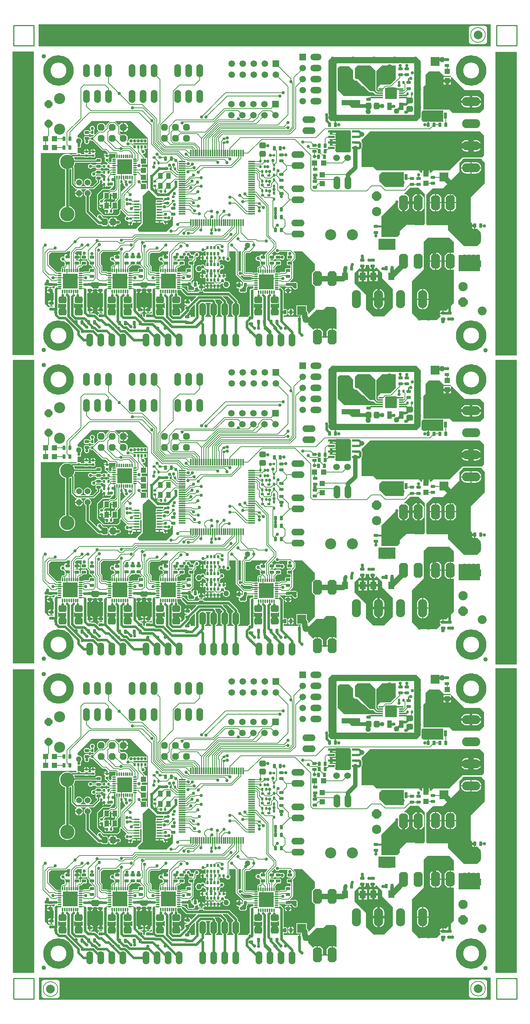
<source format=gtl>
G04 Layer_Physical_Order=1*
G04 Layer_Color=255*
%FSLAX24Y24*%
%MOIN*%
G70*
G01*
G75*
%ADD10C,0.0070*%
G04:AMPARAMS|DCode=11|XSize=78.7mil|YSize=78.7mil|CornerRadius=39.4mil|HoleSize=0mil|Usage=FLASHONLY|Rotation=90.000|XOffset=0mil|YOffset=0mil|HoleType=Round|Shape=RoundedRectangle|*
%AMROUNDEDRECTD11*
21,1,0.0787,0.0000,0,0,90.0*
21,1,0.0000,0.0787,0,0,90.0*
1,1,0.0787,0.0000,0.0000*
1,1,0.0787,0.0000,0.0000*
1,1,0.0787,0.0000,0.0000*
1,1,0.0787,0.0000,0.0000*
%
%ADD11ROUNDEDRECTD11*%
%ADD12C,0.0100*%
%ADD13C,0.0650*%
G04:AMPARAMS|DCode=14|XSize=29.1mil|YSize=39.4mil|CornerRadius=5.8mil|HoleSize=0mil|Usage=FLASHONLY|Rotation=270.000|XOffset=0mil|YOffset=0mil|HoleType=Round|Shape=RoundedRectangle|*
%AMROUNDEDRECTD14*
21,1,0.0291,0.0277,0,0,270.0*
21,1,0.0175,0.0394,0,0,270.0*
1,1,0.0117,-0.0139,-0.0087*
1,1,0.0117,-0.0139,0.0087*
1,1,0.0117,0.0139,0.0087*
1,1,0.0117,0.0139,-0.0087*
%
%ADD14ROUNDEDRECTD14*%
G04:AMPARAMS|DCode=15|XSize=29.1mil|YSize=39.4mil|CornerRadius=5.8mil|HoleSize=0mil|Usage=FLASHONLY|Rotation=0.000|XOffset=0mil|YOffset=0mil|HoleType=Round|Shape=RoundedRectangle|*
%AMROUNDEDRECTD15*
21,1,0.0291,0.0277,0,0,0.0*
21,1,0.0175,0.0394,0,0,0.0*
1,1,0.0117,0.0087,-0.0139*
1,1,0.0117,-0.0087,-0.0139*
1,1,0.0117,-0.0087,0.0139*
1,1,0.0117,0.0087,0.0139*
%
%ADD15ROUNDEDRECTD15*%
%ADD16R,0.0600X0.0240*%
%ADD17R,0.1970X0.1700*%
%ADD18R,0.0280X0.0560*%
%ADD19R,0.0600X0.0120*%
%ADD20R,0.0120X0.0600*%
G04:AMPARAMS|DCode=21|XSize=11mil|YSize=31.5mil|CornerRadius=4.4mil|HoleSize=0mil|Usage=FLASHONLY|Rotation=180.000|XOffset=0mil|YOffset=0mil|HoleType=Round|Shape=RoundedRectangle|*
%AMROUNDEDRECTD21*
21,1,0.0110,0.0227,0,0,180.0*
21,1,0.0022,0.0315,0,0,180.0*
1,1,0.0088,-0.0011,0.0113*
1,1,0.0088,0.0011,0.0113*
1,1,0.0088,0.0011,-0.0113*
1,1,0.0088,-0.0011,-0.0113*
%
%ADD21ROUNDEDRECTD21*%
G04:AMPARAMS|DCode=22|XSize=11mil|YSize=31.5mil|CornerRadius=4.4mil|HoleSize=0mil|Usage=FLASHONLY|Rotation=270.000|XOffset=0mil|YOffset=0mil|HoleType=Round|Shape=RoundedRectangle|*
%AMROUNDEDRECTD22*
21,1,0.0110,0.0227,0,0,270.0*
21,1,0.0022,0.0315,0,0,270.0*
1,1,0.0088,-0.0113,-0.0011*
1,1,0.0088,-0.0113,0.0011*
1,1,0.0088,0.0113,0.0011*
1,1,0.0088,0.0113,-0.0011*
%
%ADD22ROUNDEDRECTD22*%
%ADD23R,0.1370X0.1370*%
%ADD24R,0.1370X0.1370*%
G04:AMPARAMS|DCode=25|XSize=40mil|YSize=40mil|CornerRadius=20mil|HoleSize=0mil|Usage=FLASHONLY|Rotation=0.000|XOffset=0mil|YOffset=0mil|HoleType=Round|Shape=RoundedRectangle|*
%AMROUNDEDRECTD25*
21,1,0.0400,0.0000,0,0,0.0*
21,1,0.0000,0.0400,0,0,0.0*
1,1,0.0400,0.0000,0.0000*
1,1,0.0400,0.0000,0.0000*
1,1,0.0400,0.0000,0.0000*
1,1,0.0400,0.0000,0.0000*
%
%ADD25ROUNDEDRECTD25*%
%ADD26R,0.0480X0.0480*%
%ADD27R,0.0480X0.0480*%
%ADD28R,0.0420X0.0520*%
%ADD29R,0.0354X0.1299*%
%ADD30R,0.0240X0.0240*%
%ADD31R,0.1260X0.0630*%
%ADD32R,0.0280X0.0200*%
%ADD33R,0.0200X0.0280*%
%ADD34R,0.0790X0.0790*%
%ADD35R,0.0790X0.0790*%
%ADD36R,0.0500X0.0150*%
G04:AMPARAMS|DCode=37|XSize=63mil|YSize=71mil|CornerRadius=15.8mil|HoleSize=0mil|Usage=FLASHONLY|Rotation=270.000|XOffset=0mil|YOffset=0mil|HoleType=Round|Shape=RoundedRectangle|*
%AMROUNDEDRECTD37*
21,1,0.0630,0.0395,0,0,270.0*
21,1,0.0315,0.0710,0,0,270.0*
1,1,0.0315,-0.0198,-0.0158*
1,1,0.0315,-0.0198,0.0158*
1,1,0.0315,0.0198,0.0158*
1,1,0.0315,0.0198,-0.0158*
%
%ADD37ROUNDEDRECTD37*%
G04:AMPARAMS|DCode=38|XSize=22mil|YSize=24mil|CornerRadius=4.4mil|HoleSize=0mil|Usage=FLASHONLY|Rotation=0.000|XOffset=0mil|YOffset=0mil|HoleType=Round|Shape=RoundedRectangle|*
%AMROUNDEDRECTD38*
21,1,0.0220,0.0152,0,0,0.0*
21,1,0.0132,0.0240,0,0,0.0*
1,1,0.0088,0.0066,-0.0076*
1,1,0.0088,-0.0066,-0.0076*
1,1,0.0088,-0.0066,0.0076*
1,1,0.0088,0.0066,0.0076*
%
%ADD38ROUNDEDRECTD38*%
G04:AMPARAMS|DCode=39|XSize=22mil|YSize=24mil|CornerRadius=4.4mil|HoleSize=0mil|Usage=FLASHONLY|Rotation=270.000|XOffset=0mil|YOffset=0mil|HoleType=Round|Shape=RoundedRectangle|*
%AMROUNDEDRECTD39*
21,1,0.0220,0.0152,0,0,270.0*
21,1,0.0132,0.0240,0,0,270.0*
1,1,0.0088,-0.0076,-0.0066*
1,1,0.0088,-0.0076,0.0066*
1,1,0.0088,0.0076,0.0066*
1,1,0.0088,0.0076,-0.0066*
%
%ADD39ROUNDEDRECTD39*%
%ADD40R,0.0543X0.0709*%
%ADD41R,0.0200X0.0260*%
%ADD42R,0.0433X0.0669*%
G04:AMPARAMS|DCode=43|XSize=52mil|YSize=60mil|CornerRadius=13mil|HoleSize=0mil|Usage=FLASHONLY|Rotation=180.000|XOffset=0mil|YOffset=0mil|HoleType=Round|Shape=RoundedRectangle|*
%AMROUNDEDRECTD43*
21,1,0.0520,0.0340,0,0,180.0*
21,1,0.0260,0.0600,0,0,180.0*
1,1,0.0260,-0.0130,0.0170*
1,1,0.0260,0.0130,0.0170*
1,1,0.0260,0.0130,-0.0170*
1,1,0.0260,-0.0130,-0.0170*
%
%ADD43ROUNDEDRECTD43*%
G04:AMPARAMS|DCode=44|XSize=52mil|YSize=60mil|CornerRadius=13mil|HoleSize=0mil|Usage=FLASHONLY|Rotation=270.000|XOffset=0mil|YOffset=0mil|HoleType=Round|Shape=RoundedRectangle|*
%AMROUNDEDRECTD44*
21,1,0.0520,0.0340,0,0,270.0*
21,1,0.0260,0.0600,0,0,270.0*
1,1,0.0260,-0.0170,-0.0130*
1,1,0.0260,-0.0170,0.0130*
1,1,0.0260,0.0170,0.0130*
1,1,0.0260,0.0170,-0.0130*
%
%ADD44ROUNDEDRECTD44*%
%ADD45R,0.1673X0.0465*%
G04:AMPARAMS|DCode=46|XSize=50mil|YSize=50mil|CornerRadius=25mil|HoleSize=0mil|Usage=FLASHONLY|Rotation=90.000|XOffset=0mil|YOffset=0mil|HoleType=Round|Shape=RoundedRectangle|*
%AMROUNDEDRECTD46*
21,1,0.0500,0.0000,0,0,90.0*
21,1,0.0000,0.0500,0,0,90.0*
1,1,0.0500,0.0000,0.0000*
1,1,0.0500,0.0000,0.0000*
1,1,0.0500,0.0000,0.0000*
1,1,0.0500,0.0000,0.0000*
%
%ADD46ROUNDEDRECTD46*%
%ADD47C,0.0600*%
G04:AMPARAMS|DCode=48|XSize=105mil|YSize=105mil|CornerRadius=26.3mil|HoleSize=0mil|Usage=FLASHONLY|Rotation=180.000|XOffset=0mil|YOffset=0mil|HoleType=Round|Shape=RoundedRectangle|*
%AMROUNDEDRECTD48*
21,1,0.1050,0.0525,0,0,180.0*
21,1,0.0525,0.1050,0,0,180.0*
1,1,0.0525,-0.0263,0.0263*
1,1,0.0525,0.0263,0.0263*
1,1,0.0525,0.0263,-0.0263*
1,1,0.0525,-0.0263,-0.0263*
%
%ADD48ROUNDEDRECTD48*%
%ADD49R,0.0402X0.0118*%
%ADD50C,0.0240*%
%ADD51C,0.0320*%
%ADD52C,0.0500*%
%ADD53C,0.0080*%
%ADD54C,0.0400*%
%ADD55C,0.0200*%
%ADD56C,0.0120*%
%ADD57C,0.0250*%
%ADD58C,0.0160*%
%ADD59R,0.1299X0.1063*%
%ADD60R,0.1575X0.0984*%
%ADD61R,0.1929X0.1457*%
%ADD62R,0.0551X0.0472*%
G04:AMPARAMS|DCode=63|XSize=133mil|YSize=83mil|CornerRadius=0mil|HoleSize=0mil|Usage=FLASHONLY|Rotation=270.000|XOffset=0mil|YOffset=0mil|HoleType=Round|Shape=Octagon|*
%AMOCTAGOND63*
4,1,8,-0.0208,-0.0665,0.0208,-0.0665,0.0415,-0.0458,0.0415,0.0458,0.0208,0.0665,-0.0208,0.0665,-0.0415,0.0458,-0.0415,-0.0458,-0.0208,-0.0665,0.0*
%
%ADD63OCTAGOND63*%

%ADD64C,0.0591*%
%ADD65R,0.0591X0.0591*%
%ADD66O,0.0600X0.1200*%
%ADD67P,0.0758X8X292.5*%
%ADD68C,0.1000*%
%ADD69O,0.1200X0.0600*%
%ADD70O,0.1024X0.0591*%
%ADD71R,0.0591X0.0591*%
%ADD72C,0.1305*%
%ADD73C,0.0540*%
%ADD74O,0.1650X0.0825*%
%ADD75P,0.0909X8X112.5*%
%ADD76C,0.0840*%
%ADD77P,0.0671X8X22.5*%
%ADD78C,0.0800*%
%ADD79O,0.0825X0.1650*%
%ADD80C,0.0300*%
%ADD81C,0.0500*%
%ADD82C,0.0320*%
%ADD83C,0.0450*%
%ADD84C,0.0400*%
G36*
X52953Y95955D02*
X11968D01*
Y97953D01*
X52953D01*
Y95955D01*
D02*
G37*
G36*
X48720Y93287D02*
X49311D01*
X49364Y93234D01*
X49363Y93232D01*
X49363Y93232D01*
X49340Y93188D01*
X49312Y93188D01*
X48676D01*
Y92968D01*
X49356D01*
Y93141D01*
X49356Y93172D01*
X49402Y93196D01*
X50591Y92008D01*
X51968D01*
X52362Y91614D01*
Y90335D01*
X51968Y89941D01*
X49508D01*
X49213Y90236D01*
X46850D01*
Y92303D01*
X47047Y92500D01*
Y93386D01*
X47343Y93681D01*
X48327D01*
X48720Y93287D01*
D02*
G37*
G36*
X48661Y90055D02*
X48650D01*
Y89355D01*
X48661D01*
Y89173D01*
X48622Y89134D01*
X47458D01*
X47440Y89146D01*
X47379Y89158D01*
X47341D01*
Y88858D01*
X47241D01*
Y89158D01*
X47204D01*
X47142Y89146D01*
X47124Y89134D01*
X46850D01*
X46693Y89291D01*
Y90039D01*
X46811Y90157D01*
X48661D01*
Y90055D01*
D02*
G37*
G36*
X46618Y94623D02*
Y94445D01*
Y89563D01*
X46248Y89193D01*
X38930D01*
Y88878D01*
X38830D01*
Y89193D01*
X38489D01*
X38262Y89419D01*
Y89647D01*
X38276Y89667D01*
X38293Y89753D01*
X38276Y89839D01*
X38259Y89864D01*
Y94713D01*
X38558Y95013D01*
X46228D01*
X46618Y94623D01*
D02*
G37*
G36*
X18402Y89153D02*
X18380Y89138D01*
X18380Y89138D01*
X18154Y88912D01*
X18130Y88876D01*
X18122Y88833D01*
X18122Y88833D01*
Y88612D01*
X18089Y88585D01*
X18044Y88604D01*
Y88818D01*
X17854Y89008D01*
X17474D01*
X17284Y88818D01*
Y88438D01*
X17383Y88339D01*
X17381Y88280D01*
X17377Y88274D01*
X17080Y87977D01*
X17030Y87998D01*
Y88360D01*
X17030Y88360D01*
X17030D01*
X17026Y88410D01*
X17058Y88457D01*
X17075Y88543D01*
X17058Y88629D01*
X17009Y88702D01*
X16936Y88751D01*
X16850Y88768D01*
X16765Y88751D01*
X16692Y88702D01*
X16643Y88629D01*
X16626Y88543D01*
X16643Y88457D01*
X16678Y88405D01*
X16690Y88360D01*
X16690Y88360D01*
X16690D01*
X16690Y88360D01*
Y88262D01*
X16623D01*
X16618Y88289D01*
X16589Y88331D01*
X16547Y88360D01*
X16497Y88370D01*
X16220D01*
X16170Y88360D01*
X16127Y88331D01*
X16099Y88289D01*
X16089Y88239D01*
Y88064D01*
X16099Y88014D01*
X16127Y87972D01*
X16170Y87943D01*
X16220Y87933D01*
X16497D01*
X16547Y87943D01*
X16589Y87972D01*
X16618Y88014D01*
X16622Y88037D01*
X16690D01*
Y87940D01*
X16972D01*
X16993Y87890D01*
X16912Y87808D01*
X16690D01*
Y87711D01*
X16626D01*
X16618Y87754D01*
X16589Y87796D01*
X16547Y87824D01*
X16497Y87834D01*
X16220D01*
X16170Y87824D01*
X16127Y87796D01*
X16099Y87754D01*
X16089Y87704D01*
Y87529D01*
X16099Y87479D01*
X16127Y87436D01*
X16150Y87421D01*
X16141Y87409D01*
X16124Y87323D01*
X16141Y87237D01*
X16190Y87164D01*
X16263Y87116D01*
X16349Y87098D01*
X16434Y87116D01*
X16507Y87164D01*
X16556Y87237D01*
X16573Y87323D01*
X16556Y87409D01*
X16553Y87412D01*
X16589Y87436D01*
X16618Y87479D01*
X16619Y87486D01*
X16690D01*
Y87388D01*
X16912D01*
X17736Y86564D01*
X17736Y86564D01*
X17772Y86540D01*
X17815Y86532D01*
X17815Y86532D01*
X18063D01*
X18298Y86296D01*
X18274Y86250D01*
X18245Y86256D01*
X18218D01*
Y86093D01*
X18391D01*
Y86109D01*
X18380Y86165D01*
X18362Y86192D01*
X18392Y86237D01*
X18407Y86234D01*
X18940D01*
X18966Y86207D01*
Y86170D01*
X18960Y86161D01*
X18951Y86116D01*
Y85917D01*
X18937Y85884D01*
X18904Y85870D01*
X18705D01*
X18661Y85861D01*
X18623Y85836D01*
X18598Y85798D01*
X18589Y85754D01*
Y85732D01*
X18598Y85687D01*
X18622Y85648D01*
X18598Y85608D01*
X18589Y85564D01*
Y85542D01*
X18594Y85515D01*
X18564Y85465D01*
X18447D01*
X18353Y85559D01*
X18361Y85600D01*
Y85732D01*
X18352Y85776D01*
X18327Y85814D01*
X18338Y85866D01*
X18348Y85873D01*
X18380Y85921D01*
X18391Y85977D01*
Y85993D01*
X18168D01*
Y86043D01*
X18118D01*
Y86256D01*
X18092D01*
X18036Y86244D01*
X17992Y86215D01*
X17776D01*
X17733Y86206D01*
X17696Y86182D01*
X17672Y86145D01*
X17663Y86102D01*
X17672Y86059D01*
X17696Y86023D01*
X17733Y85999D01*
X17776Y85990D01*
X17946D01*
Y85977D01*
X17957Y85921D01*
X17989Y85873D01*
X17999Y85866D01*
X18010Y85814D01*
X17985Y85776D01*
X17976Y85732D01*
Y85600D01*
X17985Y85555D01*
X18010Y85518D01*
X18048Y85492D01*
X18092Y85484D01*
X18111D01*
X18255Y85340D01*
X18231Y85293D01*
X18198Y85286D01*
X18160Y85261D01*
X18147Y85241D01*
X18146Y85240D01*
X18092D01*
X18091Y85241D01*
X18078Y85261D01*
X18040Y85286D01*
X17996Y85295D01*
X17864D01*
X17819Y85286D01*
X17781Y85261D01*
X17756Y85223D01*
X17754Y85215D01*
X17679D01*
X17678Y85222D01*
X17650Y85265D01*
X17607Y85293D01*
X17557Y85303D01*
X17280D01*
X17230Y85293D01*
X17187Y85265D01*
X17159Y85222D01*
X17158Y85215D01*
X16878D01*
X16847Y85261D01*
X16774Y85310D01*
X16688Y85327D01*
X16603Y85310D01*
X16530Y85261D01*
X16481Y85189D01*
X16464Y85103D01*
X16481Y85017D01*
X16530Y84944D01*
X16603Y84896D01*
X16688Y84878D01*
X16774Y84896D01*
X16847Y84944D01*
X16878Y84991D01*
X17151D01*
X17159Y84948D01*
X17187Y84905D01*
X17230Y84877D01*
X17280Y84867D01*
X17557D01*
X17607Y84877D01*
X17650Y84905D01*
X17678Y84948D01*
X17687Y84991D01*
X17754D01*
X17756Y84982D01*
X17781Y84945D01*
X17819Y84919D01*
X17864Y84911D01*
X17996D01*
X18040Y84919D01*
X18078Y84945D01*
X18091Y84965D01*
X18092Y84965D01*
X18146D01*
X18147Y84965D01*
X18160Y84945D01*
X18198Y84919D01*
X18242Y84911D01*
X18342D01*
X18378Y84875D01*
X18378Y84875D01*
X18392Y84865D01*
X18402Y84809D01*
X18401Y84804D01*
X18342Y84745D01*
X18242D01*
X18198Y84736D01*
X18160Y84711D01*
X18147Y84691D01*
X18146Y84690D01*
X18092D01*
X18091Y84691D01*
X18078Y84711D01*
X18040Y84736D01*
X17996Y84745D01*
X17864D01*
X17819Y84736D01*
X17781Y84711D01*
X17756Y84673D01*
X17754Y84665D01*
X17686D01*
X17678Y84708D01*
X17650Y84750D01*
X17607Y84779D01*
X17557Y84789D01*
X17280D01*
X17230Y84779D01*
X17187Y84750D01*
X17159Y84708D01*
X17154Y84682D01*
X17113Y84674D01*
X17077Y84650D01*
X17077Y84650D01*
X17023Y84596D01*
X16968Y84607D01*
X16883Y84590D01*
X16810Y84541D01*
X16761Y84469D01*
X16744Y84383D01*
X16761Y84297D01*
X16810Y84224D01*
X16883Y84176D01*
X16968Y84158D01*
X17054Y84176D01*
X17127Y84224D01*
X17176Y84297D01*
X17183Y84333D01*
X17230Y84362D01*
X17280Y84352D01*
X17557D01*
X17607Y84362D01*
X17650Y84391D01*
X17678Y84433D01*
X17679Y84441D01*
X17754D01*
X17756Y84432D01*
X17781Y84395D01*
X17819Y84369D01*
X17864Y84361D01*
X17889D01*
X17894Y84311D01*
X17865Y84305D01*
X17815Y84272D01*
X17782Y84222D01*
X17770Y84163D01*
Y84090D01*
X17759Y84083D01*
X17738Y84051D01*
X17688Y84067D01*
Y84122D01*
X17678Y84173D01*
X17650Y84215D01*
X17607Y84243D01*
X17557Y84253D01*
X17280D01*
X17230Y84243D01*
X17187Y84215D01*
X17159Y84173D01*
X17149Y84122D01*
Y83948D01*
X17159Y83898D01*
X17187Y83855D01*
X17230Y83827D01*
X17280Y83817D01*
X17286D01*
Y83694D01*
X16874Y83282D01*
X16578D01*
X16568Y83332D01*
X16598Y83345D01*
X16669Y83399D01*
X16724Y83470D01*
X16758Y83553D01*
X16770Y83642D01*
X16758Y83730D01*
X16724Y83813D01*
X16669Y83884D01*
X16598Y83939D01*
X16516Y83973D01*
X16427Y83985D01*
X16338Y83973D01*
X16255Y83939D01*
X16184Y83884D01*
X16130Y83813D01*
X16096Y83730D01*
X16084Y83642D01*
X16096Y83553D01*
X16130Y83470D01*
X16184Y83399D01*
X16255Y83345D01*
X16286Y83332D01*
X16276Y83282D01*
X15788D01*
X15778Y83332D01*
X15808Y83345D01*
X15879Y83399D01*
X15934Y83470D01*
X15968Y83553D01*
X15980Y83642D01*
X15968Y83730D01*
X15934Y83813D01*
X15879Y83884D01*
X15808Y83939D01*
X15726Y83973D01*
X15637Y83985D01*
X15548Y83973D01*
X15465Y83939D01*
X15394Y83884D01*
X15340Y83813D01*
X15306Y83730D01*
X15294Y83642D01*
X15306Y83553D01*
X15340Y83470D01*
X15300Y83442D01*
X15211Y83531D01*
Y84955D01*
X15201Y85006D01*
X15172Y85049D01*
X15144Y85077D01*
X15171Y85108D01*
X15238Y85234D01*
X15279Y85370D01*
X15285Y85432D01*
X17200D01*
X17230Y85412D01*
X17280Y85402D01*
X17557D01*
X17607Y85412D01*
X17650Y85441D01*
X17678Y85483D01*
X17688Y85533D01*
Y85708D01*
X17678Y85758D01*
X17650Y85800D01*
X17607Y85829D01*
X17557Y85839D01*
X17280D01*
X17230Y85829D01*
X17187Y85800D01*
X17159Y85758D01*
X17149Y85708D01*
Y85697D01*
X15266D01*
X15238Y85790D01*
X15189Y85880D01*
X15219Y85930D01*
X15420D01*
Y85915D01*
X15800D01*
Y85930D01*
X16147D01*
X16156Y85918D01*
X16193Y85892D01*
X16238Y85884D01*
X16390D01*
X16434Y85892D01*
X16472Y85918D01*
X16480Y85930D01*
X16745D01*
X16756Y85915D01*
X16793Y85889D01*
X16838Y85881D01*
X16990D01*
X17034Y85889D01*
X17072Y85915D01*
X17097Y85952D01*
X17106Y85997D01*
Y86129D01*
X17097Y86173D01*
X17072Y86211D01*
X17082Y86264D01*
X17094Y86272D01*
X17125Y86320D01*
X17137Y86376D01*
Y86392D01*
X16691D01*
Y86376D01*
X16702Y86320D01*
X16734Y86272D01*
X16731Y86220D01*
X16711Y86195D01*
X16515D01*
X16495Y86221D01*
X16494Y86273D01*
X16525Y86321D01*
X16537Y86377D01*
Y86393D01*
X16091D01*
Y86377D01*
X16102Y86321D01*
X16134Y86273D01*
X16132Y86221D01*
X16112Y86195D01*
X15800D01*
Y86295D01*
X15580D01*
X15532Y86299D01*
X15532Y86345D01*
Y86788D01*
X15592D01*
X15610Y86785D01*
X15629Y86788D01*
X15800D01*
Y86960D01*
X15804Y86978D01*
Y87127D01*
X15838Y87154D01*
X15890Y87221D01*
X15922Y87298D01*
X15933Y87382D01*
X15922Y87465D01*
X15890Y87543D01*
X15838Y87610D01*
X15772Y87661D01*
X15694Y87694D01*
X15610Y87705D01*
X15569Y87699D01*
X15532Y87732D01*
Y87923D01*
X15522Y87933D01*
X16791Y89203D01*
X18387D01*
X18402Y89153D01*
D02*
G37*
G36*
X21870Y87657D02*
Y83071D01*
X21846Y83052D01*
X21796Y83074D01*
Y83588D01*
X21335D01*
X21299Y83623D01*
X21301Y83626D01*
X21318Y83712D01*
X21310Y83751D01*
X21351Y83801D01*
X21796D01*
Y84418D01*
X21806D01*
Y85038D01*
X21333D01*
X21303Y85088D01*
X21317Y85157D01*
X21308Y85201D01*
X21349Y85251D01*
X21806D01*
Y85871D01*
X21641D01*
X21608Y85906D01*
X21600Y85948D01*
X21575Y85985D01*
X21403Y86158D01*
X21427Y86204D01*
X21446Y86200D01*
X21531Y86217D01*
X21604Y86266D01*
X21653Y86339D01*
X21670Y86424D01*
X21653Y86510D01*
X21604Y86583D01*
X21540Y86626D01*
X21546Y86668D01*
X21549Y86676D01*
X21814D01*
Y87076D01*
X20650D01*
X20564Y87161D01*
X20585Y87211D01*
X21814D01*
Y87611D01*
X20521D01*
Y87608D01*
X20471Y87581D01*
X20430Y87609D01*
X20344Y87626D01*
X20259Y87609D01*
X20186Y87560D01*
X20137Y87487D01*
X20120Y87402D01*
X20124Y87384D01*
X20088Y87348D01*
X20079Y87350D01*
X20013Y87337D01*
X19989Y87383D01*
X20044Y87438D01*
Y87818D01*
X19854Y88008D01*
X19442D01*
X19346Y88105D01*
Y88266D01*
X19392Y88285D01*
X19459Y88218D01*
X19614D01*
Y88628D01*
Y89038D01*
X19459D01*
X19288Y88868D01*
X19218Y88868D01*
X18948Y89138D01*
X18925Y89153D01*
X18940Y89203D01*
X20325D01*
X21870Y87657D01*
D02*
G37*
G36*
X40266Y88287D02*
Y86496D01*
X40148Y86378D01*
X38986D01*
X38844Y86520D01*
X38865Y86570D01*
X38874D01*
Y86950D01*
X38356D01*
Y87040D01*
X38384D01*
Y87260D01*
Y87480D01*
X38356D01*
Y87570D01*
X38874D01*
Y87950D01*
X38356D01*
Y88040D01*
X38384D01*
Y88260D01*
X38624D01*
Y88040D01*
X38904D01*
Y88378D01*
X40175D01*
X40266Y88287D01*
D02*
G37*
G36*
X15420Y86295D02*
X15420Y86231D01*
X15385Y86195D01*
X15029D01*
X14978Y86185D01*
X14935Y86157D01*
X14920Y86142D01*
X14845Y86183D01*
X14709Y86224D01*
X14567Y86238D01*
X14425Y86224D01*
X14289Y86183D01*
X14164Y86115D01*
X14054Y86025D01*
X13963Y85915D01*
X13896Y85790D01*
X13855Y85653D01*
X13841Y85512D01*
X13855Y85370D01*
X13896Y85234D01*
X13963Y85108D01*
X14054Y84998D01*
X14164Y84908D01*
X14289Y84841D01*
X14373Y84816D01*
Y81476D01*
X14289Y81450D01*
X14164Y81383D01*
X14054Y81293D01*
X13963Y81183D01*
X13896Y81057D01*
X13855Y80921D01*
X13841Y80780D01*
X13855Y80638D01*
X13896Y80502D01*
X13963Y80376D01*
X14054Y80266D01*
X14164Y80176D01*
X14289Y80109D01*
X14425Y80068D01*
X14567Y80054D01*
X14709Y80068D01*
X14845Y80109D01*
X14970Y80176D01*
X15080Y80266D01*
X15171Y80376D01*
X15238Y80502D01*
X15279Y80638D01*
X15293Y80780D01*
X15279Y80921D01*
X15238Y81057D01*
X15171Y81183D01*
X15080Y81293D01*
X14970Y81383D01*
X14845Y81450D01*
X14761Y81476D01*
Y84816D01*
X14845Y84841D01*
X14903Y84872D01*
X14946Y84847D01*
Y83476D01*
X14956Y83425D01*
X14985Y83382D01*
X15311Y83056D01*
X15354Y83027D01*
X15405Y83017D01*
X15429D01*
X15440Y82995D01*
X15443Y82967D01*
X15373Y82913D01*
X15314Y82836D01*
X15276Y82746D01*
X15270Y82700D01*
X16004D01*
X15997Y82746D01*
X15960Y82836D01*
X15901Y82913D01*
X15831Y82967D01*
X15834Y82995D01*
X15845Y83017D01*
X16295D01*
X16305Y82967D01*
X16255Y82947D01*
X16184Y82892D01*
X16130Y82821D01*
X16096Y82738D01*
X16084Y82650D01*
X16096Y82561D01*
X16130Y82478D01*
X16184Y82407D01*
X16233Y82370D01*
Y81002D01*
X16248Y80928D01*
X16290Y80865D01*
X17302Y79853D01*
X17364Y79811D01*
X17438Y79796D01*
X17651D01*
X17692Y79735D01*
X17758Y79691D01*
X17836Y79675D01*
X18096D01*
X18174Y79691D01*
X18241Y79735D01*
X18285Y79801D01*
X18300Y79879D01*
Y80219D01*
X18285Y80297D01*
X18241Y80363D01*
X18174Y80408D01*
X18096Y80423D01*
X17866D01*
X17740Y80549D01*
X17727Y80617D01*
X17678Y80690D01*
X17606Y80739D01*
X17520Y80756D01*
X17434Y80739D01*
X17361Y80690D01*
X17312Y80617D01*
X17295Y80532D01*
X17309Y80465D01*
X17263Y80440D01*
X16621Y81082D01*
Y82370D01*
X16669Y82407D01*
X16724Y82478D01*
X16758Y82561D01*
X16770Y82650D01*
X16758Y82738D01*
X16724Y82821D01*
X16669Y82892D01*
X16598Y82947D01*
X16549Y82967D01*
X16559Y83017D01*
X16929D01*
X16980Y83027D01*
X17023Y83056D01*
X17512Y83545D01*
X17541Y83588D01*
X17551Y83639D01*
Y83817D01*
X17557D01*
X17607Y83827D01*
X17650Y83855D01*
X17666Y83879D01*
X17716Y83864D01*
Y83827D01*
X17727Y83771D01*
X17759Y83723D01*
X17783Y83707D01*
Y83649D01*
X17759Y83633D01*
X17727Y83585D01*
X17716Y83529D01*
Y83503D01*
X17929D01*
Y83453D01*
X17979D01*
Y83230D01*
X17995D01*
X18051Y83241D01*
X18098Y83273D01*
X18105Y83283D01*
X18157Y83295D01*
X18195Y83269D01*
X18240Y83261D01*
X18298D01*
X18305Y83259D01*
X18313Y83261D01*
X18371D01*
X18416Y83269D01*
X18448Y83291D01*
X18467D01*
X18487Y83277D01*
X18571Y83260D01*
X18584Y83241D01*
X18597Y83216D01*
X18425Y83044D01*
X17805D01*
X17778Y83038D01*
X17755Y83023D01*
X17312Y82580D01*
X17296Y82557D01*
X17291Y82530D01*
Y81201D01*
X17296Y81173D01*
X17312Y81150D01*
X17853Y80609D01*
X17876Y80594D01*
X17904Y80588D01*
X19124D01*
X19151Y80594D01*
X19174Y80609D01*
X19361Y80796D01*
X19377Y80819D01*
X19382Y80846D01*
Y81091D01*
X19417Y81122D01*
X19470Y81114D01*
X19471Y81113D01*
X19955Y80629D01*
X19938Y80574D01*
X19924Y80571D01*
X19851Y80523D01*
X19803Y80450D01*
X19786Y80364D01*
X19803Y80278D01*
X19851Y80206D01*
X19924Y80157D01*
X20004Y80141D01*
X20010Y80093D01*
X20010Y80092D01*
X19967Y80084D01*
X19931Y80060D01*
X19906Y80023D01*
X19898Y79980D01*
X19906Y79937D01*
X19931Y79901D01*
X19967Y79877D01*
X20010Y79868D01*
X20091D01*
X20093Y79858D01*
X20125Y79811D01*
X20173Y79779D01*
X20229Y79767D01*
X20255D01*
Y79980D01*
X20355D01*
Y79767D01*
X20381D01*
X20437Y79779D01*
X20485Y79811D01*
X20517Y79858D01*
X20528Y79914D01*
Y79998D01*
X20816D01*
Y80173D01*
X20866D01*
Y80223D01*
X21216D01*
Y80348D01*
X21186D01*
Y80528D01*
Y81003D01*
X21216D01*
Y81044D01*
X21255Y81061D01*
X21299Y81033D01*
Y79951D01*
X20768Y79419D01*
X12195D01*
Y86299D01*
X15372D01*
X15420Y86295D01*
D02*
G37*
G36*
X52362Y87874D02*
Y86102D01*
X52165Y85906D01*
X50394D01*
X49213Y84724D01*
X47736D01*
X47539Y84528D01*
X47427D01*
Y84736D01*
X47337D01*
Y84396D01*
X46837D01*
Y84736D01*
X46747D01*
Y84528D01*
X46654D01*
X46457Y84724D01*
X42618D01*
X42323Y85020D01*
X41240D01*
Y86695D01*
X41249Y86704D01*
X41291Y86766D01*
X41306Y86841D01*
Y87175D01*
X41291Y87249D01*
X41249Y87312D01*
X41240Y87321D01*
Y87480D01*
X42028Y88268D01*
X51968Y88268D01*
X52362Y87874D01*
D02*
G37*
G36*
X45079Y84464D02*
X45068D01*
Y83764D01*
X45079D01*
Y83228D01*
X43386D01*
X42835Y83780D01*
Y84331D01*
X43071Y84567D01*
X45079D01*
Y84464D01*
D02*
G37*
G36*
X18568Y82647D02*
Y82497D01*
X18878D01*
Y82447D01*
X18928D01*
Y82066D01*
X18939Y82041D01*
X18907Y82009D01*
X18883Y81972D01*
X18874Y81929D01*
X18874Y81929D01*
Y81864D01*
X18598D01*
Y81413D01*
X18504Y81318D01*
X18463Y81330D01*
X18454Y81337D01*
Y81484D01*
X18144D01*
Y81534D01*
X18094D01*
Y81894D01*
X17879D01*
Y81953D01*
X18043Y82117D01*
X18424D01*
Y82568D01*
X18522Y82666D01*
X18568Y82647D01*
D02*
G37*
G36*
X46998Y82582D02*
Y79882D01*
X46880Y79764D01*
X46132D01*
X46093Y79803D01*
X45305D01*
X45069Y79567D01*
X44724Y79222D01*
X44724Y78917D01*
X44491Y78684D01*
X43083Y78684D01*
X43048Y78719D01*
Y80310D01*
X43048Y80547D01*
X44487Y81987D01*
X44534Y81967D01*
Y81286D01*
X44791Y81029D01*
X44928D01*
Y81794D01*
X45048D01*
Y81914D01*
X45564D01*
Y82301D01*
X45306Y82559D01*
X45125D01*
X45106Y82605D01*
X45650Y83150D01*
X46431D01*
X46998Y82582D01*
D02*
G37*
G36*
X18936Y84226D02*
X18951Y84189D01*
Y83994D01*
X18960Y83950D01*
X18966Y83940D01*
Y83074D01*
X18831Y82939D01*
X18524D01*
X18524Y82939D01*
X18481Y82930D01*
X18445Y82906D01*
X18445Y82906D01*
X18315Y82777D01*
X17864D01*
Y82255D01*
X17711Y82102D01*
X17611D01*
X17567Y82093D01*
X17529Y82067D01*
X17504Y82030D01*
X17495Y81985D01*
Y81853D01*
X17504Y81809D01*
X17529Y81771D01*
X17517Y81719D01*
X17507Y81712D01*
X17475Y81664D01*
X17464Y81608D01*
Y81592D01*
X17687D01*
Y81542D01*
X17737D01*
Y81329D01*
X17763D01*
X17784Y81334D01*
X17834Y81295D01*
Y81174D01*
X17931D01*
X17968Y81124D01*
X17963Y81100D01*
Y81074D01*
X18176D01*
Y81024D01*
X18226D01*
Y80801D01*
X18242D01*
X18298Y80812D01*
X18346Y80844D01*
X18353Y80854D01*
X18405Y80865D01*
X18443Y80840D01*
X18487Y80831D01*
X18619D01*
X18664Y80840D01*
X18701Y80865D01*
X18727Y80903D01*
X18735Y80948D01*
Y81100D01*
X18727Y81144D01*
X18720Y81154D01*
X18747Y81204D01*
X19158D01*
Y81864D01*
X19150D01*
X19129Y81914D01*
X19344Y82129D01*
X19344Y82129D01*
X19369Y82165D01*
X19377Y82208D01*
Y83459D01*
X19416Y83490D01*
X19429Y83488D01*
X19445D01*
Y83711D01*
X19545D01*
Y83488D01*
X19561D01*
X19587Y83467D01*
Y83465D01*
X19766Y83286D01*
X19780Y83264D01*
X19801Y83250D01*
X19862Y83189D01*
X19439Y82766D01*
Y82567D01*
X19438Y82562D01*
X19438Y82562D01*
Y81269D01*
X19311Y81142D01*
Y80846D01*
X19124Y80659D01*
X17904D01*
X17362Y81201D01*
Y82530D01*
X17805Y82972D01*
X18455D01*
X18829Y83346D01*
Y84236D01*
X18903D01*
X18936Y84226D01*
D02*
G37*
G36*
X22677Y82244D02*
X23251D01*
X23283Y82205D01*
X23282Y82202D01*
Y82102D01*
X23278Y82098D01*
X23240Y82073D01*
Y82073D01*
X23240Y82073D01*
X22600D01*
Y81853D01*
X22570D01*
Y81728D01*
X22920D01*
Y81628D01*
X22570D01*
Y81503D01*
X22600D01*
Y81033D01*
Y80778D01*
Y80348D01*
X22570D01*
Y80223D01*
X22920D01*
Y80173D01*
X22970D01*
Y79998D01*
X23261D01*
Y79983D01*
X23273Y79927D01*
X23304Y79879D01*
X23352Y79848D01*
X23408Y79836D01*
X23434D01*
Y80049D01*
X23484D01*
Y80099D01*
X23707D01*
Y80115D01*
X23696Y80171D01*
X23694Y80175D01*
X23724Y80220D01*
X23780Y80209D01*
X23865Y80226D01*
X23938Y80274D01*
X23987Y80347D01*
X24004Y80433D01*
X23991Y80495D01*
X24028Y80538D01*
X24030Y80539D01*
X24035Y80538D01*
X24134D01*
Y79764D01*
X23543Y79173D01*
X21102D01*
X20984Y79291D01*
Y79449D01*
X21417Y79882D01*
Y82441D01*
X21890Y82913D01*
X22008D01*
X22677Y82244D01*
D02*
G37*
G36*
X52402Y85433D02*
Y83543D01*
X51142Y82283D01*
Y80039D01*
X51266Y79915D01*
X51255Y79863D01*
Y79774D01*
X51504D01*
Y79724D01*
X51554D01*
Y79424D01*
X51591D01*
X51653Y79437D01*
X51705Y79472D01*
X51709Y79472D01*
X52047Y79134D01*
Y78189D01*
X51732Y77874D01*
X50551D01*
X49094Y79331D01*
Y79764D01*
X47205D01*
X47126Y79843D01*
Y82520D01*
X47717Y83110D01*
X48622D01*
X50118Y84606D01*
Y85394D01*
X50512Y85787D01*
X52047D01*
X52402Y85433D01*
D02*
G37*
G36*
X19338Y77150D02*
X19288Y77113D01*
X19257Y77119D01*
X19168D01*
Y76870D01*
X19068D01*
Y77119D01*
X18980D01*
X18918Y77107D01*
X18866Y77072D01*
X18831Y77020D01*
X18819Y76958D01*
Y76920D01*
X18774Y76897D01*
X18754Y76910D01*
X18669Y76927D01*
X18583Y76910D01*
X18510Y76861D01*
X18461Y76789D01*
X18444Y76703D01*
X18461Y76617D01*
X18510Y76544D01*
X18583Y76496D01*
X18669Y76478D01*
X18723Y76489D01*
X18849Y76364D01*
Y76248D01*
X18853Y76228D01*
X18805Y76180D01*
X18734D01*
X18734Y76180D01*
X18691Y76172D01*
X18655Y76147D01*
X18655Y76147D01*
X18582Y76075D01*
X18558Y76039D01*
X18549Y75996D01*
X18549Y75996D01*
Y75825D01*
X18543Y75816D01*
X18534Y75771D01*
Y75576D01*
X18519Y75540D01*
X18486Y75529D01*
X18288D01*
X18244Y75520D01*
X18243Y75520D01*
X18202Y75562D01*
X18165Y75586D01*
X18122Y75594D01*
X18122Y75594D01*
X17763D01*
X17750Y75607D01*
Y76025D01*
X17750Y76025D01*
X17741Y76068D01*
X17717Y76104D01*
X17608Y76214D01*
Y77157D01*
X17803Y77353D01*
X19003D01*
X19003Y77353D01*
X19046Y77361D01*
X19082Y77386D01*
X19099Y77403D01*
X19338D01*
Y77150D01*
D02*
G37*
G36*
X14841Y77353D02*
X14837Y77347D01*
X14829Y77304D01*
X14829Y77304D01*
Y77166D01*
X14779Y77126D01*
X14755Y77131D01*
X14666D01*
Y76882D01*
X14566D01*
Y77131D01*
X14478D01*
X14416Y77118D01*
X14363Y77083D01*
X14328Y77031D01*
X14316Y76969D01*
Y76922D01*
X14272Y76898D01*
X14254Y76910D01*
X14168Y76927D01*
X14083Y76910D01*
X14010Y76861D01*
X13961Y76789D01*
X13944Y76703D01*
X13961Y76617D01*
X14010Y76544D01*
X14083Y76496D01*
X14168Y76478D01*
X14223Y76489D01*
X14347Y76366D01*
Y76259D01*
X14356Y76211D01*
Y76099D01*
X14296Y76039D01*
X14193D01*
X14193Y76039D01*
X14150Y76030D01*
X14113Y76006D01*
X14113Y76006D01*
X14073Y75966D01*
X14049Y75930D01*
X14040Y75887D01*
X14040Y75887D01*
Y75825D01*
X14034Y75816D01*
X14025Y75771D01*
Y75576D01*
X14010Y75540D01*
X13977Y75529D01*
X13779D01*
X13735Y75520D01*
X13725Y75514D01*
X13651D01*
X13637Y75527D01*
X13601Y75552D01*
X13569Y75558D01*
X12906Y76222D01*
Y77090D01*
X13116Y77301D01*
X14428D01*
X14428Y77301D01*
X14471Y77309D01*
X14508Y77333D01*
X14577Y77403D01*
X14815D01*
X14841Y77353D01*
D02*
G37*
G36*
X23752D02*
X23733Y77323D01*
X23724Y77280D01*
X23724Y77280D01*
Y77157D01*
X23674Y77116D01*
X23657Y77119D01*
X23568D01*
Y76870D01*
X23468D01*
Y77119D01*
X23380D01*
X23318Y77107D01*
X23266Y77072D01*
X23231Y77020D01*
X23219Y76958D01*
Y76920D01*
X23174Y76897D01*
X23154Y76910D01*
X23068Y76927D01*
X22983Y76910D01*
X22910Y76861D01*
X22861Y76789D01*
X22844Y76703D01*
X22861Y76617D01*
X22910Y76544D01*
X22983Y76496D01*
X23068Y76478D01*
X23132Y76491D01*
X23249Y76374D01*
Y76248D01*
X23253Y76228D01*
X23191Y76166D01*
X23120D01*
X23120Y76166D01*
X23077Y76158D01*
X23041Y76134D01*
X23041Y76134D01*
X22968Y76061D01*
X22944Y76025D01*
X22936Y75982D01*
X22936Y75982D01*
Y75825D01*
X22929Y75816D01*
X22920Y75771D01*
Y75576D01*
X22905Y75540D01*
X22872Y75529D01*
X22674D01*
X22630Y75520D01*
X22620Y75514D01*
X22597D01*
X22582Y75529D01*
X22546Y75553D01*
X22503Y75562D01*
X22503Y75562D01*
X22215D01*
X22199Y75578D01*
Y76026D01*
X22199Y76026D01*
X22190Y76069D01*
X22166Y76105D01*
X22166Y76105D01*
X22049Y76222D01*
Y77140D01*
X22183Y77274D01*
X22952D01*
X22952Y77274D01*
X22995Y77282D01*
X23031Y77307D01*
X23127Y77403D01*
X23738D01*
X23752Y77353D01*
D02*
G37*
G36*
X32723Y77357D02*
X32554Y77188D01*
X32530Y77151D01*
X32519Y77109D01*
X32517Y77109D01*
X32474Y77116D01*
X32457Y77119D01*
X32369D01*
Y76870D01*
X32269D01*
Y77119D01*
X32180D01*
X32118Y77107D01*
X32066Y77072D01*
X32031Y77020D01*
X32022Y76975D01*
X31974Y76947D01*
X31954Y76960D01*
X31869Y76977D01*
X31783Y76960D01*
X31710Y76911D01*
X31661Y76839D01*
X31644Y76753D01*
X31661Y76667D01*
X31710Y76594D01*
X31783Y76546D01*
X31869Y76528D01*
X31950Y76545D01*
X32053Y76442D01*
X32049Y76422D01*
Y76248D01*
X32059Y76198D01*
X32087Y76155D01*
X32096Y76150D01*
X32100Y76100D01*
X32067Y76065D01*
X31978D01*
X31978Y76065D01*
X31935Y76056D01*
X31899Y76032D01*
X31899Y76032D01*
X31849Y75982D01*
X31824Y75946D01*
X31816Y75903D01*
X31816Y75903D01*
Y75756D01*
X31810Y75747D01*
X31801Y75702D01*
Y75507D01*
X31786Y75471D01*
X31753Y75460D01*
X31555D01*
X31510Y75451D01*
X31501Y75445D01*
X31399D01*
X31384Y75460D01*
X31347Y75485D01*
X31304Y75493D01*
X31304Y75493D01*
X30726D01*
X30718Y75501D01*
Y77173D01*
X30808Y77263D01*
X31091D01*
X31091Y77263D01*
X31134Y77272D01*
X31171Y77296D01*
X31277Y77403D01*
X32704D01*
X32723Y77357D01*
D02*
G37*
G36*
X49606Y78228D02*
Y77277D01*
X49560Y77258D01*
X49550Y77269D01*
X49342D01*
Y76504D01*
Y75739D01*
X49550D01*
X49560Y75749D01*
X49606Y75730D01*
X49606Y72736D01*
X48877Y72007D01*
X48842Y72030D01*
X48780Y72042D01*
X48692D01*
Y71793D01*
X48642D01*
Y71743D01*
X48342D01*
Y71706D01*
X48354Y71644D01*
X48389Y71592D01*
X48400Y71585D01*
X48405Y71535D01*
X48041Y71171D01*
X46447Y71171D01*
X45827Y71791D01*
X45827Y74685D01*
X46890Y75748D01*
Y78268D01*
X47244Y78622D01*
X49213D01*
X49606Y78228D01*
D02*
G37*
G36*
X29856Y75294D02*
X29856Y75294D01*
X29865Y75251D01*
X29889Y75214D01*
X30497Y74606D01*
X30502Y74597D01*
X30506Y74539D01*
X30493Y74519D01*
X30483Y74469D01*
Y74273D01*
X30464Y74259D01*
X30422Y74281D01*
X29917D01*
Y74192D01*
X29929Y74130D01*
X29964Y74078D01*
X30016Y74043D01*
X30078Y74031D01*
X30145D01*
X30172Y73981D01*
X30147Y73944D01*
X30130Y73858D01*
X30147Y73772D01*
X30196Y73700D01*
X30268Y73651D01*
X30354Y73634D01*
X30440Y73651D01*
X30467Y73669D01*
X30518D01*
X30544Y73651D01*
X30630Y73634D01*
X30716Y73651D01*
X30789Y73700D01*
X30837Y73772D01*
X30846Y73818D01*
X30847Y73819D01*
X30849Y73825D01*
X30853Y73831D01*
X30855Y73838D01*
X30857Y73844D01*
X30857Y73851D01*
X30859Y73858D01*
Y74085D01*
X30881Y74100D01*
X30909Y74142D01*
X30919Y74192D01*
Y74232D01*
X31413D01*
X31444Y74182D01*
X31438Y74155D01*
Y74133D01*
X31442Y74116D01*
X31441Y74108D01*
X31412Y74065D01*
X31406Y74060D01*
X31391Y74058D01*
X31355Y74033D01*
X31355Y74033D01*
X31328Y74007D01*
X31299Y74013D01*
X31225Y73998D01*
X31162Y73956D01*
X31120Y73893D01*
X31105Y73819D01*
Y71579D01*
X31090D01*
X31040Y71569D01*
X30997Y71540D01*
X30969Y71498D01*
X30961Y71457D01*
X30040D01*
Y71508D01*
X30110Y71562D01*
X30170Y71639D01*
X30207Y71729D01*
X30220Y71826D01*
Y72426D01*
X30207Y72523D01*
X30170Y72613D01*
X30110Y72690D01*
X30040Y72744D01*
Y72860D01*
X30025Y72934D01*
X29983Y72997D01*
X29308Y73673D01*
X29245Y73715D01*
X29171Y73730D01*
X26984D01*
X26978Y73762D01*
X26950Y73805D01*
X26907Y73833D01*
X26857Y73843D01*
X26580D01*
X26530Y73833D01*
X26487Y73805D01*
X26459Y73762D01*
X26453Y73730D01*
X25521D01*
X25216Y74035D01*
X25153Y74077D01*
X25079Y74091D01*
X25049Y74086D01*
X25033Y74102D01*
X24996Y74126D01*
X24967Y74132D01*
X24939Y74172D01*
X24935Y74181D01*
X24946Y74216D01*
X24962Y74224D01*
X25003Y74216D01*
X25433D01*
X25458Y74178D01*
X25480Y74164D01*
Y73976D01*
X25485Y73949D01*
X25501Y73926D01*
X25519Y73907D01*
Y73898D01*
X25525Y73870D01*
X25540Y73847D01*
X25563Y73832D01*
X25591Y73826D01*
X25832D01*
X25859Y73809D01*
X25945Y73791D01*
X26031Y73809D01*
X26103Y73857D01*
X26152Y73930D01*
X26169Y74016D01*
X26160Y74060D01*
X26202Y74110D01*
X26261D01*
X26322Y74122D01*
X26369Y74153D01*
X26395Y74146D01*
X26419Y74132D01*
Y74073D01*
X26431Y74011D01*
X26466Y73959D01*
X26518Y73924D01*
X26580Y73912D01*
X26669D01*
Y74160D01*
Y74409D01*
X26580D01*
X26518Y74397D01*
X26472Y74366D01*
X26446Y74373D01*
X26422Y74386D01*
Y74548D01*
X26410Y74610D01*
X26375Y74662D01*
X26322Y74697D01*
X26261Y74709D01*
X26223D01*
Y74409D01*
X26123D01*
Y74709D01*
X26086D01*
X26024Y74697D01*
X25972Y74662D01*
X25937Y74610D01*
X25924Y74548D01*
Y74434D01*
X25874Y74409D01*
X25856Y74423D01*
Y74548D01*
X25846Y74598D01*
X25818Y74641D01*
X25811Y74645D01*
X25806Y74695D01*
X25987Y74876D01*
X25987Y74876D01*
X26011Y74912D01*
X26020Y74955D01*
X26020Y74955D01*
Y76133D01*
X26058Y76158D01*
X26086Y76201D01*
X26096Y76251D01*
Y76426D01*
X26092Y76445D01*
X26223Y76576D01*
X26247Y76612D01*
X26256Y76655D01*
X26256Y76655D01*
Y76852D01*
X26294Y76883D01*
X26319Y76878D01*
X26404Y76896D01*
X26477Y76944D01*
X26526Y77017D01*
X26543Y77103D01*
X26526Y77189D01*
X26477Y77261D01*
X26404Y77310D01*
X26319Y77327D01*
X26233Y77310D01*
X26160Y77261D01*
X26111Y77189D01*
X26094Y77103D01*
X26098Y77082D01*
X26071Y77063D01*
X26054Y77056D01*
X26015Y77082D01*
X25965Y77092D01*
X25814D01*
X25775Y77126D01*
X25758Y77212D01*
X25710Y77285D01*
X25637Y77333D01*
X25551Y77350D01*
X25465Y77333D01*
X25393Y77285D01*
X25381Y77277D01*
X25338D01*
X25326Y77294D01*
X25253Y77343D01*
X25204Y77353D01*
X25209Y77403D01*
X26699D01*
X26713Y77382D01*
X26785Y77333D01*
X26871Y77316D01*
X26957Y77333D01*
X27030Y77382D01*
X27044Y77403D01*
X27067D01*
X27116Y77400D01*
Y77005D01*
X27082Y76975D01*
X27032Y76983D01*
X27027Y76991D01*
X26979Y77023D01*
X26923Y77034D01*
X26907D01*
Y76811D01*
Y76588D01*
X26923D01*
X26979Y76599D01*
X27027Y76631D01*
X27034Y76641D01*
X27086Y76653D01*
X27124Y76628D01*
X27168Y76619D01*
X27174D01*
Y76381D01*
X27116D01*
Y76034D01*
X27066Y76029D01*
X27058Y76070D01*
X27009Y76143D01*
X26936Y76191D01*
X26850Y76209D01*
X26765Y76191D01*
X26692Y76143D01*
X26669Y76109D01*
X26599Y76139D01*
X26516Y76150D01*
X26432Y76139D01*
X26354Y76106D01*
X26288Y76055D01*
X26236Y75988D01*
X26204Y75910D01*
X26193Y75827D01*
X26204Y75743D01*
X26236Y75665D01*
X26288Y75599D01*
X26354Y75547D01*
X26432Y75515D01*
X26516Y75504D01*
X26599Y75515D01*
X26677Y75547D01*
X26744Y75599D01*
X26795Y75665D01*
X26828Y75743D01*
X26828Y75744D01*
X26850Y75760D01*
X26905Y75771D01*
X26990Y75686D01*
X26990Y75686D01*
X27026Y75662D01*
X27069Y75654D01*
X27116Y75652D01*
Y75445D01*
X27174D01*
Y75369D01*
X27139D01*
X27094Y75361D01*
X27057Y75335D01*
X27004Y75347D01*
X26998Y75357D01*
X26950Y75389D01*
X26894Y75400D01*
X26878D01*
Y75177D01*
Y74954D01*
X26894D01*
X26950Y74966D01*
X26998Y74997D01*
X27004Y75007D01*
X27057Y75019D01*
X27094Y74994D01*
X27116Y74983D01*
Y74583D01*
X27880D01*
X27939Y74524D01*
X27920Y74478D01*
X27656D01*
Y74248D01*
Y74018D01*
X27873D01*
Y74248D01*
X27973D01*
Y74018D01*
X28188D01*
Y74248D01*
X28238D01*
Y74298D01*
X28438D01*
Y74377D01*
X28465Y74415D01*
X28507Y74424D01*
X28544Y74448D01*
X28607Y74511D01*
X28643Y74504D01*
X28668Y74486D01*
X28682Y74453D01*
X28673Y74390D01*
X28684Y74306D01*
X28717Y74228D01*
X28768Y74162D01*
X28835Y74110D01*
X28913Y74078D01*
X28996Y74067D01*
X29080Y74078D01*
X29157Y74110D01*
X29224Y74162D01*
X29276Y74228D01*
X29308Y74306D01*
X29319Y74390D01*
X29308Y74473D01*
X29276Y74551D01*
X29224Y74618D01*
X29157Y74669D01*
X29080Y74702D01*
X28996Y74713D01*
X28933Y74704D01*
X28900Y74718D01*
X28882Y74743D01*
X28869Y74810D01*
X28820Y74883D01*
X28803Y74894D01*
X28818Y74945D01*
X28829D01*
X28885Y74956D01*
X28933Y74988D01*
X28964Y75035D01*
X28976Y75091D01*
Y75117D01*
X28763D01*
Y75167D01*
X28713D01*
Y75390D01*
X28697D01*
X28641Y75379D01*
X28593Y75347D01*
X28586Y75337D01*
X28534Y75326D01*
X28496Y75351D01*
X28452Y75360D01*
X28372D01*
X28350Y75381D01*
Y75445D01*
X28408D01*
Y75651D01*
X28528Y75771D01*
X28583Y75760D01*
X28669Y75777D01*
X28741Y75826D01*
X28790Y75898D01*
X28807Y75984D01*
X28790Y76070D01*
X28741Y76143D01*
X28669Y76191D01*
X28583Y76209D01*
X28497Y76191D01*
X28458Y76166D01*
X28408Y76192D01*
Y76381D01*
X28350D01*
Y76568D01*
X28392Y76609D01*
X28452D01*
X28496Y76618D01*
X28534Y76643D01*
X28586Y76631D01*
X28593Y76621D01*
X28641Y76590D01*
X28697Y76578D01*
X28713D01*
Y76801D01*
X28813D01*
Y76578D01*
X28829D01*
X28885Y76590D01*
X28894Y76595D01*
X28961Y76580D01*
X28985Y76544D01*
X29058Y76496D01*
X29144Y76478D01*
X29230Y76496D01*
X29302Y76544D01*
X29351Y76617D01*
X29368Y76703D01*
X29351Y76789D01*
X29302Y76861D01*
X29256Y76892D01*
Y77403D01*
X29856D01*
Y75294D01*
D02*
G37*
G36*
X25393Y76967D02*
X25465Y76919D01*
X25551Y76902D01*
X25557Y76897D01*
Y76786D01*
X25567Y76736D01*
X25596Y76694D01*
X25638Y76666D01*
X25688Y76656D01*
X25915D01*
X25935Y76606D01*
X25886Y76556D01*
X25688D01*
X25638Y76547D01*
X25596Y76518D01*
X25567Y76476D01*
X25557Y76426D01*
Y76251D01*
X25567Y76201D01*
X25596Y76158D01*
X25638Y76130D01*
X25688Y76120D01*
X25795D01*
Y75905D01*
X25745Y75867D01*
X25729Y75870D01*
X25452D01*
X25402Y75860D01*
X25359Y75831D01*
X25331Y75789D01*
X25321Y75739D01*
Y75564D01*
X25306Y75545D01*
X24916D01*
X24916Y75545D01*
X24873Y75537D01*
X24844Y75518D01*
X24841Y75520D01*
X24796Y75529D01*
X24602D01*
X24566Y75541D01*
X24554Y75577D01*
Y75771D01*
X24545Y75816D01*
X24539Y75825D01*
Y75896D01*
X24584Y75941D01*
X24667D01*
X24667Y75941D01*
X24710Y75950D01*
X24747Y75974D01*
X24891Y76118D01*
X25089D01*
X25139Y76128D01*
X25182Y76157D01*
X25210Y76199D01*
X25220Y76249D01*
Y76424D01*
X25210Y76474D01*
X25182Y76516D01*
X25139Y76545D01*
X25089Y76555D01*
X24812D01*
X24762Y76545D01*
X24720Y76516D01*
X24691Y76474D01*
X24691Y76471D01*
X24640D01*
X24639Y76474D01*
X24611Y76516D01*
X24569Y76545D01*
X24518Y76555D01*
X24241D01*
X24214Y76549D01*
X24169Y76583D01*
X24169Y76595D01*
X24214Y76629D01*
X24241Y76623D01*
X24330D01*
Y76872D01*
X24430D01*
Y76623D01*
X24518D01*
X24580Y76636D01*
X24633Y76671D01*
X24653Y76702D01*
X24711Y76705D01*
X24711Y76705D01*
X24720Y76692D01*
X24762Y76664D01*
X24812Y76654D01*
X25089D01*
X25139Y76664D01*
X25182Y76692D01*
X25210Y76735D01*
X25220Y76785D01*
Y76922D01*
X25253Y76929D01*
X25326Y76977D01*
X25337Y76985D01*
X25381D01*
X25393Y76967D01*
D02*
G37*
G36*
X33425Y77385D02*
X33473Y77312D01*
X33546Y77263D01*
X33632Y77246D01*
X33718Y77263D01*
X33791Y77312D01*
X33825Y77363D01*
X34522D01*
X34549Y77313D01*
X34527Y77281D01*
X34510Y77195D01*
X34527Y77109D01*
X34548Y77077D01*
X34513Y77054D01*
X34485Y77011D01*
X34475Y76961D01*
Y76786D01*
X34485Y76736D01*
X34513Y76694D01*
X34555Y76666D01*
X34606Y76656D01*
X34839D01*
X34860Y76606D01*
X34811Y76556D01*
X34606D01*
X34555Y76547D01*
X34513Y76518D01*
X34485Y76476D01*
X34475Y76426D01*
Y76251D01*
X34485Y76201D01*
X34513Y76158D01*
X34555Y76130D01*
X34606Y76120D01*
X34809D01*
Y75893D01*
X34759Y75863D01*
X34725Y75870D01*
X34448D01*
X34398Y75860D01*
X34356Y75831D01*
X34327Y75789D01*
X34317Y75739D01*
Y75564D01*
X34274Y75526D01*
X33937D01*
X33937Y75526D01*
X33894Y75517D01*
X33858Y75493D01*
X33810Y75445D01*
X33730D01*
X33721Y75451D01*
X33676Y75460D01*
X33482D01*
X33446Y75472D01*
X33434Y75508D01*
Y75702D01*
X33426Y75747D01*
X33419Y75756D01*
Y75908D01*
X33631Y76120D01*
X33830D01*
X33880Y76130D01*
X33922Y76158D01*
X33950Y76201D01*
X33960Y76251D01*
Y76426D01*
X33950Y76476D01*
X33922Y76518D01*
X33880Y76547D01*
X33830Y76556D01*
X33552D01*
X33502Y76547D01*
X33460Y76518D01*
X33432Y76476D01*
X33431Y76473D01*
X33380D01*
X33379Y76476D01*
X33351Y76518D01*
X33309Y76547D01*
X33259Y76556D01*
X32982D01*
X32955Y76590D01*
X32960Y76596D01*
X32995Y76625D01*
X33070D01*
Y76874D01*
X33170D01*
Y76625D01*
X33259D01*
X33320Y76637D01*
X33373Y76672D01*
X33393Y76703D01*
X33451Y76707D01*
X33451Y76707D01*
X33460Y76694D01*
X33502Y76666D01*
X33552Y76656D01*
X33830D01*
X33880Y76666D01*
X33908Y76684D01*
X33969Y76643D01*
X34055Y76626D01*
X34141Y76643D01*
X34214Y76692D01*
X34262Y76765D01*
X34279Y76850D01*
X34262Y76936D01*
X34214Y77009D01*
X34141Y77058D01*
X34055Y77075D01*
X33969Y77058D01*
X33935Y77035D01*
X33922Y77054D01*
X33880Y77082D01*
X33830Y77092D01*
X33552D01*
X33502Y77082D01*
X33460Y77054D01*
X33451Y77041D01*
X33451Y77041D01*
X33393Y77044D01*
X33373Y77075D01*
X33320Y77110D01*
X33259Y77123D01*
X33115D01*
X33096Y77169D01*
X33185Y77258D01*
X33199Y77280D01*
X33322Y77403D01*
X33421D01*
X33425Y77385D01*
D02*
G37*
G36*
X15910Y77353D02*
X15895Y77330D01*
X15878Y77244D01*
X15895Y77158D01*
X15918Y77124D01*
X15900Y77082D01*
X15858Y77054D01*
X15830Y77011D01*
X15820Y76961D01*
Y76786D01*
X15830Y76736D01*
X15858Y76694D01*
X15900Y76666D01*
X15951Y76656D01*
X16228D01*
X16278Y76666D01*
X16320Y76694D01*
X16332Y76712D01*
X16382Y76697D01*
Y76653D01*
X16382Y76653D01*
X16391Y76611D01*
X16415Y76574D01*
X16546Y76443D01*
X16542Y76424D01*
Y76249D01*
X16552Y76199D01*
X16580Y76157D01*
X16622Y76128D01*
X16672Y76118D01*
X16701D01*
X16707Y76087D01*
X16732Y76051D01*
X16867Y75916D01*
X16848Y75870D01*
X16672D01*
X16622Y75860D01*
X16580Y75831D01*
X16552Y75789D01*
X16542Y75739D01*
Y75578D01*
X16538Y75575D01*
X16093D01*
X16093Y75575D01*
X16050Y75566D01*
X16013Y75542D01*
X16013Y75542D01*
X15985Y75514D01*
X15955D01*
X15945Y75520D01*
X15901Y75529D01*
X15707D01*
X15670Y75541D01*
X15659Y75577D01*
Y75771D01*
X15650Y75816D01*
X15644Y75825D01*
Y75869D01*
X15716Y75941D01*
X15804D01*
X15804Y75941D01*
X15847Y75950D01*
X15883Y75974D01*
X16030Y76120D01*
X16228D01*
X16278Y76130D01*
X16320Y76158D01*
X16349Y76201D01*
X16358Y76251D01*
Y76426D01*
X16349Y76476D01*
X16320Y76518D01*
X16278Y76547D01*
X16228Y76556D01*
X15951D01*
X15900Y76547D01*
X15858Y76518D01*
X15830Y76476D01*
X15820Y76426D01*
Y76251D01*
X15823Y76235D01*
X15789Y76200D01*
X15772Y76202D01*
X15732Y76251D01*
Y76426D01*
X15722Y76476D01*
X15694Y76518D01*
X15651Y76547D01*
X15601Y76556D01*
X15324D01*
X15297Y76590D01*
X15306Y76602D01*
X15337Y76625D01*
X15413D01*
Y76874D01*
Y77123D01*
X15324D01*
X15300Y77118D01*
X15250Y77158D01*
Y77214D01*
X15439Y77403D01*
X15884D01*
X15910Y77353D01*
D02*
G37*
G36*
X41964Y76111D02*
Y75964D01*
X41976Y75902D01*
X42011Y75850D01*
X42063Y75815D01*
X42125Y75802D01*
X42144D01*
Y76051D01*
X42384D01*
Y75802D01*
X42402D01*
X42464Y75815D01*
X42516Y75850D01*
X42551Y75902D01*
X42556Y75926D01*
X42611Y75943D01*
X43110Y75443D01*
X43110Y74961D01*
X44094Y73976D01*
Y72283D01*
X43297Y71486D01*
X42313Y71486D01*
X41634Y72165D01*
X41634Y73465D01*
X40610Y74488D01*
X40610Y75423D01*
X41040Y75853D01*
X41076Y75850D01*
X41128Y75815D01*
X41190Y75802D01*
X41209D01*
Y76051D01*
X41449D01*
Y75802D01*
X41467D01*
X41529Y75815D01*
X41581Y75850D01*
X41616Y75902D01*
X41629Y75964D01*
Y76139D01*
X41647Y76161D01*
X41923D01*
X41964Y76111D01*
D02*
G37*
G36*
X30337Y77353D02*
X30332Y77346D01*
X30324Y77303D01*
X30324Y77303D01*
Y75632D01*
X30285Y75600D01*
X30246Y75608D01*
X30160Y75591D01*
X30131Y75571D01*
X30081Y75598D01*
Y77403D01*
X30310D01*
X30337Y77353D01*
D02*
G37*
G36*
X20814Y76192D02*
X20815Y76192D01*
X20832Y76167D01*
X20874Y76138D01*
X20924Y76128D01*
X21116D01*
X21117Y76126D01*
X21141Y76090D01*
X21315Y75916D01*
X21296Y75870D01*
X21121D01*
X21071Y75860D01*
X21029Y75831D01*
X21000Y75789D01*
X20990Y75739D01*
Y75565D01*
X20531D01*
X20531Y75565D01*
X20489Y75556D01*
X20452Y75532D01*
X20443Y75523D01*
X20410Y75529D01*
X20216D01*
X20179Y75541D01*
X20168Y75577D01*
Y75771D01*
X20159Y75816D01*
X20153Y75825D01*
Y75858D01*
X20423Y76128D01*
X20650D01*
X20700Y76138D01*
X20743Y76167D01*
X20760Y76192D01*
X20761Y76192D01*
X20814Y76192D01*
D02*
G37*
G36*
X30529Y75132D02*
X30529Y75132D01*
X30566Y75107D01*
X30609Y75099D01*
X30609Y75099D01*
X31187D01*
X31229Y75057D01*
X31229Y75057D01*
X31266Y75032D01*
X31309Y75024D01*
X31375D01*
X31401Y74989D01*
X31668D01*
Y74889D01*
X31401D01*
X31375Y74855D01*
X31305D01*
X31305Y74855D01*
X31262Y74846D01*
X31226Y74822D01*
X31226Y74822D01*
X31197Y74793D01*
X30628D01*
X30296Y75125D01*
X30311Y75172D01*
X30332Y75177D01*
X30405Y75225D01*
X30433Y75228D01*
X30529Y75132D01*
D02*
G37*
G36*
X12913Y74724D02*
Y74291D01*
X12598D01*
X12520Y74370D01*
Y74488D01*
X12795Y74764D01*
X12874D01*
X12913Y74724D01*
D02*
G37*
G36*
X21929Y74488D02*
Y74291D01*
X21732Y74094D01*
X21339D01*
X21142Y74291D01*
Y74488D01*
X21220Y74567D01*
X21850D01*
X21929Y74488D01*
D02*
G37*
G36*
X35354Y74449D02*
Y74134D01*
X35276Y74055D01*
X35157D01*
X34882Y74331D01*
Y74528D01*
X35276D01*
X35354Y74449D01*
D02*
G37*
G36*
X17541Y74449D02*
Y74312D01*
X17283Y74055D01*
X16929D01*
X16693Y74291D01*
Y74488D01*
X16811Y74606D01*
X17384D01*
X17541Y74449D01*
D02*
G37*
G36*
X12810Y74203D02*
X12852Y74175D01*
X12902Y74165D01*
X13180D01*
X13230Y74175D01*
X13272Y74203D01*
X13283Y74219D01*
X13461D01*
X13477Y74169D01*
X13463Y74160D01*
X13406Y74104D01*
X13364Y74041D01*
X13363Y74035D01*
X13310Y74024D01*
X13294Y74049D01*
X13241Y74084D01*
X13180Y74096D01*
X13091D01*
Y73848D01*
Y73599D01*
X13180D01*
X13241Y73611D01*
X13294Y73646D01*
X13300Y73655D01*
X13350Y73640D01*
Y72988D01*
X13300Y72947D01*
X13287Y72949D01*
X13198D01*
Y72700D01*
Y72452D01*
X13268D01*
X13308Y72418D01*
X13308Y72417D01*
X13287Y72383D01*
X13010D01*
X12960Y72373D01*
X12917Y72345D01*
X12880Y72341D01*
X12559Y72662D01*
Y74178D01*
X12598Y74220D01*
X12799D01*
X12810Y74203D01*
D02*
G37*
G36*
X17198Y73966D02*
X17283Y73949D01*
X17297Y73906D01*
X17598D01*
Y73856D01*
X17648D01*
Y73608D01*
X17737D01*
X17778Y73616D01*
X17828Y73584D01*
Y72376D01*
X17778Y72335D01*
X17757Y72339D01*
X17668D01*
Y72090D01*
Y71842D01*
X17750D01*
X17767Y71832D01*
X17790Y71807D01*
X17757Y71773D01*
X17480D01*
X17430Y71763D01*
X17387Y71735D01*
X17359Y71692D01*
X17349Y71642D01*
Y71577D01*
X17303Y71557D01*
X17168Y71692D01*
X17106Y71734D01*
X17031Y71749D01*
X16819D01*
X16797Y71763D01*
X16747Y71773D01*
X16543D01*
X16529Y71792D01*
X16554Y71842D01*
X16559D01*
Y72090D01*
Y72339D01*
X16470D01*
X16425Y72330D01*
X16375Y72360D01*
Y73584D01*
X16425Y73616D01*
X16466Y73608D01*
X16554D01*
Y73856D01*
X16604D01*
Y73906D01*
X16904D01*
Y73913D01*
X16950Y73955D01*
X16978Y73949D01*
X17064Y73966D01*
X17091Y73984D01*
X17171D01*
X17198Y73966D01*
D02*
G37*
G36*
X37008Y76263D02*
Y75678D01*
X37001D01*
X36758Y75436D01*
Y74451D01*
X37001Y74208D01*
X37008D01*
Y72283D01*
X36463Y71738D01*
X36416Y71757D01*
Y71780D01*
X36405Y71864D01*
X36373Y71942D01*
X36322Y72009D01*
X36292Y72039D01*
Y72512D01*
X35362D01*
Y71582D01*
X35771D01*
Y71519D01*
X35732Y71488D01*
X35715Y71491D01*
X35678D01*
Y71191D01*
X35578D01*
Y71491D01*
X35541D01*
X35479Y71479D01*
X35446Y71457D01*
X34170D01*
Y71583D01*
X34209Y71614D01*
X34213Y71613D01*
X34388D01*
X34438Y71623D01*
X34481Y71652D01*
X34509Y71694D01*
X34519Y71744D01*
Y72021D01*
X34509Y72071D01*
X34481Y72114D01*
X34438Y72142D01*
X34388Y72152D01*
X34213D01*
X34209Y72151D01*
X34170Y72183D01*
Y73819D01*
X34155Y73893D01*
X34113Y73956D01*
X33978Y74091D01*
X33915Y74133D01*
X33841Y74148D01*
X33811Y74142D01*
X33788Y74182D01*
X33818Y74232D01*
X34342D01*
X34356Y74212D01*
X34398Y74184D01*
X34448Y74174D01*
X34725D01*
X34775Y74184D01*
X34816Y74211D01*
X34901D01*
X35028Y74084D01*
X35029Y74078D01*
X35078Y74005D01*
X35150Y73956D01*
X35236Y73939D01*
X35322Y73956D01*
X35395Y74005D01*
X35443Y74078D01*
X35461Y74163D01*
X35443Y74249D01*
X35426Y74276D01*
Y74297D01*
X35443Y74324D01*
X35461Y74409D01*
X35443Y74495D01*
X35395Y74568D01*
X35322Y74617D01*
X35236Y74634D01*
X35150Y74617D01*
X35138Y74608D01*
X34786D01*
X34765Y74658D01*
X35001Y74893D01*
X35001Y74893D01*
X35025Y74930D01*
X35033Y74973D01*
Y76338D01*
X35025Y76381D01*
X35013Y76398D01*
Y76426D01*
X35008Y76451D01*
X35224Y76666D01*
X35247Y76701D01*
X35255Y76742D01*
X35255Y76742D01*
Y77142D01*
X35247Y77183D01*
X35224Y77218D01*
X35224Y77218D01*
X35085Y77357D01*
X35104Y77403D01*
X35868D01*
X37008Y76263D01*
D02*
G37*
G36*
X26063Y74094D02*
Y73976D01*
X25984Y73898D01*
X25591D01*
Y73937D01*
X25551Y73976D01*
Y74252D01*
X25709Y74409D01*
X25748D01*
X26063Y74094D01*
D02*
G37*
G36*
X30787Y74343D02*
Y73858D01*
X30709Y73740D01*
X30394D01*
X30276Y73858D01*
Y73937D01*
X30683Y74344D01*
X30786D01*
X30787Y74343D01*
D02*
G37*
G36*
X21712Y73973D02*
X21708Y73954D01*
Y73916D01*
X22008D01*
Y73866D01*
X22058D01*
Y73617D01*
X22146D01*
X22184Y73625D01*
X22234Y73591D01*
Y72273D01*
X22187Y72243D01*
X22184Y72243D01*
X22151Y72292D01*
X22099Y72327D01*
X22037Y72339D01*
X21948D01*
Y72090D01*
Y71842D01*
X22037D01*
X22099Y71854D01*
X22151Y71889D01*
X22184Y71938D01*
X22187Y71938D01*
X22234Y71908D01*
Y71749D01*
X22109D01*
X22087Y71763D01*
X22037Y71773D01*
X21760D01*
X21710Y71763D01*
X21667Y71735D01*
X21639Y71692D01*
X21629Y71642D01*
Y71468D01*
X21620Y71457D01*
X21509D01*
X21458Y71508D01*
Y71642D01*
X21448Y71692D01*
X21420Y71735D01*
X21377Y71763D01*
X21327Y71773D01*
X21213D01*
X21199Y71792D01*
X21224Y71842D01*
X21327D01*
X21389Y71854D01*
X21441Y71889D01*
X21476Y71941D01*
X21488Y72003D01*
Y72040D01*
X21188D01*
Y72090D01*
X21139D01*
Y72339D01*
X21050D01*
X20988Y72327D01*
X20936Y72292D01*
X20913Y72258D01*
X20863Y72273D01*
Y73590D01*
X20902Y73622D01*
X20924Y73617D01*
X21013D01*
Y73866D01*
X21063D01*
Y73916D01*
X21363D01*
Y73954D01*
X21359Y73973D01*
X21400Y74023D01*
X21671D01*
X21712Y73973D01*
D02*
G37*
G36*
X24845Y73903D02*
X24888Y73884D01*
X24900Y73823D01*
X24942Y73761D01*
X25303Y73399D01*
X25366Y73357D01*
X25440Y73342D01*
X26258D01*
X26277Y73296D01*
X25815Y72833D01*
X25768Y72853D01*
Y72878D01*
X25756Y72940D01*
X25721Y72992D01*
X25669Y73027D01*
X25607Y73039D01*
X25519D01*
Y72790D01*
X25468D01*
Y72740D01*
X25169D01*
Y72703D01*
X25181Y72641D01*
X25216Y72589D01*
X25268Y72554D01*
X25330Y72542D01*
X25423D01*
X25448Y72492D01*
X25434Y72473D01*
X25330D01*
X25280Y72463D01*
X25237Y72435D01*
X25209Y72392D01*
X25199Y72342D01*
Y72168D01*
X25209Y72118D01*
X25232Y72083D01*
X24962Y71813D01*
X24916Y71832D01*
Y71841D01*
X24459D01*
Y71891D01*
X24409D01*
Y72308D01*
X24261D01*
X24194Y72299D01*
X24157Y72284D01*
X24107Y72315D01*
Y72629D01*
X24151Y72653D01*
X24172Y72639D01*
X24261Y72621D01*
X24656D01*
X24745Y72639D01*
X24820Y72689D01*
X24870Y72764D01*
X24888Y72853D01*
Y73168D01*
X24870Y73257D01*
X24820Y73332D01*
X24745Y73382D01*
X24656Y73400D01*
X24620D01*
Y73482D01*
X24606Y73556D01*
X24564Y73619D01*
X24550Y73628D01*
X24554Y73649D01*
Y73848D01*
X24565Y73880D01*
X24601Y73895D01*
X24796D01*
X24837Y73904D01*
X24845Y73903D01*
D02*
G37*
G36*
X33783Y72681D02*
Y72263D01*
X33733Y72243D01*
X33693Y72273D01*
X33631Y72299D01*
X33564Y72308D01*
X33416D01*
Y71891D01*
X33316D01*
Y72308D01*
X33169D01*
X33101Y72299D01*
X33065Y72284D01*
X33015Y72315D01*
Y72629D01*
X33059Y72653D01*
X33080Y72639D01*
X33169Y72621D01*
X33564D01*
X33652Y72639D01*
X33728Y72689D01*
X33733Y72697D01*
X33783Y72681D01*
D02*
G37*
G36*
X23410Y72713D02*
Y72241D01*
X23360Y72224D01*
X23354Y72232D01*
X23300Y72273D01*
X23237Y72299D01*
X23170Y72308D01*
X23022D01*
Y71891D01*
X22922D01*
Y72308D01*
X22775D01*
X22708Y72299D01*
X22671Y72284D01*
X22621Y72315D01*
Y72629D01*
X22665Y72653D01*
X22686Y72639D01*
X22775Y72621D01*
X23170D01*
X23259Y72639D01*
X23334Y72689D01*
X23360Y72728D01*
X23410Y72713D01*
D02*
G37*
G36*
X20476Y72681D02*
Y72263D01*
X20426Y72243D01*
X20386Y72273D01*
X20324Y72299D01*
X20257Y72308D01*
X20109D01*
Y71891D01*
X20009D01*
Y72308D01*
X19862D01*
X19794Y72299D01*
X19732Y72273D01*
X19722Y72266D01*
X19672Y72290D01*
Y72646D01*
X19722Y72673D01*
X19773Y72639D01*
X19862Y72621D01*
X20257D01*
X20345Y72639D01*
X20421Y72689D01*
X20426Y72697D01*
X20476Y72681D01*
D02*
G37*
G36*
X13857Y72639D02*
X13946Y72621D01*
X14341D01*
X14430Y72639D01*
X14453Y72654D01*
X14497Y72631D01*
Y72312D01*
X14447Y72283D01*
X14408Y72299D01*
X14341Y72308D01*
X14194D01*
Y71891D01*
X14094D01*
Y72308D01*
X13946D01*
X13879Y72299D01*
X13816Y72273D01*
X13787Y72251D01*
X13737Y72275D01*
Y72674D01*
X13787Y72686D01*
X13857Y72639D01*
D02*
G37*
G36*
X18326Y72639D02*
X18415Y72621D01*
X18810D01*
X18898Y72639D01*
X18926Y72657D01*
X18970Y72633D01*
Y72308D01*
X18920Y72281D01*
X18877Y72299D01*
X18810Y72308D01*
X18662D01*
Y71891D01*
X18562D01*
Y72308D01*
X18415D01*
X18347Y72299D01*
X18285Y72273D01*
X18265Y72258D01*
X18215Y72283D01*
Y72659D01*
X18265Y72679D01*
X18326Y72639D01*
D02*
G37*
G36*
X31604D02*
X31692Y72621D01*
X32087D01*
X32176Y72639D01*
X32211Y72662D01*
X32261Y72635D01*
Y72295D01*
X32211Y72276D01*
X32154Y72299D01*
X32087Y72308D01*
X31940D01*
Y71891D01*
X31840D01*
Y72308D01*
X31692D01*
X31625Y72299D01*
X31562Y72273D01*
X31543Y72258D01*
X31493Y72283D01*
Y72659D01*
X31543Y72679D01*
X31604Y72639D01*
D02*
G37*
G36*
X15314Y72639D02*
X15403Y72621D01*
X15798D01*
X15887Y72639D01*
X15937Y72673D01*
X15987Y72646D01*
Y72290D01*
X15937Y72266D01*
X15928Y72273D01*
X15865Y72299D01*
X15798Y72308D01*
X15650D01*
Y71891D01*
X15550D01*
Y72308D01*
X15403D01*
X15336Y72299D01*
X15273Y72273D01*
X15245Y72252D01*
X15195Y72276D01*
Y72672D01*
X15245Y72685D01*
X15314Y72639D01*
D02*
G37*
G36*
X29644Y72789D02*
X29641Y72735D01*
X29583Y72690D01*
X29523Y72613D01*
X29486Y72523D01*
X29473Y72426D01*
Y71826D01*
X29486Y71729D01*
X29523Y71639D01*
X29583Y71562D01*
X29653Y71508D01*
Y71457D01*
X29040D01*
Y71508D01*
X29110Y71562D01*
X29170Y71639D01*
X29207Y71729D01*
X29220Y71826D01*
Y72426D01*
X29207Y72523D01*
X29170Y72613D01*
X29110Y72690D01*
X29040Y72744D01*
Y72852D01*
X29025Y72926D01*
X28983Y72989D01*
X28676Y73296D01*
X28695Y73342D01*
X29090D01*
X29644Y72789D01*
D02*
G37*
G36*
X28637Y72787D02*
X28634Y72729D01*
X28583Y72690D01*
X28523Y72613D01*
X28486Y72523D01*
X28473Y72426D01*
Y71826D01*
X28486Y71729D01*
X28523Y71639D01*
X28583Y71562D01*
X28653Y71508D01*
Y71457D01*
X28040D01*
Y71508D01*
X28110Y71562D01*
X28170Y71639D01*
X28207Y71729D01*
X28220Y71826D01*
Y72426D01*
X28207Y72523D01*
X28170Y72613D01*
X28110Y72690D01*
X28040Y72744D01*
Y72823D01*
X28025Y72897D01*
X27983Y72960D01*
X27957Y72986D01*
X27976Y73032D01*
X28392D01*
X28637Y72787D01*
D02*
G37*
G36*
X27569Y72672D02*
X27523Y72613D01*
X27486Y72523D01*
X27473Y72426D01*
Y71826D01*
X27486Y71729D01*
X27523Y71639D01*
X27583Y71562D01*
X27653Y71508D01*
Y71457D01*
X27040D01*
Y71508D01*
X27110Y71562D01*
X27170Y71639D01*
X27207Y71729D01*
X27220Y71826D01*
Y72426D01*
X27207Y72523D01*
X27170Y72613D01*
X27124Y72672D01*
X27147Y72722D01*
X27546D01*
X27569Y72672D01*
D02*
G37*
G36*
X26163Y72563D02*
Y71463D01*
X26156Y71457D01*
X25758D01*
Y71538D01*
X25746Y71600D01*
X25711Y71652D01*
X25659Y71687D01*
X25597Y71699D01*
X25461D01*
X25442Y71745D01*
X25605Y71909D01*
X25647Y71972D01*
X25662Y72046D01*
Y72050D01*
X25700Y72075D01*
X25728Y72118D01*
X25738Y72168D01*
Y72209D01*
X26113Y72584D01*
X26163Y72563D01*
D02*
G37*
G36*
X38976Y72165D02*
Y70338D01*
X38930Y70319D01*
X38841Y70408D01*
X38633D01*
Y69643D01*
X38583D01*
Y69593D01*
X38068D01*
Y69567D01*
X37758D01*
Y69593D01*
X37243D01*
Y69643D01*
X37193D01*
Y70408D01*
X36986D01*
X36871Y70294D01*
X36417Y70748D01*
Y71141D01*
X36163D01*
Y71241D01*
X36417D01*
Y71339D01*
X37165Y72087D01*
X37795D01*
X38071Y72362D01*
X38780D01*
X38976Y72165D01*
D02*
G37*
G36*
X11565Y68002D02*
X11565D01*
D01*
Y68002D01*
X11565Y68002D01*
D01*
D01*
X9626D01*
Y95502D01*
X11565D01*
Y68002D01*
D02*
G37*
G36*
X55315Y67972D02*
X55315Y67972D01*
X53376D01*
Y95472D01*
X55315D01*
X55315Y67972D01*
D02*
G37*
G36*
X48720Y65295D02*
X49311D01*
X49364Y65242D01*
X49363Y65240D01*
X49363Y65240D01*
X49340Y65196D01*
X49312Y65196D01*
X48676D01*
Y64976D01*
X49356D01*
Y65149D01*
X49356Y65180D01*
X49402Y65204D01*
X50591Y64016D01*
X51968D01*
X52362Y63622D01*
Y62343D01*
X51968Y61949D01*
X49508D01*
X49213Y62244D01*
X46850D01*
Y64311D01*
X47047Y64508D01*
Y65394D01*
X47343Y65689D01*
X48327D01*
X48720Y65295D01*
D02*
G37*
G36*
X48661Y62063D02*
X48650D01*
Y61363D01*
X48661D01*
Y61181D01*
X48622Y61142D01*
X47458D01*
X47440Y61154D01*
X47379Y61166D01*
X47341D01*
Y60866D01*
X47241D01*
Y61166D01*
X47204D01*
X47142Y61154D01*
X47124Y61142D01*
X46850D01*
X46693Y61299D01*
Y62047D01*
X46811Y62165D01*
X48661D01*
Y62063D01*
D02*
G37*
G36*
X46618Y66631D02*
Y66453D01*
Y61571D01*
X46248Y61201D01*
X38930D01*
Y60886D01*
X38830D01*
Y61201D01*
X38489D01*
X38262Y61427D01*
Y61655D01*
X38276Y61675D01*
X38293Y61761D01*
X38276Y61846D01*
X38259Y61872D01*
Y66721D01*
X38558Y67021D01*
X46228D01*
X46618Y66631D01*
D02*
G37*
G36*
X18402Y61161D02*
X18380Y61146D01*
X18380Y61146D01*
X18154Y60920D01*
X18130Y60884D01*
X18122Y60841D01*
X18122Y60841D01*
Y60620D01*
X18089Y60593D01*
X18044Y60612D01*
Y60826D01*
X17854Y61016D01*
X17474D01*
X17284Y60826D01*
Y60446D01*
X17383Y60347D01*
X17381Y60288D01*
X17377Y60282D01*
X17080Y59985D01*
X17030Y60006D01*
Y60367D01*
X17030Y60367D01*
X17030D01*
X17026Y60417D01*
X17058Y60465D01*
X17075Y60551D01*
X17058Y60637D01*
X17009Y60710D01*
X16936Y60758D01*
X16850Y60775D01*
X16765Y60758D01*
X16692Y60710D01*
X16643Y60637D01*
X16626Y60551D01*
X16643Y60465D01*
X16678Y60413D01*
X16690Y60367D01*
X16690Y60367D01*
X16690D01*
X16690Y60367D01*
Y60270D01*
X16623D01*
X16618Y60297D01*
X16589Y60339D01*
X16547Y60368D01*
X16497Y60378D01*
X16220D01*
X16170Y60368D01*
X16127Y60339D01*
X16099Y60297D01*
X16089Y60247D01*
Y60072D01*
X16099Y60022D01*
X16127Y59980D01*
X16170Y59951D01*
X16220Y59941D01*
X16497D01*
X16547Y59951D01*
X16589Y59980D01*
X16618Y60022D01*
X16622Y60045D01*
X16690D01*
Y59947D01*
X16972D01*
X16993Y59897D01*
X16912Y59816D01*
X16690D01*
Y59718D01*
X16626D01*
X16618Y59762D01*
X16589Y59804D01*
X16547Y59832D01*
X16497Y59842D01*
X16220D01*
X16170Y59832D01*
X16127Y59804D01*
X16099Y59762D01*
X16089Y59711D01*
Y59537D01*
X16099Y59487D01*
X16127Y59444D01*
X16150Y59429D01*
X16141Y59416D01*
X16124Y59331D01*
X16141Y59245D01*
X16190Y59172D01*
X16263Y59123D01*
X16349Y59106D01*
X16434Y59123D01*
X16507Y59172D01*
X16556Y59245D01*
X16573Y59331D01*
X16556Y59416D01*
X16553Y59420D01*
X16589Y59444D01*
X16618Y59487D01*
X16619Y59494D01*
X16690D01*
Y59396D01*
X16912D01*
X17736Y58572D01*
X17736Y58572D01*
X17772Y58548D01*
X17815Y58539D01*
X17815Y58539D01*
X18063D01*
X18298Y58304D01*
X18274Y58258D01*
X18245Y58263D01*
X18218D01*
Y58101D01*
X18391D01*
Y58117D01*
X18380Y58173D01*
X18362Y58200D01*
X18392Y58245D01*
X18407Y58242D01*
X18940D01*
X18966Y58215D01*
Y58178D01*
X18960Y58169D01*
X18951Y58124D01*
Y57925D01*
X18937Y57892D01*
X18904Y57878D01*
X18705D01*
X18661Y57869D01*
X18623Y57844D01*
X18598Y57806D01*
X18589Y57762D01*
Y57740D01*
X18598Y57695D01*
X18622Y57656D01*
X18598Y57616D01*
X18589Y57572D01*
Y57550D01*
X18594Y57523D01*
X18564Y57473D01*
X18447D01*
X18353Y57567D01*
X18361Y57608D01*
Y57740D01*
X18352Y57784D01*
X18327Y57822D01*
X18338Y57874D01*
X18348Y57881D01*
X18380Y57928D01*
X18391Y57985D01*
Y58001D01*
X18168D01*
Y58051D01*
X18118D01*
Y58263D01*
X18092D01*
X18036Y58252D01*
X17992Y58222D01*
X17776D01*
X17733Y58214D01*
X17696Y58190D01*
X17672Y58153D01*
X17663Y58110D01*
X17672Y58067D01*
X17696Y58031D01*
X17733Y58007D01*
X17776Y57998D01*
X17946D01*
Y57985D01*
X17957Y57928D01*
X17989Y57881D01*
X17999Y57874D01*
X18010Y57822D01*
X17985Y57784D01*
X17976Y57740D01*
Y57608D01*
X17985Y57563D01*
X18010Y57525D01*
X18048Y57500D01*
X18092Y57491D01*
X18111D01*
X18255Y57347D01*
X18231Y57301D01*
X18198Y57294D01*
X18160Y57269D01*
X18147Y57249D01*
X18146Y57248D01*
X18092D01*
X18091Y57249D01*
X18078Y57269D01*
X18040Y57294D01*
X17996Y57303D01*
X17864D01*
X17819Y57294D01*
X17781Y57269D01*
X17756Y57231D01*
X17754Y57223D01*
X17679D01*
X17678Y57230D01*
X17650Y57273D01*
X17607Y57301D01*
X17557Y57311D01*
X17280D01*
X17230Y57301D01*
X17187Y57273D01*
X17159Y57230D01*
X17158Y57223D01*
X16878D01*
X16847Y57269D01*
X16774Y57318D01*
X16688Y57335D01*
X16603Y57318D01*
X16530Y57269D01*
X16481Y57196D01*
X16464Y57111D01*
X16481Y57025D01*
X16530Y56952D01*
X16603Y56903D01*
X16688Y56886D01*
X16774Y56903D01*
X16847Y56952D01*
X16878Y56998D01*
X17151D01*
X17159Y56955D01*
X17187Y56913D01*
X17230Y56885D01*
X17280Y56875D01*
X17557D01*
X17607Y56885D01*
X17650Y56913D01*
X17678Y56955D01*
X17687Y56998D01*
X17754D01*
X17756Y56990D01*
X17781Y56952D01*
X17819Y56927D01*
X17864Y56918D01*
X17996D01*
X18040Y56927D01*
X18078Y56952D01*
X18091Y56973D01*
X18092Y56973D01*
X18146D01*
X18147Y56973D01*
X18160Y56952D01*
X18198Y56927D01*
X18242Y56918D01*
X18342D01*
X18378Y56883D01*
X18378Y56883D01*
X18392Y56873D01*
X18402Y56817D01*
X18401Y56812D01*
X18342Y56753D01*
X18242D01*
X18198Y56744D01*
X18160Y56719D01*
X18147Y56699D01*
X18146Y56698D01*
X18092D01*
X18091Y56699D01*
X18078Y56719D01*
X18040Y56744D01*
X17996Y56753D01*
X17864D01*
X17819Y56744D01*
X17781Y56719D01*
X17756Y56681D01*
X17754Y56673D01*
X17686D01*
X17678Y56716D01*
X17650Y56758D01*
X17607Y56787D01*
X17557Y56797D01*
X17280D01*
X17230Y56787D01*
X17187Y56758D01*
X17159Y56716D01*
X17154Y56690D01*
X17113Y56682D01*
X17077Y56658D01*
X17077Y56658D01*
X17023Y56604D01*
X16968Y56615D01*
X16883Y56598D01*
X16810Y56549D01*
X16761Y56476D01*
X16744Y56391D01*
X16761Y56305D01*
X16810Y56232D01*
X16883Y56183D01*
X16968Y56166D01*
X17054Y56183D01*
X17127Y56232D01*
X17176Y56305D01*
X17183Y56341D01*
X17230Y56370D01*
X17280Y56360D01*
X17557D01*
X17607Y56370D01*
X17650Y56399D01*
X17678Y56441D01*
X17679Y56448D01*
X17754D01*
X17756Y56440D01*
X17781Y56402D01*
X17819Y56377D01*
X17864Y56368D01*
X17889D01*
X17894Y56318D01*
X17865Y56313D01*
X17815Y56279D01*
X17782Y56230D01*
X17770Y56171D01*
Y56098D01*
X17759Y56090D01*
X17738Y56059D01*
X17688Y56074D01*
Y56130D01*
X17678Y56180D01*
X17650Y56223D01*
X17607Y56251D01*
X17557Y56261D01*
X17280D01*
X17230Y56251D01*
X17187Y56223D01*
X17159Y56180D01*
X17149Y56130D01*
Y55956D01*
X17159Y55905D01*
X17187Y55863D01*
X17230Y55835D01*
X17280Y55825D01*
X17286D01*
Y55702D01*
X16874Y55290D01*
X16578D01*
X16568Y55340D01*
X16598Y55353D01*
X16669Y55407D01*
X16724Y55478D01*
X16758Y55561D01*
X16770Y55650D01*
X16758Y55738D01*
X16724Y55821D01*
X16669Y55892D01*
X16598Y55947D01*
X16516Y55981D01*
X16427Y55993D01*
X16338Y55981D01*
X16255Y55947D01*
X16184Y55892D01*
X16130Y55821D01*
X16096Y55738D01*
X16084Y55650D01*
X16096Y55561D01*
X16130Y55478D01*
X16184Y55407D01*
X16255Y55353D01*
X16286Y55340D01*
X16276Y55290D01*
X15788D01*
X15778Y55340D01*
X15808Y55353D01*
X15879Y55407D01*
X15934Y55478D01*
X15968Y55561D01*
X15980Y55650D01*
X15968Y55738D01*
X15934Y55821D01*
X15879Y55892D01*
X15808Y55947D01*
X15726Y55981D01*
X15637Y55993D01*
X15548Y55981D01*
X15465Y55947D01*
X15394Y55892D01*
X15340Y55821D01*
X15306Y55738D01*
X15294Y55650D01*
X15306Y55561D01*
X15340Y55478D01*
X15300Y55450D01*
X15211Y55539D01*
Y56963D01*
X15201Y57014D01*
X15172Y57057D01*
X15144Y57084D01*
X15171Y57116D01*
X15238Y57242D01*
X15279Y57378D01*
X15285Y57440D01*
X17200D01*
X17230Y57420D01*
X17280Y57410D01*
X17557D01*
X17607Y57420D01*
X17650Y57448D01*
X17678Y57491D01*
X17688Y57541D01*
Y57716D01*
X17678Y57766D01*
X17650Y57808D01*
X17607Y57837D01*
X17557Y57846D01*
X17280D01*
X17230Y57837D01*
X17187Y57808D01*
X17159Y57766D01*
X17149Y57716D01*
Y57705D01*
X15266D01*
X15238Y57798D01*
X15189Y57888D01*
X15219Y57938D01*
X15420D01*
Y57923D01*
X15800D01*
Y57938D01*
X16147D01*
X16156Y57925D01*
X16193Y57900D01*
X16238Y57891D01*
X16390D01*
X16434Y57900D01*
X16472Y57925D01*
X16480Y57938D01*
X16745D01*
X16756Y57923D01*
X16793Y57897D01*
X16838Y57888D01*
X16990D01*
X17034Y57897D01*
X17072Y57923D01*
X17097Y57960D01*
X17106Y58005D01*
Y58137D01*
X17097Y58181D01*
X17072Y58219D01*
X17082Y58272D01*
X17094Y58280D01*
X17125Y58327D01*
X17137Y58384D01*
Y58400D01*
X16691D01*
Y58384D01*
X16702Y58327D01*
X16734Y58280D01*
X16731Y58228D01*
X16711Y58203D01*
X16515D01*
X16495Y58229D01*
X16494Y58281D01*
X16525Y58328D01*
X16537Y58385D01*
Y58401D01*
X16091D01*
Y58385D01*
X16102Y58328D01*
X16134Y58281D01*
X16132Y58229D01*
X16112Y58203D01*
X15800D01*
Y58303D01*
X15580D01*
X15532Y58307D01*
X15532Y58353D01*
Y58796D01*
X15592D01*
X15610Y58793D01*
X15629Y58796D01*
X15800D01*
Y58968D01*
X15804Y58986D01*
Y59135D01*
X15838Y59162D01*
X15890Y59228D01*
X15922Y59306D01*
X15933Y59390D01*
X15922Y59473D01*
X15890Y59551D01*
X15838Y59618D01*
X15772Y59669D01*
X15694Y59702D01*
X15610Y59713D01*
X15569Y59707D01*
X15532Y59740D01*
Y59931D01*
X15522Y59941D01*
X16791Y61211D01*
X18387D01*
X18402Y61161D01*
D02*
G37*
G36*
X21870Y59665D02*
Y55079D01*
X21846Y55060D01*
X21796Y55082D01*
Y55595D01*
X21335D01*
X21299Y55631D01*
X21301Y55634D01*
X21318Y55720D01*
X21310Y55759D01*
X21351Y55809D01*
X21796D01*
Y56426D01*
X21806D01*
Y57046D01*
X21333D01*
X21303Y57096D01*
X21317Y57165D01*
X21308Y57209D01*
X21349Y57259D01*
X21806D01*
Y57879D01*
X21641D01*
X21608Y57913D01*
X21600Y57956D01*
X21575Y57993D01*
X21403Y58165D01*
X21427Y58212D01*
X21446Y58208D01*
X21531Y58225D01*
X21604Y58274D01*
X21653Y58346D01*
X21670Y58432D01*
X21653Y58518D01*
X21604Y58591D01*
X21540Y58634D01*
X21546Y58676D01*
X21549Y58684D01*
X21814D01*
Y59084D01*
X20650D01*
X20564Y59169D01*
X20585Y59219D01*
X21814D01*
Y59619D01*
X20521D01*
Y59616D01*
X20471Y59589D01*
X20430Y59617D01*
X20344Y59634D01*
X20259Y59617D01*
X20186Y59568D01*
X20137Y59495D01*
X20120Y59409D01*
X20124Y59392D01*
X20088Y59356D01*
X20079Y59358D01*
X20013Y59345D01*
X19989Y59391D01*
X20044Y59446D01*
Y59826D01*
X19854Y60016D01*
X19442D01*
X19346Y60113D01*
Y60274D01*
X19392Y60293D01*
X19459Y60226D01*
X19614D01*
Y60636D01*
Y61046D01*
X19459D01*
X19288Y60876D01*
X19218Y60875D01*
X18948Y61146D01*
X18925Y61161D01*
X18940Y61211D01*
X20325D01*
X21870Y59665D01*
D02*
G37*
G36*
X40266Y60295D02*
Y58504D01*
X40148Y58386D01*
X38986D01*
X38844Y58528D01*
X38865Y58578D01*
X38874D01*
Y58958D01*
X38356D01*
Y59048D01*
X38384D01*
Y59268D01*
Y59488D01*
X38356D01*
Y59578D01*
X38874D01*
Y59958D01*
X38356D01*
Y60048D01*
X38384D01*
Y60268D01*
X38624D01*
Y60048D01*
X38904D01*
Y60386D01*
X40175D01*
X40266Y60295D01*
D02*
G37*
G36*
X15420Y58303D02*
X15420Y58239D01*
X15385Y58203D01*
X15029D01*
X14978Y58193D01*
X14935Y58164D01*
X14920Y58150D01*
X14845Y58190D01*
X14709Y58232D01*
X14567Y58246D01*
X14425Y58232D01*
X14289Y58190D01*
X14164Y58123D01*
X14054Y58033D01*
X13963Y57923D01*
X13896Y57798D01*
X13855Y57661D01*
X13841Y57520D01*
X13855Y57378D01*
X13896Y57242D01*
X13963Y57116D01*
X14054Y57006D01*
X14164Y56916D01*
X14289Y56849D01*
X14373Y56823D01*
Y53484D01*
X14289Y53458D01*
X14164Y53391D01*
X14054Y53301D01*
X13963Y53191D01*
X13896Y53065D01*
X13855Y52929D01*
X13841Y52787D01*
X13855Y52646D01*
X13896Y52510D01*
X13963Y52384D01*
X14054Y52274D01*
X14164Y52184D01*
X14289Y52117D01*
X14425Y52075D01*
X14567Y52061D01*
X14709Y52075D01*
X14845Y52117D01*
X14970Y52184D01*
X15080Y52274D01*
X15171Y52384D01*
X15238Y52510D01*
X15279Y52646D01*
X15293Y52787D01*
X15279Y52929D01*
X15238Y53065D01*
X15171Y53191D01*
X15080Y53301D01*
X14970Y53391D01*
X14845Y53458D01*
X14761Y53484D01*
Y56823D01*
X14845Y56849D01*
X14903Y56880D01*
X14946Y56854D01*
Y55484D01*
X14956Y55433D01*
X14985Y55390D01*
X15311Y55064D01*
X15354Y55035D01*
X15405Y55025D01*
X15429D01*
X15440Y55003D01*
X15443Y54975D01*
X15373Y54921D01*
X15314Y54844D01*
X15276Y54754D01*
X15270Y54707D01*
X16004D01*
X15997Y54754D01*
X15960Y54844D01*
X15901Y54921D01*
X15831Y54975D01*
X15834Y55003D01*
X15845Y55025D01*
X16295D01*
X16305Y54975D01*
X16255Y54954D01*
X16184Y54900D01*
X16130Y54829D01*
X16096Y54746D01*
X16084Y54657D01*
X16096Y54569D01*
X16130Y54486D01*
X16184Y54415D01*
X16233Y54378D01*
Y53010D01*
X16248Y52935D01*
X16290Y52873D01*
X17302Y51861D01*
X17364Y51819D01*
X17438Y51804D01*
X17651D01*
X17692Y51743D01*
X17758Y51699D01*
X17836Y51683D01*
X18096D01*
X18174Y51699D01*
X18241Y51743D01*
X18285Y51809D01*
X18300Y51887D01*
Y52227D01*
X18285Y52305D01*
X18241Y52371D01*
X18174Y52415D01*
X18096Y52431D01*
X17866D01*
X17740Y52557D01*
X17727Y52625D01*
X17678Y52698D01*
X17606Y52747D01*
X17520Y52764D01*
X17434Y52747D01*
X17361Y52698D01*
X17312Y52625D01*
X17295Y52539D01*
X17309Y52473D01*
X17263Y52448D01*
X16621Y53090D01*
Y54378D01*
X16669Y54415D01*
X16724Y54486D01*
X16758Y54569D01*
X16770Y54657D01*
X16758Y54746D01*
X16724Y54829D01*
X16669Y54900D01*
X16598Y54954D01*
X16549Y54975D01*
X16559Y55025D01*
X16929D01*
X16980Y55035D01*
X17023Y55064D01*
X17512Y55553D01*
X17541Y55596D01*
X17551Y55647D01*
Y55825D01*
X17557D01*
X17607Y55835D01*
X17650Y55863D01*
X17666Y55887D01*
X17716Y55872D01*
Y55835D01*
X17727Y55778D01*
X17759Y55731D01*
X17783Y55715D01*
Y55657D01*
X17759Y55640D01*
X17727Y55593D01*
X17716Y55537D01*
Y55511D01*
X17929D01*
Y55461D01*
X17979D01*
Y55238D01*
X17995D01*
X18051Y55249D01*
X18098Y55281D01*
X18105Y55291D01*
X18157Y55302D01*
X18195Y55277D01*
X18240Y55268D01*
X18298D01*
X18305Y55267D01*
X18313Y55268D01*
X18371D01*
X18416Y55277D01*
X18448Y55298D01*
X18467D01*
X18487Y55285D01*
X18571Y55268D01*
X18584Y55249D01*
X18597Y55224D01*
X18425Y55052D01*
X17805D01*
X17778Y55046D01*
X17755Y55031D01*
X17312Y54588D01*
X17296Y54565D01*
X17291Y54537D01*
Y53209D01*
X17296Y53181D01*
X17312Y53158D01*
X17853Y52617D01*
X17876Y52601D01*
X17904Y52596D01*
X19124D01*
X19151Y52601D01*
X19174Y52617D01*
X19361Y52804D01*
X19377Y52827D01*
X19382Y52854D01*
Y53099D01*
X19417Y53129D01*
X19470Y53122D01*
X19471Y53120D01*
X19955Y52636D01*
X19938Y52582D01*
X19924Y52579D01*
X19851Y52531D01*
X19803Y52458D01*
X19786Y52372D01*
X19803Y52286D01*
X19851Y52213D01*
X19924Y52165D01*
X20004Y52149D01*
X20010Y52101D01*
X20010Y52100D01*
X19967Y52092D01*
X19931Y52067D01*
X19906Y52031D01*
X19898Y51988D01*
X19906Y51945D01*
X19931Y51909D01*
X19967Y51885D01*
X20010Y51876D01*
X20091D01*
X20093Y51866D01*
X20125Y51818D01*
X20173Y51787D01*
X20229Y51775D01*
X20255D01*
Y51988D01*
X20355D01*
Y51775D01*
X20381D01*
X20437Y51787D01*
X20485Y51818D01*
X20517Y51866D01*
X20528Y51922D01*
Y52006D01*
X20816D01*
Y52181D01*
X20866D01*
Y52231D01*
X21216D01*
Y52356D01*
X21186D01*
Y52536D01*
Y53011D01*
X21216D01*
Y53052D01*
X21255Y53069D01*
X21299Y53041D01*
Y51959D01*
X20768Y51427D01*
X12195D01*
Y58307D01*
X15372D01*
X15420Y58303D01*
D02*
G37*
G36*
X52362Y59882D02*
Y58110D01*
X52165Y57913D01*
X50394D01*
X49213Y56732D01*
X47736D01*
X47539Y56535D01*
X47427D01*
Y56744D01*
X47337D01*
Y56404D01*
X46837D01*
Y56744D01*
X46747D01*
Y56535D01*
X46654D01*
X46457Y56732D01*
X42618D01*
X42323Y57028D01*
X41240D01*
Y58702D01*
X41249Y58711D01*
X41291Y58774D01*
X41306Y58848D01*
Y59183D01*
X41291Y59257D01*
X41249Y59320D01*
X41240Y59329D01*
Y59488D01*
X42028Y60276D01*
X51968Y60276D01*
X52362Y59882D01*
D02*
G37*
G36*
X45079Y56472D02*
X45068D01*
Y55772D01*
X45079D01*
Y55236D01*
X43386D01*
X42835Y55787D01*
Y56339D01*
X43071Y56575D01*
X45079D01*
Y56472D01*
D02*
G37*
G36*
X18568Y54655D02*
Y54505D01*
X18878D01*
Y54455D01*
X18928D01*
Y54074D01*
X18939Y54048D01*
X18907Y54016D01*
X18883Y53980D01*
X18874Y53937D01*
X18874Y53937D01*
Y53872D01*
X18598D01*
Y53420D01*
X18504Y53326D01*
X18463Y53338D01*
X18454Y53345D01*
Y53492D01*
X18144D01*
Y53542D01*
X18094D01*
Y53902D01*
X17879D01*
Y53961D01*
X18043Y54125D01*
X18424D01*
Y54576D01*
X18522Y54674D01*
X18568Y54655D01*
D02*
G37*
G36*
X46998Y54590D02*
Y51890D01*
X46880Y51772D01*
X46132D01*
X46093Y51811D01*
X45305D01*
X45069Y51575D01*
X44724Y51230D01*
X44724Y50925D01*
X44491Y50692D01*
X43083Y50692D01*
X43048Y50727D01*
Y52318D01*
X43048Y52555D01*
X44487Y53994D01*
X44534Y53975D01*
Y53294D01*
X44791Y53037D01*
X44928D01*
Y53802D01*
X45048D01*
Y53922D01*
X45564D01*
Y54309D01*
X45306Y54567D01*
X45125D01*
X45106Y54613D01*
X45650Y55157D01*
X46431D01*
X46998Y54590D01*
D02*
G37*
G36*
X18936Y56234D02*
X18951Y56197D01*
Y56002D01*
X18960Y55958D01*
X18966Y55948D01*
Y55082D01*
X18831Y54947D01*
X18524D01*
X18524Y54947D01*
X18481Y54938D01*
X18445Y54914D01*
X18445Y54914D01*
X18315Y54785D01*
X17864D01*
Y54263D01*
X17711Y54109D01*
X17611D01*
X17567Y54101D01*
X17529Y54075D01*
X17504Y54038D01*
X17495Y53993D01*
Y53861D01*
X17504Y53817D01*
X17529Y53779D01*
X17517Y53727D01*
X17507Y53720D01*
X17475Y53672D01*
X17464Y53616D01*
Y53600D01*
X17687D01*
Y53550D01*
X17737D01*
Y53337D01*
X17763D01*
X17784Y53341D01*
X17834Y53303D01*
Y53182D01*
X17931D01*
X17968Y53132D01*
X17963Y53108D01*
Y53081D01*
X18176D01*
Y53032D01*
X18226D01*
Y52809D01*
X18242D01*
X18298Y52820D01*
X18346Y52852D01*
X18353Y52862D01*
X18405Y52873D01*
X18443Y52848D01*
X18487Y52839D01*
X18619D01*
X18664Y52848D01*
X18701Y52873D01*
X18727Y52911D01*
X18735Y52955D01*
Y53108D01*
X18727Y53152D01*
X18720Y53162D01*
X18747Y53212D01*
X19158D01*
Y53872D01*
X19150D01*
X19129Y53922D01*
X19344Y54137D01*
X19344Y54137D01*
X19369Y54173D01*
X19377Y54216D01*
Y55467D01*
X19416Y55498D01*
X19429Y55496D01*
X19445D01*
Y55718D01*
X19545D01*
Y55496D01*
X19561D01*
X19587Y55475D01*
Y55472D01*
X19766Y55294D01*
X19780Y55272D01*
X19801Y55258D01*
X19862Y55197D01*
X19439Y54774D01*
Y54575D01*
X19438Y54570D01*
X19438Y54570D01*
Y53277D01*
X19311Y53150D01*
Y52854D01*
X19124Y52667D01*
X17904D01*
X17362Y53209D01*
Y54537D01*
X17805Y54980D01*
X18455D01*
X18829Y55354D01*
Y56244D01*
X18903D01*
X18936Y56234D01*
D02*
G37*
G36*
X22677Y54252D02*
X23251D01*
X23283Y54213D01*
X23282Y54210D01*
Y54110D01*
X23278Y54106D01*
X23240Y54081D01*
Y54081D01*
X23240Y54081D01*
X22600D01*
Y53861D01*
X22570D01*
Y53736D01*
X22920D01*
Y53636D01*
X22570D01*
Y53511D01*
X22600D01*
Y53041D01*
Y52786D01*
Y52356D01*
X22570D01*
Y52231D01*
X22920D01*
Y52181D01*
X22970D01*
Y52006D01*
X23261D01*
Y51991D01*
X23273Y51935D01*
X23304Y51887D01*
X23352Y51855D01*
X23408Y51844D01*
X23434D01*
Y52057D01*
X23484D01*
Y52107D01*
X23707D01*
Y52123D01*
X23696Y52179D01*
X23694Y52183D01*
X23724Y52228D01*
X23780Y52217D01*
X23865Y52234D01*
X23938Y52282D01*
X23987Y52355D01*
X24004Y52441D01*
X23991Y52503D01*
X24028Y52546D01*
X24030Y52547D01*
X24035Y52546D01*
X24134D01*
Y51772D01*
X23543Y51181D01*
X21102D01*
X20984Y51299D01*
Y51457D01*
X21417Y51890D01*
Y54449D01*
X21890Y54921D01*
X22008D01*
X22677Y54252D01*
D02*
G37*
G36*
X52402Y57441D02*
Y55551D01*
X51142Y54291D01*
Y52047D01*
X51266Y51923D01*
X51255Y51871D01*
Y51782D01*
X51504D01*
Y51732D01*
X51554D01*
Y51432D01*
X51591D01*
X51653Y51445D01*
X51705Y51480D01*
X51709Y51480D01*
X52047Y51142D01*
Y50197D01*
X51732Y49882D01*
X50551D01*
X49094Y51339D01*
Y51772D01*
X47205D01*
X47126Y51850D01*
Y54528D01*
X47717Y55118D01*
X48622D01*
X50118Y56614D01*
Y57402D01*
X50512Y57795D01*
X52047D01*
X52402Y57441D01*
D02*
G37*
G36*
X19338Y49158D02*
X19288Y49121D01*
X19257Y49127D01*
X19168D01*
Y48878D01*
X19068D01*
Y49127D01*
X18980D01*
X18918Y49115D01*
X18866Y49080D01*
X18831Y49028D01*
X18819Y48966D01*
Y48928D01*
X18774Y48904D01*
X18754Y48918D01*
X18669Y48935D01*
X18583Y48918D01*
X18510Y48869D01*
X18461Y48796D01*
X18444Y48711D01*
X18461Y48625D01*
X18510Y48552D01*
X18583Y48503D01*
X18669Y48486D01*
X18723Y48497D01*
X18849Y48371D01*
Y48256D01*
X18853Y48236D01*
X18805Y48188D01*
X18734D01*
X18734Y48188D01*
X18691Y48180D01*
X18655Y48155D01*
X18655Y48155D01*
X18582Y48083D01*
X18558Y48047D01*
X18549Y48004D01*
X18549Y48004D01*
Y47833D01*
X18543Y47823D01*
X18534Y47779D01*
Y47584D01*
X18519Y47547D01*
X18486Y47537D01*
X18288D01*
X18244Y47528D01*
X18243Y47528D01*
X18202Y47569D01*
X18165Y47594D01*
X18122Y47602D01*
X18122Y47602D01*
X17763D01*
X17750Y47615D01*
Y48032D01*
X17750Y48032D01*
X17741Y48075D01*
X17717Y48112D01*
X17608Y48221D01*
Y49165D01*
X17803Y49361D01*
X19003D01*
X19003Y49361D01*
X19046Y49369D01*
X19082Y49393D01*
X19099Y49411D01*
X19338D01*
Y49158D01*
D02*
G37*
G36*
X14841Y49361D02*
X14837Y49355D01*
X14829Y49312D01*
X14829Y49312D01*
Y49174D01*
X14779Y49134D01*
X14755Y49139D01*
X14666D01*
Y48890D01*
X14566D01*
Y49139D01*
X14478D01*
X14416Y49126D01*
X14363Y49091D01*
X14328Y49039D01*
X14316Y48977D01*
Y48930D01*
X14272Y48906D01*
X14254Y48918D01*
X14168Y48935D01*
X14083Y48918D01*
X14010Y48869D01*
X13961Y48796D01*
X13944Y48711D01*
X13961Y48625D01*
X14010Y48552D01*
X14083Y48503D01*
X14168Y48486D01*
X14223Y48497D01*
X14347Y48374D01*
Y48267D01*
X14356Y48219D01*
Y48107D01*
X14296Y48047D01*
X14193D01*
X14193Y48047D01*
X14150Y48038D01*
X14113Y48014D01*
X14113Y48014D01*
X14073Y47974D01*
X14049Y47938D01*
X14040Y47895D01*
X14040Y47895D01*
Y47833D01*
X14034Y47823D01*
X14025Y47779D01*
Y47584D01*
X14010Y47547D01*
X13977Y47537D01*
X13779D01*
X13735Y47528D01*
X13725Y47522D01*
X13651D01*
X13637Y47535D01*
X13601Y47560D01*
X13569Y47566D01*
X12906Y48230D01*
Y49098D01*
X13116Y49308D01*
X14428D01*
X14428Y49308D01*
X14471Y49317D01*
X14508Y49341D01*
X14577Y49411D01*
X14815D01*
X14841Y49361D01*
D02*
G37*
G36*
X23752D02*
X23733Y49331D01*
X23724Y49288D01*
X23724Y49288D01*
Y49165D01*
X23674Y49124D01*
X23657Y49127D01*
X23568D01*
Y48878D01*
X23468D01*
Y49127D01*
X23380D01*
X23318Y49115D01*
X23266Y49080D01*
X23231Y49028D01*
X23219Y48966D01*
Y48928D01*
X23174Y48904D01*
X23154Y48918D01*
X23068Y48935D01*
X22983Y48918D01*
X22910Y48869D01*
X22861Y48796D01*
X22844Y48711D01*
X22861Y48625D01*
X22910Y48552D01*
X22983Y48503D01*
X23068Y48486D01*
X23132Y48499D01*
X23249Y48381D01*
Y48256D01*
X23253Y48236D01*
X23191Y48174D01*
X23120D01*
X23120Y48174D01*
X23077Y48166D01*
X23041Y48142D01*
X23041Y48142D01*
X22968Y48069D01*
X22944Y48033D01*
X22936Y47990D01*
X22936Y47990D01*
Y47833D01*
X22929Y47823D01*
X22920Y47779D01*
Y47584D01*
X22905Y47547D01*
X22872Y47537D01*
X22674D01*
X22630Y47528D01*
X22620Y47522D01*
X22597D01*
X22582Y47537D01*
X22546Y47561D01*
X22503Y47570D01*
X22503Y47570D01*
X22215D01*
X22199Y47586D01*
Y48034D01*
X22199Y48034D01*
X22190Y48077D01*
X22166Y48113D01*
X22166Y48113D01*
X22049Y48230D01*
Y49148D01*
X22183Y49282D01*
X22952D01*
X22952Y49282D01*
X22995Y49290D01*
X23031Y49315D01*
X23127Y49411D01*
X23738D01*
X23752Y49361D01*
D02*
G37*
G36*
X32723Y49364D02*
X32554Y49196D01*
X32530Y49159D01*
X32519Y49117D01*
X32517Y49117D01*
X32474Y49124D01*
X32457Y49127D01*
X32369D01*
Y48878D01*
X32269D01*
Y49127D01*
X32180D01*
X32118Y49115D01*
X32066Y49080D01*
X32031Y49028D01*
X32022Y48983D01*
X31974Y48955D01*
X31954Y48968D01*
X31869Y48985D01*
X31783Y48968D01*
X31710Y48919D01*
X31661Y48846D01*
X31644Y48761D01*
X31661Y48675D01*
X31710Y48602D01*
X31783Y48553D01*
X31869Y48536D01*
X31950Y48553D01*
X32053Y48450D01*
X32049Y48430D01*
Y48256D01*
X32059Y48205D01*
X32087Y48163D01*
X32096Y48157D01*
X32100Y48108D01*
X32067Y48073D01*
X31978D01*
X31978Y48073D01*
X31935Y48064D01*
X31899Y48040D01*
X31899Y48040D01*
X31849Y47990D01*
X31824Y47954D01*
X31816Y47911D01*
X31816Y47911D01*
Y47764D01*
X31810Y47755D01*
X31801Y47710D01*
Y47515D01*
X31786Y47479D01*
X31753Y47468D01*
X31555D01*
X31510Y47459D01*
X31501Y47453D01*
X31399D01*
X31384Y47468D01*
X31347Y47492D01*
X31304Y47501D01*
X31304Y47501D01*
X30726D01*
X30718Y47509D01*
Y49181D01*
X30808Y49271D01*
X31091D01*
X31091Y49271D01*
X31134Y49280D01*
X31171Y49304D01*
X31277Y49411D01*
X32704D01*
X32723Y49364D01*
D02*
G37*
G36*
X49606Y50236D02*
Y49285D01*
X49560Y49266D01*
X49550Y49276D01*
X49342D01*
Y48511D01*
Y47746D01*
X49550D01*
X49560Y47757D01*
X49606Y47738D01*
X49606Y44744D01*
X48877Y44015D01*
X48842Y44038D01*
X48780Y44050D01*
X48692D01*
Y43801D01*
X48642D01*
Y43751D01*
X48342D01*
Y43714D01*
X48354Y43652D01*
X48389Y43600D01*
X48400Y43592D01*
X48405Y43543D01*
X48041Y43179D01*
X46447Y43179D01*
X45827Y43799D01*
X45827Y46693D01*
X46890Y47756D01*
Y50276D01*
X47244Y50630D01*
X49213D01*
X49606Y50236D01*
D02*
G37*
G36*
X29856Y47302D02*
X29856Y47302D01*
X29865Y47259D01*
X29889Y47222D01*
X30497Y46614D01*
X30502Y46605D01*
X30506Y46547D01*
X30493Y46527D01*
X30483Y46477D01*
Y46281D01*
X30464Y46267D01*
X30422Y46289D01*
X29917D01*
Y46200D01*
X29929Y46138D01*
X29964Y46086D01*
X30016Y46051D01*
X30078Y46039D01*
X30145D01*
X30172Y45989D01*
X30147Y45952D01*
X30130Y45866D01*
X30147Y45780D01*
X30196Y45708D01*
X30268Y45659D01*
X30354Y45642D01*
X30440Y45659D01*
X30467Y45677D01*
X30518D01*
X30544Y45659D01*
X30630Y45642D01*
X30716Y45659D01*
X30789Y45708D01*
X30837Y45780D01*
X30846Y45826D01*
X30847Y45827D01*
X30849Y45833D01*
X30853Y45839D01*
X30855Y45846D01*
X30857Y45852D01*
X30857Y45859D01*
X30859Y45866D01*
Y46093D01*
X30881Y46108D01*
X30909Y46150D01*
X30919Y46200D01*
Y46240D01*
X31413D01*
X31444Y46190D01*
X31438Y46163D01*
Y46141D01*
X31442Y46124D01*
X31441Y46116D01*
X31412Y46073D01*
X31406Y46068D01*
X31391Y46065D01*
X31355Y46041D01*
X31355Y46041D01*
X31328Y46015D01*
X31299Y46020D01*
X31225Y46006D01*
X31162Y45964D01*
X31120Y45901D01*
X31105Y45827D01*
Y43587D01*
X31090D01*
X31040Y43577D01*
X30997Y43548D01*
X30969Y43506D01*
X30961Y43465D01*
X30040D01*
Y43516D01*
X30110Y43570D01*
X30170Y43647D01*
X30207Y43737D01*
X30220Y43834D01*
Y44434D01*
X30207Y44530D01*
X30170Y44620D01*
X30110Y44698D01*
X30040Y44752D01*
Y44868D01*
X30025Y44942D01*
X29983Y45005D01*
X29308Y45681D01*
X29245Y45723D01*
X29171Y45738D01*
X26984D01*
X26978Y45770D01*
X26950Y45813D01*
X26907Y45841D01*
X26857Y45851D01*
X26580D01*
X26530Y45841D01*
X26487Y45813D01*
X26459Y45770D01*
X26453Y45738D01*
X25521D01*
X25216Y46042D01*
X25153Y46084D01*
X25079Y46099D01*
X25049Y46093D01*
X25033Y46110D01*
X24996Y46134D01*
X24967Y46140D01*
X24939Y46179D01*
X24935Y46189D01*
X24946Y46224D01*
X24962Y46232D01*
X25003Y46224D01*
X25433D01*
X25458Y46186D01*
X25480Y46172D01*
Y45984D01*
X25485Y45957D01*
X25501Y45934D01*
X25519Y45915D01*
Y45906D01*
X25525Y45878D01*
X25540Y45855D01*
X25563Y45840D01*
X25591Y45834D01*
X25832D01*
X25859Y45816D01*
X25945Y45799D01*
X26031Y45816D01*
X26103Y45865D01*
X26152Y45938D01*
X26169Y46024D01*
X26160Y46067D01*
X26202Y46117D01*
X26261D01*
X26322Y46130D01*
X26369Y46161D01*
X26395Y46153D01*
X26419Y46140D01*
Y46081D01*
X26431Y46019D01*
X26466Y45967D01*
X26518Y45932D01*
X26580Y45920D01*
X26669D01*
Y46168D01*
Y46417D01*
X26580D01*
X26518Y46405D01*
X26472Y46374D01*
X26446Y46381D01*
X26422Y46394D01*
Y46556D01*
X26410Y46618D01*
X26375Y46670D01*
X26322Y46705D01*
X26261Y46717D01*
X26223D01*
Y46417D01*
X26123D01*
Y46717D01*
X26086D01*
X26024Y46705D01*
X25972Y46670D01*
X25937Y46618D01*
X25924Y46556D01*
Y46442D01*
X25874Y46417D01*
X25856Y46431D01*
Y46556D01*
X25846Y46606D01*
X25818Y46648D01*
X25811Y46653D01*
X25806Y46703D01*
X25987Y46883D01*
X25987Y46883D01*
X26011Y46920D01*
X26020Y46963D01*
X26020Y46963D01*
Y48141D01*
X26058Y48166D01*
X26086Y48209D01*
X26096Y48259D01*
Y48434D01*
X26092Y48453D01*
X26223Y48584D01*
X26247Y48620D01*
X26256Y48663D01*
X26256Y48663D01*
Y48859D01*
X26294Y48891D01*
X26319Y48886D01*
X26404Y48903D01*
X26477Y48952D01*
X26526Y49025D01*
X26543Y49111D01*
X26526Y49196D01*
X26477Y49269D01*
X26404Y49318D01*
X26319Y49335D01*
X26233Y49318D01*
X26160Y49269D01*
X26111Y49196D01*
X26094Y49111D01*
X26098Y49090D01*
X26071Y49071D01*
X26054Y49064D01*
X26015Y49090D01*
X25965Y49100D01*
X25814D01*
X25775Y49134D01*
X25758Y49220D01*
X25710Y49292D01*
X25637Y49341D01*
X25551Y49358D01*
X25465Y49341D01*
X25393Y49292D01*
X25381Y49285D01*
X25338D01*
X25326Y49302D01*
X25253Y49351D01*
X25204Y49361D01*
X25209Y49411D01*
X26699D01*
X26713Y49390D01*
X26785Y49341D01*
X26871Y49324D01*
X26957Y49341D01*
X27030Y49390D01*
X27044Y49411D01*
X27067D01*
X27116Y49408D01*
Y49013D01*
X27082Y48983D01*
X27032Y48991D01*
X27027Y48999D01*
X26979Y49031D01*
X26923Y49042D01*
X26907D01*
Y48819D01*
Y48596D01*
X26923D01*
X26979Y48607D01*
X27027Y48639D01*
X27034Y48649D01*
X27086Y48661D01*
X27124Y48636D01*
X27168Y48627D01*
X27174D01*
Y48389D01*
X27116D01*
Y48042D01*
X27066Y48037D01*
X27058Y48078D01*
X27009Y48151D01*
X26936Y48199D01*
X26850Y48216D01*
X26765Y48199D01*
X26692Y48151D01*
X26669Y48117D01*
X26599Y48146D01*
X26516Y48157D01*
X26432Y48146D01*
X26354Y48114D01*
X26288Y48063D01*
X26236Y47996D01*
X26204Y47918D01*
X26193Y47835D01*
X26204Y47751D01*
X26236Y47673D01*
X26288Y47606D01*
X26354Y47555D01*
X26432Y47523D01*
X26516Y47512D01*
X26599Y47523D01*
X26677Y47555D01*
X26744Y47606D01*
X26795Y47673D01*
X26828Y47751D01*
X26828Y47751D01*
X26850Y47768D01*
X26905Y47779D01*
X26990Y47694D01*
X26990Y47694D01*
X27026Y47670D01*
X27069Y47661D01*
X27116Y47660D01*
Y47453D01*
X27174D01*
Y47377D01*
X27139D01*
X27094Y47368D01*
X27057Y47343D01*
X27004Y47355D01*
X26998Y47365D01*
X26950Y47397D01*
X26894Y47408D01*
X26878D01*
Y47185D01*
Y46962D01*
X26894D01*
X26950Y46973D01*
X26998Y47005D01*
X27004Y47015D01*
X27057Y47027D01*
X27094Y47002D01*
X27116Y46991D01*
Y46591D01*
X27880D01*
X27939Y46532D01*
X27920Y46486D01*
X27656D01*
Y46256D01*
Y46026D01*
X27873D01*
Y46256D01*
X27973D01*
Y46026D01*
X28188D01*
Y46256D01*
X28238D01*
Y46306D01*
X28438D01*
Y46385D01*
X28465Y46423D01*
X28507Y46432D01*
X28544Y46456D01*
X28607Y46519D01*
X28643Y46512D01*
X28668Y46493D01*
X28682Y46461D01*
X28673Y46398D01*
X28684Y46314D01*
X28717Y46236D01*
X28768Y46169D01*
X28835Y46118D01*
X28913Y46086D01*
X28996Y46075D01*
X29080Y46086D01*
X29157Y46118D01*
X29224Y46169D01*
X29276Y46236D01*
X29308Y46314D01*
X29319Y46398D01*
X29308Y46481D01*
X29276Y46559D01*
X29224Y46626D01*
X29157Y46677D01*
X29080Y46709D01*
X28996Y46720D01*
X28933Y46712D01*
X28900Y46726D01*
X28882Y46751D01*
X28869Y46818D01*
X28820Y46891D01*
X28803Y46902D01*
X28818Y46952D01*
X28829D01*
X28885Y46964D01*
X28933Y46995D01*
X28964Y47043D01*
X28976Y47099D01*
Y47125D01*
X28763D01*
Y47175D01*
X28713D01*
Y47398D01*
X28697D01*
X28641Y47387D01*
X28593Y47355D01*
X28586Y47345D01*
X28534Y47333D01*
X28496Y47359D01*
X28452Y47367D01*
X28372D01*
X28350Y47389D01*
Y47453D01*
X28408D01*
Y47659D01*
X28528Y47779D01*
X28583Y47768D01*
X28669Y47785D01*
X28741Y47834D01*
X28790Y47906D01*
X28807Y47992D01*
X28790Y48078D01*
X28741Y48151D01*
X28669Y48199D01*
X28583Y48216D01*
X28497Y48199D01*
X28458Y48174D01*
X28408Y48200D01*
Y48389D01*
X28350D01*
Y48576D01*
X28392Y48617D01*
X28452D01*
X28496Y48626D01*
X28534Y48651D01*
X28586Y48639D01*
X28593Y48629D01*
X28641Y48597D01*
X28697Y48586D01*
X28713D01*
Y48809D01*
X28813D01*
Y48586D01*
X28829D01*
X28885Y48597D01*
X28894Y48603D01*
X28961Y48588D01*
X28985Y48552D01*
X29058Y48503D01*
X29144Y48486D01*
X29230Y48503D01*
X29302Y48552D01*
X29351Y48625D01*
X29368Y48711D01*
X29351Y48796D01*
X29302Y48869D01*
X29256Y48900D01*
Y49411D01*
X29856D01*
Y47302D01*
D02*
G37*
G36*
X25393Y48975D02*
X25465Y48927D01*
X25551Y48910D01*
X25557Y48904D01*
Y48794D01*
X25567Y48744D01*
X25596Y48702D01*
X25638Y48673D01*
X25688Y48663D01*
X25915D01*
X25935Y48613D01*
X25886Y48564D01*
X25688D01*
X25638Y48554D01*
X25596Y48526D01*
X25567Y48484D01*
X25557Y48434D01*
Y48259D01*
X25567Y48209D01*
X25596Y48166D01*
X25638Y48138D01*
X25688Y48128D01*
X25795D01*
Y47913D01*
X25745Y47874D01*
X25729Y47878D01*
X25452D01*
X25402Y47868D01*
X25359Y47839D01*
X25331Y47797D01*
X25321Y47747D01*
Y47572D01*
X25306Y47553D01*
X24916D01*
X24916Y47553D01*
X24873Y47545D01*
X24844Y47526D01*
X24841Y47528D01*
X24796Y47537D01*
X24602D01*
X24566Y47549D01*
X24554Y47585D01*
Y47779D01*
X24545Y47823D01*
X24539Y47833D01*
Y47904D01*
X24584Y47949D01*
X24667D01*
X24667Y47949D01*
X24710Y47957D01*
X24747Y47982D01*
X24891Y48126D01*
X25089D01*
X25139Y48136D01*
X25182Y48165D01*
X25210Y48207D01*
X25220Y48257D01*
Y48432D01*
X25210Y48482D01*
X25182Y48524D01*
X25139Y48553D01*
X25089Y48563D01*
X24812D01*
X24762Y48553D01*
X24720Y48524D01*
X24691Y48482D01*
X24691Y48479D01*
X24640D01*
X24639Y48482D01*
X24611Y48524D01*
X24569Y48553D01*
X24518Y48563D01*
X24241D01*
X24214Y48557D01*
X24169Y48591D01*
X24169Y48603D01*
X24214Y48637D01*
X24241Y48631D01*
X24330D01*
Y48880D01*
X24430D01*
Y48631D01*
X24518D01*
X24580Y48643D01*
X24633Y48678D01*
X24653Y48709D01*
X24711Y48713D01*
X24711Y48713D01*
X24720Y48700D01*
X24762Y48672D01*
X24812Y48662D01*
X25089D01*
X25139Y48672D01*
X25182Y48700D01*
X25210Y48742D01*
X25220Y48793D01*
Y48930D01*
X25253Y48936D01*
X25326Y48985D01*
X25337Y48993D01*
X25381D01*
X25393Y48975D01*
D02*
G37*
G36*
X33425Y49393D02*
X33473Y49320D01*
X33546Y49271D01*
X33632Y49254D01*
X33718Y49271D01*
X33791Y49320D01*
X33825Y49371D01*
X34522D01*
X34549Y49321D01*
X34527Y49289D01*
X34510Y49203D01*
X34527Y49117D01*
X34548Y49085D01*
X34513Y49061D01*
X34485Y49019D01*
X34475Y48969D01*
Y48794D01*
X34485Y48744D01*
X34513Y48702D01*
X34555Y48673D01*
X34606Y48663D01*
X34839D01*
X34860Y48613D01*
X34811Y48564D01*
X34606D01*
X34555Y48554D01*
X34513Y48526D01*
X34485Y48484D01*
X34475Y48434D01*
Y48259D01*
X34485Y48209D01*
X34513Y48166D01*
X34555Y48138D01*
X34606Y48128D01*
X34809D01*
Y47901D01*
X34759Y47871D01*
X34725Y47878D01*
X34448D01*
X34398Y47868D01*
X34356Y47839D01*
X34327Y47797D01*
X34317Y47747D01*
Y47572D01*
X34274Y47533D01*
X33937D01*
X33937Y47533D01*
X33894Y47525D01*
X33858Y47501D01*
X33810Y47453D01*
X33730D01*
X33721Y47459D01*
X33676Y47468D01*
X33482D01*
X33446Y47480D01*
X33434Y47516D01*
Y47710D01*
X33426Y47755D01*
X33419Y47764D01*
Y47916D01*
X33631Y48128D01*
X33830D01*
X33880Y48138D01*
X33922Y48166D01*
X33950Y48209D01*
X33960Y48259D01*
Y48434D01*
X33950Y48484D01*
X33922Y48526D01*
X33880Y48554D01*
X33830Y48564D01*
X33552D01*
X33502Y48554D01*
X33460Y48526D01*
X33432Y48484D01*
X33431Y48481D01*
X33380D01*
X33379Y48484D01*
X33351Y48526D01*
X33309Y48554D01*
X33259Y48564D01*
X32982D01*
X32955Y48598D01*
X32960Y48604D01*
X32995Y48633D01*
X33070D01*
Y48882D01*
X33170D01*
Y48633D01*
X33259D01*
X33320Y48645D01*
X33373Y48680D01*
X33393Y48711D01*
X33451Y48715D01*
X33451Y48715D01*
X33460Y48702D01*
X33502Y48673D01*
X33552Y48663D01*
X33830D01*
X33880Y48673D01*
X33908Y48692D01*
X33969Y48651D01*
X34055Y48634D01*
X34141Y48651D01*
X34214Y48700D01*
X34262Y48772D01*
X34279Y48858D01*
X34262Y48944D01*
X34214Y49017D01*
X34141Y49065D01*
X34055Y49083D01*
X33969Y49065D01*
X33935Y49042D01*
X33922Y49061D01*
X33880Y49090D01*
X33830Y49100D01*
X33552D01*
X33502Y49090D01*
X33460Y49061D01*
X33451Y49049D01*
X33451Y49049D01*
X33393Y49052D01*
X33373Y49083D01*
X33320Y49118D01*
X33259Y49130D01*
X33115D01*
X33096Y49177D01*
X33185Y49266D01*
X33199Y49288D01*
X33322Y49411D01*
X33421D01*
X33425Y49393D01*
D02*
G37*
G36*
X15910Y49361D02*
X15895Y49338D01*
X15878Y49252D01*
X15895Y49166D01*
X15918Y49132D01*
X15900Y49090D01*
X15858Y49061D01*
X15830Y49019D01*
X15820Y48969D01*
Y48794D01*
X15830Y48744D01*
X15858Y48702D01*
X15900Y48673D01*
X15951Y48663D01*
X16228D01*
X16278Y48673D01*
X16320Y48702D01*
X16332Y48720D01*
X16382Y48704D01*
Y48661D01*
X16382Y48661D01*
X16391Y48618D01*
X16415Y48582D01*
X16546Y48451D01*
X16542Y48432D01*
Y48257D01*
X16552Y48207D01*
X16580Y48165D01*
X16622Y48136D01*
X16672Y48126D01*
X16701D01*
X16707Y48095D01*
X16732Y48059D01*
X16867Y47924D01*
X16848Y47878D01*
X16672D01*
X16622Y47868D01*
X16580Y47839D01*
X16552Y47797D01*
X16542Y47747D01*
Y47586D01*
X16538Y47583D01*
X16093D01*
X16093Y47583D01*
X16050Y47574D01*
X16013Y47550D01*
X16013Y47550D01*
X15985Y47522D01*
X15955D01*
X15945Y47528D01*
X15901Y47537D01*
X15707D01*
X15670Y47549D01*
X15659Y47585D01*
Y47779D01*
X15650Y47823D01*
X15644Y47833D01*
Y47877D01*
X15716Y47949D01*
X15804D01*
X15804Y47949D01*
X15847Y47957D01*
X15883Y47982D01*
X16030Y48128D01*
X16228D01*
X16278Y48138D01*
X16320Y48166D01*
X16349Y48209D01*
X16358Y48259D01*
Y48434D01*
X16349Y48484D01*
X16320Y48526D01*
X16278Y48554D01*
X16228Y48564D01*
X15951D01*
X15900Y48554D01*
X15858Y48526D01*
X15830Y48484D01*
X15820Y48434D01*
Y48259D01*
X15823Y48243D01*
X15789Y48208D01*
X15772Y48210D01*
X15732Y48259D01*
Y48434D01*
X15722Y48484D01*
X15694Y48526D01*
X15651Y48554D01*
X15601Y48564D01*
X15324D01*
X15297Y48598D01*
X15306Y48610D01*
X15337Y48633D01*
X15413D01*
Y48882D01*
Y49130D01*
X15324D01*
X15300Y49126D01*
X15250Y49165D01*
Y49222D01*
X15439Y49411D01*
X15884D01*
X15910Y49361D01*
D02*
G37*
G36*
X41964Y48119D02*
Y47972D01*
X41976Y47910D01*
X42011Y47858D01*
X42063Y47823D01*
X42125Y47810D01*
X42144D01*
Y48059D01*
X42384D01*
Y47810D01*
X42402D01*
X42464Y47823D01*
X42516Y47858D01*
X42551Y47910D01*
X42556Y47934D01*
X42611Y47951D01*
X43110Y47451D01*
X43110Y46968D01*
X44094Y45984D01*
Y44291D01*
X43297Y43494D01*
X42313Y43494D01*
X41634Y44173D01*
X41634Y45472D01*
X40610Y46496D01*
X40610Y47431D01*
X41040Y47861D01*
X41076Y47858D01*
X41128Y47823D01*
X41190Y47810D01*
X41209D01*
Y48059D01*
X41449D01*
Y47810D01*
X41467D01*
X41529Y47823D01*
X41581Y47858D01*
X41616Y47910D01*
X41629Y47972D01*
Y48146D01*
X41647Y48169D01*
X41923D01*
X41964Y48119D01*
D02*
G37*
G36*
X30337Y49361D02*
X30332Y49354D01*
X30324Y49311D01*
X30324Y49311D01*
Y47640D01*
X30285Y47608D01*
X30246Y47616D01*
X30160Y47599D01*
X30131Y47579D01*
X30081Y47606D01*
Y49411D01*
X30310D01*
X30337Y49361D01*
D02*
G37*
G36*
X20814Y48200D02*
X20815Y48200D01*
X20832Y48174D01*
X20874Y48146D01*
X20924Y48136D01*
X21116D01*
X21117Y48134D01*
X21141Y48098D01*
X21315Y47924D01*
X21296Y47878D01*
X21121D01*
X21071Y47868D01*
X21029Y47839D01*
X21000Y47797D01*
X20990Y47747D01*
Y47573D01*
X20531D01*
X20531Y47573D01*
X20489Y47564D01*
X20452Y47540D01*
X20443Y47530D01*
X20410Y47537D01*
X20216D01*
X20179Y47549D01*
X20168Y47585D01*
Y47779D01*
X20159Y47823D01*
X20153Y47833D01*
Y47866D01*
X20423Y48136D01*
X20650D01*
X20700Y48146D01*
X20743Y48174D01*
X20760Y48200D01*
X20761Y48200D01*
X20814Y48200D01*
D02*
G37*
G36*
X30529Y47140D02*
X30529Y47140D01*
X30566Y47115D01*
X30609Y47107D01*
X30609Y47107D01*
X31187D01*
X31229Y47065D01*
X31229Y47065D01*
X31266Y47040D01*
X31309Y47032D01*
X31375D01*
X31401Y46997D01*
X31668D01*
Y46897D01*
X31401D01*
X31375Y46862D01*
X31305D01*
X31305Y46862D01*
X31262Y46854D01*
X31226Y46830D01*
X31226Y46830D01*
X31197Y46801D01*
X30628D01*
X30296Y47132D01*
X30311Y47180D01*
X30332Y47185D01*
X30405Y47233D01*
X30433Y47236D01*
X30529Y47140D01*
D02*
G37*
G36*
X12913Y46732D02*
Y46299D01*
X12598D01*
X12520Y46378D01*
Y46496D01*
X12795Y46772D01*
X12874D01*
X12913Y46732D01*
D02*
G37*
G36*
X21929Y46496D02*
Y46299D01*
X21732Y46102D01*
X21339D01*
X21142Y46299D01*
Y46496D01*
X21220Y46575D01*
X21850D01*
X21929Y46496D01*
D02*
G37*
G36*
X35354Y46457D02*
Y46142D01*
X35276Y46063D01*
X35157D01*
X34882Y46339D01*
Y46535D01*
X35276D01*
X35354Y46457D01*
D02*
G37*
G36*
X17541Y46457D02*
Y46320D01*
X17283Y46063D01*
X16929D01*
X16693Y46299D01*
Y46496D01*
X16811Y46614D01*
X17384D01*
X17541Y46457D01*
D02*
G37*
G36*
X12810Y46211D02*
X12852Y46183D01*
X12902Y46173D01*
X13180D01*
X13230Y46183D01*
X13272Y46211D01*
X13283Y46227D01*
X13461D01*
X13477Y46177D01*
X13463Y46168D01*
X13406Y46111D01*
X13364Y46049D01*
X13363Y46043D01*
X13310Y46032D01*
X13294Y46057D01*
X13241Y46092D01*
X13180Y46104D01*
X13091D01*
Y45856D01*
Y45607D01*
X13180D01*
X13241Y45619D01*
X13294Y45654D01*
X13300Y45663D01*
X13350Y45648D01*
Y44996D01*
X13300Y44955D01*
X13287Y44957D01*
X13198D01*
Y44708D01*
Y44460D01*
X13268D01*
X13308Y44426D01*
X13308Y44425D01*
X13287Y44391D01*
X13010D01*
X12960Y44381D01*
X12917Y44353D01*
X12880Y44349D01*
X12559Y44670D01*
Y46186D01*
X12598Y46228D01*
X12799D01*
X12810Y46211D01*
D02*
G37*
G36*
X17198Y45974D02*
X17283Y45957D01*
X17297Y45914D01*
X17598D01*
Y45864D01*
X17648D01*
Y45615D01*
X17737D01*
X17778Y45624D01*
X17828Y45592D01*
Y44384D01*
X17778Y44343D01*
X17757Y44347D01*
X17668D01*
Y44098D01*
Y43850D01*
X17750D01*
X17767Y43839D01*
X17790Y43815D01*
X17757Y43781D01*
X17480D01*
X17430Y43771D01*
X17387Y43743D01*
X17359Y43700D01*
X17349Y43650D01*
Y43584D01*
X17303Y43565D01*
X17168Y43700D01*
X17106Y43742D01*
X17031Y43757D01*
X16819D01*
X16797Y43771D01*
X16747Y43781D01*
X16543D01*
X16529Y43800D01*
X16554Y43850D01*
X16559D01*
Y44098D01*
Y44347D01*
X16470D01*
X16425Y44338D01*
X16375Y44368D01*
Y45592D01*
X16425Y45624D01*
X16466Y45615D01*
X16554D01*
Y45864D01*
X16604D01*
Y45914D01*
X16904D01*
Y45921D01*
X16950Y45962D01*
X16978Y45957D01*
X17064Y45974D01*
X17091Y45992D01*
X17171D01*
X17198Y45974D01*
D02*
G37*
G36*
X37008Y48271D02*
Y47686D01*
X37001D01*
X36758Y47444D01*
Y46459D01*
X37001Y46216D01*
X37008D01*
Y44291D01*
X36463Y43746D01*
X36416Y43765D01*
Y43788D01*
X36405Y43872D01*
X36373Y43950D01*
X36322Y44016D01*
X36292Y44047D01*
Y44520D01*
X35362D01*
Y43590D01*
X35771D01*
Y43527D01*
X35732Y43495D01*
X35715Y43499D01*
X35678D01*
Y43199D01*
X35578D01*
Y43499D01*
X35541D01*
X35479Y43486D01*
X35446Y43465D01*
X34170D01*
Y43590D01*
X34209Y43622D01*
X34213Y43621D01*
X34388D01*
X34438Y43631D01*
X34481Y43660D01*
X34509Y43702D01*
X34519Y43752D01*
Y44029D01*
X34509Y44079D01*
X34481Y44122D01*
X34438Y44150D01*
X34388Y44160D01*
X34213D01*
X34209Y44159D01*
X34170Y44191D01*
Y45827D01*
X34155Y45901D01*
X34113Y45964D01*
X33978Y46099D01*
X33915Y46141D01*
X33841Y46156D01*
X33811Y46149D01*
X33788Y46190D01*
X33818Y46240D01*
X34342D01*
X34356Y46220D01*
X34398Y46191D01*
X34448Y46181D01*
X34725D01*
X34775Y46191D01*
X34816Y46219D01*
X34901D01*
X35028Y46092D01*
X35029Y46085D01*
X35078Y46013D01*
X35150Y45964D01*
X35236Y45947D01*
X35322Y45964D01*
X35395Y46013D01*
X35443Y46085D01*
X35461Y46171D01*
X35443Y46257D01*
X35426Y46284D01*
Y46305D01*
X35443Y46331D01*
X35461Y46417D01*
X35443Y46503D01*
X35395Y46576D01*
X35322Y46625D01*
X35236Y46642D01*
X35150Y46625D01*
X35138Y46616D01*
X34786D01*
X34765Y46666D01*
X35001Y46901D01*
X35001Y46901D01*
X35025Y46938D01*
X35033Y46981D01*
Y48346D01*
X35025Y48389D01*
X35013Y48406D01*
Y48434D01*
X35008Y48459D01*
X35224Y48674D01*
X35247Y48709D01*
X35255Y48750D01*
X35255Y48750D01*
Y49150D01*
X35247Y49191D01*
X35224Y49225D01*
X35224Y49225D01*
X35085Y49364D01*
X35104Y49411D01*
X35868D01*
X37008Y48271D01*
D02*
G37*
G36*
X26063Y46102D02*
Y45984D01*
X25984Y45906D01*
X25591D01*
Y45945D01*
X25551Y45984D01*
Y46260D01*
X25709Y46417D01*
X25748D01*
X26063Y46102D01*
D02*
G37*
G36*
X30787Y46350D02*
Y45866D01*
X30709Y45748D01*
X30394D01*
X30276Y45866D01*
Y45945D01*
X30683Y46352D01*
X30786D01*
X30787Y46350D01*
D02*
G37*
G36*
X21712Y45981D02*
X21708Y45961D01*
Y45924D01*
X22008D01*
Y45874D01*
X22058D01*
Y45625D01*
X22146D01*
X22184Y45633D01*
X22234Y45599D01*
Y44281D01*
X22187Y44251D01*
X22184Y44251D01*
X22151Y44300D01*
X22099Y44335D01*
X22037Y44347D01*
X21948D01*
Y44098D01*
Y43850D01*
X22037D01*
X22099Y43862D01*
X22151Y43897D01*
X22184Y43946D01*
X22187Y43946D01*
X22234Y43915D01*
Y43757D01*
X22109D01*
X22087Y43771D01*
X22037Y43781D01*
X21760D01*
X21710Y43771D01*
X21667Y43743D01*
X21639Y43700D01*
X21629Y43650D01*
Y43476D01*
X21620Y43465D01*
X21509D01*
X21458Y43516D01*
Y43650D01*
X21448Y43700D01*
X21420Y43743D01*
X21377Y43771D01*
X21327Y43781D01*
X21213D01*
X21199Y43800D01*
X21224Y43850D01*
X21327D01*
X21389Y43862D01*
X21441Y43897D01*
X21476Y43949D01*
X21488Y44011D01*
Y44048D01*
X21188D01*
Y44098D01*
X21139D01*
Y44347D01*
X21050D01*
X20988Y44335D01*
X20936Y44300D01*
X20913Y44266D01*
X20863Y44281D01*
Y45598D01*
X20902Y45630D01*
X20924Y45625D01*
X21013D01*
Y45874D01*
X21063D01*
Y45924D01*
X21363D01*
Y45961D01*
X21359Y45981D01*
X21400Y46031D01*
X21671D01*
X21712Y45981D01*
D02*
G37*
G36*
X24845Y45910D02*
X24888Y45892D01*
X24900Y45831D01*
X24942Y45769D01*
X25303Y45407D01*
X25366Y45365D01*
X25440Y45350D01*
X26258D01*
X26277Y45304D01*
X25815Y44841D01*
X25768Y44861D01*
Y44886D01*
X25756Y44948D01*
X25721Y45000D01*
X25669Y45035D01*
X25607Y45047D01*
X25519D01*
Y44798D01*
X25468D01*
Y44748D01*
X25169D01*
Y44711D01*
X25181Y44649D01*
X25216Y44597D01*
X25268Y44562D01*
X25330Y44550D01*
X25423D01*
X25448Y44500D01*
X25434Y44481D01*
X25330D01*
X25280Y44471D01*
X25237Y44443D01*
X25209Y44400D01*
X25199Y44350D01*
Y44176D01*
X25209Y44125D01*
X25232Y44091D01*
X24962Y43821D01*
X24916Y43840D01*
Y43849D01*
X24459D01*
Y43899D01*
X24409D01*
Y44316D01*
X24261D01*
X24194Y44307D01*
X24157Y44292D01*
X24107Y44323D01*
Y44637D01*
X24151Y44661D01*
X24172Y44647D01*
X24261Y44629D01*
X24656D01*
X24745Y44647D01*
X24820Y44697D01*
X24870Y44772D01*
X24888Y44861D01*
Y45176D01*
X24870Y45265D01*
X24820Y45340D01*
X24745Y45390D01*
X24656Y45408D01*
X24620D01*
Y45490D01*
X24606Y45564D01*
X24564Y45627D01*
X24550Y45636D01*
X24554Y45657D01*
Y45855D01*
X24565Y45888D01*
X24601Y45903D01*
X24796D01*
X24837Y45911D01*
X24845Y45910D01*
D02*
G37*
G36*
X33783Y44689D02*
Y44271D01*
X33733Y44251D01*
X33693Y44281D01*
X33631Y44307D01*
X33564Y44316D01*
X33416D01*
Y43899D01*
X33316D01*
Y44316D01*
X33169D01*
X33101Y44307D01*
X33065Y44292D01*
X33015Y44323D01*
Y44637D01*
X33059Y44661D01*
X33080Y44647D01*
X33169Y44629D01*
X33564D01*
X33652Y44647D01*
X33728Y44697D01*
X33733Y44704D01*
X33783Y44689D01*
D02*
G37*
G36*
X23410Y44721D02*
Y44249D01*
X23360Y44232D01*
X23354Y44240D01*
X23300Y44281D01*
X23237Y44307D01*
X23170Y44316D01*
X23022D01*
Y43899D01*
X22922D01*
Y44316D01*
X22775D01*
X22708Y44307D01*
X22671Y44292D01*
X22621Y44323D01*
Y44637D01*
X22665Y44661D01*
X22686Y44647D01*
X22775Y44629D01*
X23170D01*
X23259Y44647D01*
X23334Y44697D01*
X23360Y44736D01*
X23410Y44721D01*
D02*
G37*
G36*
X20476Y44689D02*
Y44271D01*
X20426Y44251D01*
X20386Y44281D01*
X20324Y44307D01*
X20257Y44316D01*
X20109D01*
Y43899D01*
X20009D01*
Y44316D01*
X19862D01*
X19794Y44307D01*
X19732Y44281D01*
X19722Y44274D01*
X19672Y44298D01*
Y44654D01*
X19722Y44681D01*
X19773Y44647D01*
X19862Y44629D01*
X20257D01*
X20345Y44647D01*
X20421Y44697D01*
X20426Y44704D01*
X20476Y44689D01*
D02*
G37*
G36*
X13857Y44647D02*
X13946Y44629D01*
X14341D01*
X14430Y44647D01*
X14453Y44662D01*
X14497Y44639D01*
Y44320D01*
X14447Y44291D01*
X14408Y44307D01*
X14341Y44316D01*
X14194D01*
Y43899D01*
X14094D01*
Y44316D01*
X13946D01*
X13879Y44307D01*
X13816Y44281D01*
X13787Y44259D01*
X13737Y44283D01*
Y44681D01*
X13787Y44694D01*
X13857Y44647D01*
D02*
G37*
G36*
X18326Y44647D02*
X18415Y44629D01*
X18810D01*
X18898Y44647D01*
X18926Y44665D01*
X18970Y44641D01*
Y44316D01*
X18920Y44289D01*
X18877Y44307D01*
X18810Y44316D01*
X18662D01*
Y43899D01*
X18562D01*
Y44316D01*
X18415D01*
X18347Y44307D01*
X18285Y44281D01*
X18265Y44266D01*
X18215Y44291D01*
Y44667D01*
X18265Y44687D01*
X18326Y44647D01*
D02*
G37*
G36*
X31604D02*
X31692Y44629D01*
X32087D01*
X32176Y44647D01*
X32211Y44670D01*
X32261Y44643D01*
Y44303D01*
X32211Y44284D01*
X32154Y44307D01*
X32087Y44316D01*
X31940D01*
Y43899D01*
X31840D01*
Y44316D01*
X31692D01*
X31625Y44307D01*
X31562Y44281D01*
X31543Y44266D01*
X31493Y44291D01*
Y44667D01*
X31543Y44687D01*
X31604Y44647D01*
D02*
G37*
G36*
X15314Y44647D02*
X15403Y44629D01*
X15798D01*
X15887Y44647D01*
X15937Y44681D01*
X15987Y44654D01*
Y44298D01*
X15937Y44274D01*
X15928Y44281D01*
X15865Y44307D01*
X15798Y44316D01*
X15650D01*
Y43899D01*
X15550D01*
Y44316D01*
X15403D01*
X15336Y44307D01*
X15273Y44281D01*
X15245Y44259D01*
X15195Y44284D01*
Y44680D01*
X15245Y44693D01*
X15314Y44647D01*
D02*
G37*
G36*
X29644Y44797D02*
X29641Y44743D01*
X29583Y44698D01*
X29523Y44620D01*
X29486Y44530D01*
X29473Y44434D01*
Y43834D01*
X29486Y43737D01*
X29523Y43647D01*
X29583Y43570D01*
X29653Y43516D01*
Y43465D01*
X29040D01*
Y43516D01*
X29110Y43570D01*
X29170Y43647D01*
X29207Y43737D01*
X29220Y43834D01*
Y44434D01*
X29207Y44530D01*
X29170Y44620D01*
X29110Y44698D01*
X29040Y44752D01*
Y44859D01*
X29025Y44934D01*
X28983Y44996D01*
X28676Y45304D01*
X28695Y45350D01*
X29090D01*
X29644Y44797D01*
D02*
G37*
G36*
X28637Y44795D02*
X28634Y44737D01*
X28583Y44698D01*
X28523Y44620D01*
X28486Y44530D01*
X28473Y44434D01*
Y43834D01*
X28486Y43737D01*
X28523Y43647D01*
X28583Y43570D01*
X28653Y43516D01*
Y43465D01*
X28040D01*
Y43516D01*
X28110Y43570D01*
X28170Y43647D01*
X28207Y43737D01*
X28220Y43834D01*
Y44434D01*
X28207Y44530D01*
X28170Y44620D01*
X28110Y44698D01*
X28040Y44752D01*
Y44831D01*
X28025Y44905D01*
X27983Y44968D01*
X27957Y44994D01*
X27976Y45040D01*
X28392D01*
X28637Y44795D01*
D02*
G37*
G36*
X27569Y44680D02*
X27523Y44620D01*
X27486Y44530D01*
X27473Y44434D01*
Y43834D01*
X27486Y43737D01*
X27523Y43647D01*
X27583Y43570D01*
X27653Y43516D01*
Y43465D01*
X27040D01*
Y43516D01*
X27110Y43570D01*
X27170Y43647D01*
X27207Y43737D01*
X27220Y43834D01*
Y44434D01*
X27207Y44530D01*
X27170Y44620D01*
X27124Y44680D01*
X27147Y44730D01*
X27546D01*
X27569Y44680D01*
D02*
G37*
G36*
X26163Y44571D02*
Y43471D01*
X26156Y43465D01*
X25758D01*
Y43546D01*
X25746Y43608D01*
X25711Y43660D01*
X25659Y43695D01*
X25597Y43707D01*
X25461D01*
X25442Y43753D01*
X25605Y43917D01*
X25647Y43980D01*
X25662Y44054D01*
Y44058D01*
X25700Y44083D01*
X25728Y44125D01*
X25738Y44176D01*
Y44217D01*
X26113Y44592D01*
X26163Y44571D01*
D02*
G37*
G36*
X38976Y44173D02*
Y42346D01*
X38930Y42327D01*
X38841Y42416D01*
X38633D01*
Y41651D01*
X38583D01*
Y41601D01*
X38068D01*
Y41575D01*
X37758D01*
Y41601D01*
X37243D01*
Y41651D01*
X37193D01*
Y42416D01*
X36986D01*
X36871Y42302D01*
X36417Y42756D01*
Y43149D01*
X36163D01*
Y43249D01*
X36417D01*
Y43346D01*
X37165Y44094D01*
X37795D01*
X38071Y44370D01*
X38780D01*
X38976Y44173D01*
D02*
G37*
G36*
X11585Y40069D02*
X11585D01*
D01*
Y40069D01*
X11585Y40069D01*
D01*
D01*
X9646D01*
Y67569D01*
X11585D01*
Y40069D01*
D02*
G37*
G36*
X55315Y39970D02*
X55315Y39970D01*
X53376D01*
Y67549D01*
X55315D01*
X55315Y39970D01*
D02*
G37*
G36*
X48720Y37303D02*
X49311D01*
X49364Y37250D01*
X49363Y37248D01*
X49363Y37248D01*
X49340Y37203D01*
X49312Y37203D01*
X48676D01*
Y36983D01*
X49356D01*
Y37156D01*
X49356Y37188D01*
X49402Y37212D01*
X50591Y36024D01*
X51968D01*
X52362Y35630D01*
Y34350D01*
X51968Y33957D01*
X49508D01*
X49213Y34252D01*
X46850D01*
Y36319D01*
X47047Y36516D01*
Y37402D01*
X47343Y37697D01*
X48327D01*
X48720Y37303D01*
D02*
G37*
G36*
X48661Y34070D02*
X48650D01*
Y33370D01*
X48661D01*
Y33189D01*
X48622Y33150D01*
X47458D01*
X47440Y33162D01*
X47379Y33174D01*
X47341D01*
Y32874D01*
X47241D01*
Y33174D01*
X47204D01*
X47142Y33162D01*
X47124Y33150D01*
X46850D01*
X46693Y33307D01*
Y34055D01*
X46811Y34173D01*
X48661D01*
Y34070D01*
D02*
G37*
G36*
X46618Y38639D02*
Y38460D01*
Y33579D01*
X46248Y33208D01*
X38930D01*
Y32894D01*
X38830D01*
Y33208D01*
X38489D01*
X38262Y33435D01*
Y33662D01*
X38276Y33683D01*
X38293Y33768D01*
X38276Y33854D01*
X38259Y33880D01*
Y38728D01*
X38558Y39028D01*
X46228D01*
X46618Y38639D01*
D02*
G37*
G36*
X18402Y33168D02*
X18380Y33153D01*
X18380Y33153D01*
X18154Y32928D01*
X18130Y32892D01*
X18122Y32849D01*
X18122Y32849D01*
Y32628D01*
X18089Y32601D01*
X18044Y32620D01*
Y32834D01*
X17854Y33024D01*
X17474D01*
X17284Y32834D01*
Y32454D01*
X17383Y32355D01*
X17381Y32296D01*
X17377Y32290D01*
X17080Y31993D01*
X17030Y32013D01*
Y32375D01*
X17030Y32375D01*
X17030D01*
X17026Y32425D01*
X17058Y32473D01*
X17075Y32559D01*
X17058Y32645D01*
X17009Y32718D01*
X16936Y32766D01*
X16850Y32783D01*
X16765Y32766D01*
X16692Y32718D01*
X16643Y32645D01*
X16626Y32559D01*
X16643Y32473D01*
X16678Y32420D01*
X16690Y32375D01*
X16690Y32375D01*
X16690D01*
X16690Y32375D01*
Y32278D01*
X16623D01*
X16618Y32305D01*
X16589Y32347D01*
X16547Y32376D01*
X16497Y32386D01*
X16220D01*
X16170Y32376D01*
X16127Y32347D01*
X16099Y32305D01*
X16089Y32255D01*
Y32080D01*
X16099Y32030D01*
X16127Y31987D01*
X16170Y31959D01*
X16220Y31949D01*
X16497D01*
X16547Y31959D01*
X16589Y31987D01*
X16618Y32030D01*
X16622Y32053D01*
X16690D01*
Y31955D01*
X16972D01*
X16993Y31905D01*
X16912Y31824D01*
X16690D01*
Y31726D01*
X16626D01*
X16618Y31769D01*
X16589Y31812D01*
X16547Y31840D01*
X16497Y31850D01*
X16220D01*
X16170Y31840D01*
X16127Y31812D01*
X16099Y31769D01*
X16089Y31719D01*
Y31545D01*
X16099Y31494D01*
X16127Y31452D01*
X16150Y31437D01*
X16141Y31424D01*
X16124Y31339D01*
X16141Y31253D01*
X16190Y31180D01*
X16263Y31131D01*
X16349Y31114D01*
X16434Y31131D01*
X16507Y31180D01*
X16556Y31253D01*
X16573Y31339D01*
X16556Y31424D01*
X16553Y31428D01*
X16589Y31452D01*
X16618Y31494D01*
X16619Y31502D01*
X16690D01*
Y31404D01*
X16912D01*
X17736Y30580D01*
X17736Y30580D01*
X17772Y30556D01*
X17815Y30547D01*
X17815Y30547D01*
X18063D01*
X18298Y30312D01*
X18274Y30265D01*
X18245Y30271D01*
X18218D01*
Y30108D01*
X18391D01*
Y30124D01*
X18380Y30181D01*
X18362Y30207D01*
X18392Y30252D01*
X18407Y30250D01*
X18940D01*
X18966Y30223D01*
Y30186D01*
X18960Y30176D01*
X18951Y30132D01*
Y29933D01*
X18937Y29900D01*
X18904Y29886D01*
X18705D01*
X18661Y29877D01*
X18623Y29852D01*
X18598Y29814D01*
X18589Y29770D01*
Y29747D01*
X18598Y29703D01*
X18622Y29664D01*
X18598Y29624D01*
X18589Y29580D01*
Y29557D01*
X18594Y29531D01*
X18564Y29481D01*
X18447D01*
X18353Y29575D01*
X18361Y29615D01*
Y29748D01*
X18352Y29792D01*
X18327Y29830D01*
X18338Y29882D01*
X18348Y29889D01*
X18380Y29936D01*
X18391Y29992D01*
Y30008D01*
X18168D01*
Y30059D01*
X18118D01*
Y30271D01*
X18092D01*
X18036Y30260D01*
X17992Y30230D01*
X17776D01*
X17733Y30222D01*
X17696Y30197D01*
X17672Y30161D01*
X17663Y30118D01*
X17672Y30075D01*
X17696Y30039D01*
X17733Y30014D01*
X17776Y30006D01*
X17946D01*
Y29992D01*
X17957Y29936D01*
X17989Y29889D01*
X17999Y29882D01*
X18010Y29830D01*
X17985Y29792D01*
X17976Y29748D01*
Y29615D01*
X17985Y29571D01*
X18010Y29533D01*
X18048Y29508D01*
X18092Y29499D01*
X18111D01*
X18255Y29355D01*
X18231Y29309D01*
X18198Y29302D01*
X18160Y29277D01*
X18147Y29256D01*
X18146Y29256D01*
X18092D01*
X18091Y29256D01*
X18078Y29277D01*
X18040Y29302D01*
X17996Y29311D01*
X17864D01*
X17819Y29302D01*
X17781Y29277D01*
X17756Y29239D01*
X17754Y29231D01*
X17679D01*
X17678Y29238D01*
X17650Y29281D01*
X17607Y29309D01*
X17557Y29319D01*
X17280D01*
X17230Y29309D01*
X17187Y29281D01*
X17159Y29238D01*
X17158Y29231D01*
X16878D01*
X16847Y29277D01*
X16774Y29326D01*
X16688Y29343D01*
X16603Y29326D01*
X16530Y29277D01*
X16481Y29204D01*
X16464Y29118D01*
X16481Y29033D01*
X16530Y28960D01*
X16603Y28911D01*
X16688Y28894D01*
X16774Y28911D01*
X16847Y28960D01*
X16878Y29006D01*
X17151D01*
X17159Y28963D01*
X17187Y28921D01*
X17230Y28893D01*
X17280Y28883D01*
X17557D01*
X17607Y28893D01*
X17650Y28921D01*
X17678Y28963D01*
X17687Y29006D01*
X17754D01*
X17756Y28998D01*
X17781Y28960D01*
X17819Y28935D01*
X17864Y28926D01*
X17996D01*
X18040Y28935D01*
X18078Y28960D01*
X18091Y28981D01*
X18092Y28981D01*
X18146D01*
X18147Y28981D01*
X18160Y28960D01*
X18198Y28935D01*
X18242Y28926D01*
X18342D01*
X18378Y28891D01*
X18378Y28891D01*
X18392Y28881D01*
X18402Y28825D01*
X18401Y28820D01*
X18342Y28761D01*
X18242D01*
X18198Y28752D01*
X18160Y28727D01*
X18147Y28706D01*
X18146Y28706D01*
X18092D01*
X18091Y28706D01*
X18078Y28727D01*
X18040Y28752D01*
X17996Y28761D01*
X17864D01*
X17819Y28752D01*
X17781Y28727D01*
X17756Y28689D01*
X17754Y28681D01*
X17686D01*
X17678Y28724D01*
X17650Y28766D01*
X17607Y28794D01*
X17557Y28804D01*
X17280D01*
X17230Y28794D01*
X17187Y28766D01*
X17159Y28724D01*
X17154Y28698D01*
X17113Y28690D01*
X17077Y28666D01*
X17077Y28666D01*
X17023Y28612D01*
X16968Y28623D01*
X16883Y28606D01*
X16810Y28557D01*
X16761Y28484D01*
X16744Y28398D01*
X16761Y28313D01*
X16810Y28240D01*
X16883Y28191D01*
X16968Y28174D01*
X17054Y28191D01*
X17127Y28240D01*
X17176Y28313D01*
X17183Y28349D01*
X17230Y28378D01*
X17280Y28368D01*
X17557D01*
X17607Y28378D01*
X17650Y28406D01*
X17678Y28449D01*
X17679Y28456D01*
X17754D01*
X17756Y28448D01*
X17781Y28410D01*
X17819Y28385D01*
X17864Y28376D01*
X17889D01*
X17894Y28326D01*
X17865Y28320D01*
X17815Y28287D01*
X17782Y28238D01*
X17770Y28179D01*
Y28106D01*
X17759Y28098D01*
X17738Y28067D01*
X17688Y28082D01*
Y28138D01*
X17678Y28188D01*
X17650Y28231D01*
X17607Y28259D01*
X17557Y28269D01*
X17280D01*
X17230Y28259D01*
X17187Y28231D01*
X17159Y28188D01*
X17149Y28138D01*
Y27963D01*
X17159Y27913D01*
X17187Y27871D01*
X17230Y27843D01*
X17280Y27833D01*
X17286D01*
Y27710D01*
X16874Y27298D01*
X16578D01*
X16568Y27348D01*
X16598Y27360D01*
X16669Y27415D01*
X16724Y27486D01*
X16758Y27569D01*
X16770Y27657D01*
X16758Y27746D01*
X16724Y27829D01*
X16669Y27900D01*
X16598Y27954D01*
X16516Y27989D01*
X16427Y28000D01*
X16338Y27989D01*
X16255Y27954D01*
X16184Y27900D01*
X16130Y27829D01*
X16096Y27746D01*
X16084Y27657D01*
X16096Y27569D01*
X16130Y27486D01*
X16184Y27415D01*
X16255Y27360D01*
X16286Y27348D01*
X16276Y27298D01*
X15788D01*
X15778Y27348D01*
X15808Y27360D01*
X15879Y27415D01*
X15934Y27486D01*
X15968Y27569D01*
X15980Y27657D01*
X15968Y27746D01*
X15934Y27829D01*
X15879Y27900D01*
X15808Y27954D01*
X15726Y27989D01*
X15637Y28000D01*
X15548Y27989D01*
X15465Y27954D01*
X15394Y27900D01*
X15340Y27829D01*
X15306Y27746D01*
X15294Y27657D01*
X15306Y27569D01*
X15340Y27486D01*
X15300Y27458D01*
X15211Y27547D01*
Y28971D01*
X15201Y29021D01*
X15172Y29064D01*
X15144Y29092D01*
X15171Y29124D01*
X15238Y29250D01*
X15279Y29386D01*
X15285Y29448D01*
X17200D01*
X17230Y29428D01*
X17280Y29418D01*
X17557D01*
X17607Y29428D01*
X17650Y29456D01*
X17678Y29499D01*
X17688Y29549D01*
Y29724D01*
X17678Y29774D01*
X17650Y29816D01*
X17607Y29844D01*
X17557Y29854D01*
X17280D01*
X17230Y29844D01*
X17187Y29816D01*
X17159Y29774D01*
X17149Y29724D01*
Y29713D01*
X15266D01*
X15238Y29805D01*
X15189Y29896D01*
X15219Y29946D01*
X15420D01*
Y29931D01*
X15800D01*
Y29946D01*
X16147D01*
X16156Y29933D01*
X16193Y29908D01*
X16238Y29899D01*
X16390D01*
X16434Y29908D01*
X16472Y29933D01*
X16480Y29946D01*
X16745D01*
X16756Y29930D01*
X16793Y29905D01*
X16838Y29896D01*
X16990D01*
X17034Y29905D01*
X17072Y29930D01*
X17097Y29968D01*
X17106Y30013D01*
Y30145D01*
X17097Y30189D01*
X17072Y30227D01*
X17082Y30280D01*
X17094Y30288D01*
X17125Y30335D01*
X17137Y30392D01*
Y30408D01*
X16691D01*
Y30392D01*
X16702Y30335D01*
X16734Y30288D01*
X16731Y30236D01*
X16711Y30211D01*
X16515D01*
X16495Y30237D01*
X16494Y30289D01*
X16525Y30336D01*
X16537Y30392D01*
Y30408D01*
X16091D01*
Y30392D01*
X16102Y30336D01*
X16134Y30289D01*
X16132Y30237D01*
X16112Y30211D01*
X15800D01*
Y30311D01*
X15580D01*
X15532Y30315D01*
X15532Y30361D01*
Y30804D01*
X15592D01*
X15610Y30800D01*
X15629Y30804D01*
X15800D01*
Y30975D01*
X15804Y30994D01*
Y31143D01*
X15838Y31169D01*
X15890Y31236D01*
X15922Y31314D01*
X15933Y31398D01*
X15922Y31481D01*
X15890Y31559D01*
X15838Y31626D01*
X15772Y31677D01*
X15694Y31709D01*
X15610Y31720D01*
X15569Y31715D01*
X15532Y31748D01*
Y31939D01*
X15522Y31949D01*
X16791Y33219D01*
X18387D01*
X18402Y33168D01*
D02*
G37*
G36*
X21870Y31673D02*
Y27087D01*
X21846Y27068D01*
X21796Y27090D01*
Y27603D01*
X21335D01*
X21299Y27639D01*
X21301Y27642D01*
X21318Y27728D01*
X21310Y27767D01*
X21351Y27817D01*
X21796D01*
Y28433D01*
X21806D01*
Y29053D01*
X21333D01*
X21303Y29103D01*
X21317Y29173D01*
X21308Y29217D01*
X21349Y29267D01*
X21806D01*
Y29887D01*
X21641D01*
X21608Y29921D01*
X21600Y29964D01*
X21575Y30001D01*
X21403Y30173D01*
X21427Y30219D01*
X21446Y30216D01*
X21531Y30233D01*
X21604Y30282D01*
X21653Y30354D01*
X21670Y30440D01*
X21653Y30526D01*
X21604Y30599D01*
X21540Y30641D01*
X21546Y30684D01*
X21549Y30691D01*
X21814D01*
Y31091D01*
X20650D01*
X20564Y31177D01*
X20585Y31227D01*
X21814D01*
Y31627D01*
X20521D01*
Y31624D01*
X20471Y31597D01*
X20430Y31625D01*
X20344Y31642D01*
X20259Y31625D01*
X20186Y31576D01*
X20137Y31503D01*
X20120Y31417D01*
X20124Y31399D01*
X20088Y31364D01*
X20079Y31366D01*
X20013Y31353D01*
X19989Y31399D01*
X20044Y31454D01*
Y31834D01*
X19854Y32024D01*
X19442D01*
X19346Y32121D01*
Y32282D01*
X19392Y32301D01*
X19459Y32234D01*
X19614D01*
Y32644D01*
Y33054D01*
X19459D01*
X19288Y32884D01*
X19218Y32883D01*
X18948Y33153D01*
X18925Y33168D01*
X18940Y33219D01*
X20325D01*
X21870Y31673D01*
D02*
G37*
G36*
X40266Y32303D02*
Y30512D01*
X40148Y30394D01*
X38986D01*
X38844Y30536D01*
X38865Y30586D01*
X38874D01*
Y30966D01*
X38356D01*
Y31056D01*
X38384D01*
Y31276D01*
Y31496D01*
X38356D01*
Y31586D01*
X38874D01*
Y31966D01*
X38356D01*
Y32056D01*
X38384D01*
Y32276D01*
X38624D01*
Y32056D01*
X38904D01*
Y32393D01*
X40175D01*
X40266Y32303D01*
D02*
G37*
G36*
X15420Y30311D02*
X15420Y30246D01*
X15385Y30211D01*
X15029D01*
X14978Y30201D01*
X14935Y30172D01*
X14920Y30158D01*
X14845Y30198D01*
X14709Y30240D01*
X14567Y30254D01*
X14425Y30240D01*
X14289Y30198D01*
X14164Y30131D01*
X14054Y30041D01*
X13963Y29931D01*
X13896Y29805D01*
X13855Y29669D01*
X13841Y29528D01*
X13855Y29386D01*
X13896Y29250D01*
X13963Y29124D01*
X14054Y29014D01*
X14164Y28924D01*
X14289Y28857D01*
X14373Y28831D01*
Y25492D01*
X14289Y25466D01*
X14164Y25399D01*
X14054Y25309D01*
X13963Y25199D01*
X13896Y25073D01*
X13855Y24937D01*
X13841Y24795D01*
X13855Y24654D01*
X13896Y24518D01*
X13963Y24392D01*
X14054Y24282D01*
X14164Y24192D01*
X14289Y24125D01*
X14425Y24083D01*
X14567Y24069D01*
X14709Y24083D01*
X14845Y24125D01*
X14970Y24192D01*
X15080Y24282D01*
X15171Y24392D01*
X15238Y24518D01*
X15279Y24654D01*
X15293Y24795D01*
X15279Y24937D01*
X15238Y25073D01*
X15171Y25199D01*
X15080Y25309D01*
X14970Y25399D01*
X14845Y25466D01*
X14761Y25492D01*
Y28831D01*
X14845Y28857D01*
X14903Y28888D01*
X14946Y28862D01*
Y27492D01*
X14956Y27441D01*
X14985Y27398D01*
X15311Y27072D01*
X15354Y27043D01*
X15405Y27033D01*
X15429D01*
X15440Y27011D01*
X15443Y26983D01*
X15373Y26929D01*
X15314Y26852D01*
X15276Y26762D01*
X15270Y26715D01*
X16004D01*
X15997Y26762D01*
X15960Y26852D01*
X15901Y26929D01*
X15831Y26983D01*
X15834Y27011D01*
X15845Y27033D01*
X16295D01*
X16305Y26983D01*
X16255Y26962D01*
X16184Y26908D01*
X16130Y26837D01*
X16096Y26754D01*
X16084Y26665D01*
X16096Y26577D01*
X16130Y26494D01*
X16184Y26423D01*
X16233Y26385D01*
Y25017D01*
X16248Y24943D01*
X16290Y24880D01*
X17302Y23869D01*
X17364Y23827D01*
X17438Y23812D01*
X17651D01*
X17692Y23751D01*
X17758Y23707D01*
X17836Y23691D01*
X18096D01*
X18174Y23707D01*
X18241Y23751D01*
X18285Y23817D01*
X18300Y23895D01*
Y24235D01*
X18285Y24313D01*
X18241Y24379D01*
X18174Y24423D01*
X18096Y24439D01*
X17866D01*
X17740Y24565D01*
X17727Y24633D01*
X17678Y24706D01*
X17606Y24754D01*
X17520Y24772D01*
X17434Y24754D01*
X17361Y24706D01*
X17312Y24633D01*
X17295Y24547D01*
X17309Y24480D01*
X17263Y24456D01*
X16621Y25098D01*
Y26385D01*
X16669Y26423D01*
X16724Y26494D01*
X16758Y26577D01*
X16770Y26665D01*
X16758Y26754D01*
X16724Y26837D01*
X16669Y26908D01*
X16598Y26962D01*
X16549Y26983D01*
X16559Y27033D01*
X16929D01*
X16980Y27043D01*
X17023Y27072D01*
X17512Y27561D01*
X17541Y27604D01*
X17551Y27655D01*
Y27833D01*
X17557D01*
X17607Y27843D01*
X17650Y27871D01*
X17666Y27895D01*
X17716Y27880D01*
Y27843D01*
X17727Y27786D01*
X17759Y27739D01*
X17783Y27723D01*
Y27664D01*
X17759Y27648D01*
X17727Y27601D01*
X17716Y27545D01*
Y27518D01*
X17929D01*
Y27469D01*
X17979D01*
Y27246D01*
X17995D01*
X18051Y27257D01*
X18098Y27289D01*
X18105Y27299D01*
X18157Y27310D01*
X18195Y27285D01*
X18240Y27276D01*
X18298D01*
X18305Y27275D01*
X18313Y27276D01*
X18371D01*
X18416Y27285D01*
X18448Y27306D01*
X18467D01*
X18487Y27293D01*
X18571Y27276D01*
X18584Y27257D01*
X18597Y27232D01*
X18425Y27060D01*
X17805D01*
X17778Y27054D01*
X17755Y27039D01*
X17312Y26596D01*
X17296Y26573D01*
X17291Y26545D01*
Y25217D01*
X17296Y25189D01*
X17312Y25166D01*
X17853Y24625D01*
X17876Y24609D01*
X17904Y24604D01*
X19124D01*
X19151Y24609D01*
X19174Y24625D01*
X19361Y24812D01*
X19377Y24835D01*
X19382Y24862D01*
Y25107D01*
X19417Y25137D01*
X19470Y25130D01*
X19471Y25128D01*
X19955Y24644D01*
X19938Y24590D01*
X19924Y24587D01*
X19851Y24539D01*
X19803Y24466D01*
X19786Y24380D01*
X19803Y24294D01*
X19851Y24221D01*
X19924Y24173D01*
X20004Y24157D01*
X20010Y24109D01*
X20010Y24108D01*
X19967Y24100D01*
X19931Y24075D01*
X19906Y24039D01*
X19898Y23996D01*
X19906Y23953D01*
X19931Y23917D01*
X19967Y23892D01*
X20010Y23884D01*
X20091D01*
X20093Y23874D01*
X20125Y23826D01*
X20173Y23794D01*
X20229Y23783D01*
X20255D01*
Y23996D01*
X20355D01*
Y23783D01*
X20381D01*
X20437Y23794D01*
X20485Y23826D01*
X20517Y23874D01*
X20528Y23930D01*
Y24014D01*
X20816D01*
Y24189D01*
X20866D01*
Y24239D01*
X21216D01*
Y24364D01*
X21186D01*
Y24544D01*
Y25019D01*
X21216D01*
Y25059D01*
X21255Y25077D01*
X21299Y25049D01*
Y23967D01*
X20768Y23435D01*
X12195D01*
Y30315D01*
X15372D01*
X15420Y30311D01*
D02*
G37*
G36*
X52362Y31890D02*
Y30118D01*
X52165Y29921D01*
X50394D01*
X49213Y28740D01*
X47736D01*
X47539Y28543D01*
X47427D01*
Y28752D01*
X47337D01*
Y28412D01*
X46837D01*
Y28752D01*
X46747D01*
Y28543D01*
X46654D01*
X46457Y28740D01*
X42618D01*
X42323Y29035D01*
X41240D01*
Y30710D01*
X41249Y30719D01*
X41291Y30782D01*
X41306Y30856D01*
Y31191D01*
X41291Y31265D01*
X41249Y31328D01*
X41240Y31337D01*
Y31496D01*
X42028Y32283D01*
X51968Y32283D01*
X52362Y31890D01*
D02*
G37*
G36*
X45079Y28480D02*
X45068D01*
Y27780D01*
X45079D01*
Y27244D01*
X43386D01*
X42835Y27795D01*
Y28346D01*
X43071Y28583D01*
X45079D01*
Y28480D01*
D02*
G37*
G36*
X18568Y26663D02*
Y26512D01*
X18878D01*
Y26462D01*
X18928D01*
Y26082D01*
X18939Y26056D01*
X18907Y26024D01*
X18883Y25988D01*
X18874Y25945D01*
X18874Y25945D01*
Y25880D01*
X18598D01*
Y25428D01*
X18504Y25334D01*
X18463Y25346D01*
X18454Y25353D01*
Y25500D01*
X18144D01*
Y25550D01*
X18094D01*
Y25910D01*
X17879D01*
Y25969D01*
X18043Y26132D01*
X18424D01*
Y26584D01*
X18522Y26682D01*
X18568Y26663D01*
D02*
G37*
G36*
X46998Y26598D02*
Y23898D01*
X46880Y23780D01*
X46132D01*
X46093Y23819D01*
X45305D01*
X45069Y23583D01*
X44724Y23238D01*
X44724Y22933D01*
X44491Y22700D01*
X43083Y22700D01*
X43048Y22735D01*
Y24325D01*
X43048Y24563D01*
X44487Y26002D01*
X44534Y25983D01*
Y25302D01*
X44791Y25044D01*
X44928D01*
Y25809D01*
X45048D01*
Y25929D01*
X45564D01*
Y26317D01*
X45306Y26574D01*
X45125D01*
X45106Y26621D01*
X45650Y27165D01*
X46431D01*
X46998Y26598D01*
D02*
G37*
G36*
X18936Y28242D02*
X18951Y28205D01*
Y28010D01*
X18960Y27966D01*
X18966Y27956D01*
Y27089D01*
X18831Y26955D01*
X18524D01*
X18524Y26955D01*
X18481Y26946D01*
X18445Y26922D01*
X18445Y26922D01*
X18315Y26792D01*
X17864D01*
Y26271D01*
X17711Y26117D01*
X17611D01*
X17567Y26108D01*
X17529Y26083D01*
X17504Y26046D01*
X17495Y26001D01*
Y25869D01*
X17504Y25825D01*
X17529Y25787D01*
X17517Y25735D01*
X17507Y25728D01*
X17475Y25680D01*
X17464Y25624D01*
Y25608D01*
X17687D01*
Y25558D01*
X17737D01*
Y25345D01*
X17763D01*
X17784Y25349D01*
X17834Y25311D01*
Y25190D01*
X17931D01*
X17968Y25140D01*
X17963Y25115D01*
Y25089D01*
X18176D01*
Y25039D01*
X18226D01*
Y24817D01*
X18242D01*
X18298Y24828D01*
X18346Y24860D01*
X18353Y24870D01*
X18405Y24881D01*
X18443Y24856D01*
X18487Y24847D01*
X18619D01*
X18664Y24856D01*
X18701Y24881D01*
X18727Y24919D01*
X18735Y24963D01*
Y25115D01*
X18727Y25160D01*
X18720Y25170D01*
X18747Y25220D01*
X19158D01*
Y25880D01*
X19150D01*
X19129Y25930D01*
X19344Y26145D01*
X19344Y26145D01*
X19369Y26181D01*
X19377Y26224D01*
Y27474D01*
X19416Y27506D01*
X19429Y27504D01*
X19445D01*
Y27726D01*
X19545D01*
Y27504D01*
X19561D01*
X19587Y27483D01*
Y27480D01*
X19766Y27301D01*
X19780Y27280D01*
X19801Y27266D01*
X19862Y27205D01*
X19439Y26781D01*
Y26583D01*
X19438Y26578D01*
X19438Y26578D01*
Y25284D01*
X19311Y25157D01*
Y24862D01*
X19124Y24675D01*
X17904D01*
X17362Y25217D01*
Y26545D01*
X17805Y26988D01*
X18455D01*
X18829Y27362D01*
Y28252D01*
X18903D01*
X18936Y28242D01*
D02*
G37*
G36*
X22677Y26260D02*
X23251D01*
X23283Y26221D01*
X23282Y26218D01*
Y26118D01*
X23278Y26114D01*
X23240Y26089D01*
Y26089D01*
X23240Y26089D01*
X22600D01*
Y25869D01*
X22570D01*
Y25744D01*
X22920D01*
Y25644D01*
X22570D01*
Y25519D01*
X22600D01*
Y25049D01*
Y24794D01*
Y24364D01*
X22570D01*
Y24239D01*
X22920D01*
Y24189D01*
X22970D01*
Y24014D01*
X23261D01*
Y23999D01*
X23273Y23943D01*
X23304Y23895D01*
X23352Y23863D01*
X23408Y23852D01*
X23434D01*
Y24065D01*
X23484D01*
Y24115D01*
X23707D01*
Y24131D01*
X23696Y24187D01*
X23694Y24191D01*
X23724Y24236D01*
X23780Y24225D01*
X23865Y24242D01*
X23938Y24290D01*
X23987Y24363D01*
X24004Y24449D01*
X23991Y24511D01*
X24028Y24554D01*
X24030Y24554D01*
X24035Y24553D01*
X24134D01*
Y23780D01*
X23543Y23189D01*
X21102D01*
X20984Y23307D01*
Y23465D01*
X21417Y23898D01*
Y26457D01*
X21890Y26929D01*
X22008D01*
X22677Y26260D01*
D02*
G37*
G36*
X52402Y29449D02*
Y27559D01*
X51142Y26299D01*
Y24055D01*
X51266Y23931D01*
X51255Y23879D01*
Y23790D01*
X51504D01*
Y23740D01*
X51554D01*
Y23440D01*
X51591D01*
X51653Y23452D01*
X51705Y23487D01*
X51709Y23488D01*
X52047Y23150D01*
Y22205D01*
X51732Y21890D01*
X50551D01*
X49094Y23346D01*
Y23780D01*
X47205D01*
X47126Y23858D01*
Y26535D01*
X47717Y27126D01*
X48622D01*
X50118Y28622D01*
Y29409D01*
X50512Y29803D01*
X52047D01*
X52402Y29449D01*
D02*
G37*
G36*
X19338Y21166D02*
X19288Y21129D01*
X19257Y21135D01*
X19168D01*
Y20886D01*
X19068D01*
Y21135D01*
X18980D01*
X18918Y21123D01*
X18866Y21088D01*
X18831Y21035D01*
X18819Y20974D01*
Y20936D01*
X18774Y20912D01*
X18754Y20926D01*
X18669Y20943D01*
X18583Y20926D01*
X18510Y20877D01*
X18461Y20804D01*
X18444Y20719D01*
X18461Y20633D01*
X18510Y20560D01*
X18583Y20511D01*
X18669Y20494D01*
X18723Y20505D01*
X18849Y20379D01*
Y20263D01*
X18853Y20244D01*
X18805Y20196D01*
X18734D01*
X18734Y20196D01*
X18691Y20187D01*
X18655Y20163D01*
X18655Y20163D01*
X18582Y20091D01*
X18558Y20054D01*
X18549Y20012D01*
X18549Y20012D01*
Y19841D01*
X18543Y19831D01*
X18534Y19787D01*
Y19592D01*
X18519Y19555D01*
X18486Y19545D01*
X18288D01*
X18244Y19536D01*
X18243Y19536D01*
X18202Y19577D01*
X18165Y19602D01*
X18122Y19610D01*
X18122Y19610D01*
X17763D01*
X17750Y19623D01*
Y20040D01*
X17750Y20040D01*
X17741Y20083D01*
X17717Y20120D01*
X17608Y20229D01*
Y21173D01*
X17803Y21368D01*
X19003D01*
X19003Y21368D01*
X19046Y21377D01*
X19082Y21401D01*
X19099Y21418D01*
X19338D01*
Y21166D01*
D02*
G37*
G36*
X14841Y21369D02*
X14837Y21362D01*
X14829Y21319D01*
X14829Y21319D01*
Y21181D01*
X14779Y21142D01*
X14755Y21146D01*
X14666D01*
Y20898D01*
X14566D01*
Y21146D01*
X14478D01*
X14416Y21134D01*
X14363Y21099D01*
X14328Y21047D01*
X14316Y20985D01*
Y20937D01*
X14272Y20914D01*
X14254Y20926D01*
X14168Y20943D01*
X14083Y20926D01*
X14010Y20877D01*
X13961Y20804D01*
X13944Y20719D01*
X13961Y20633D01*
X14010Y20560D01*
X14083Y20511D01*
X14168Y20494D01*
X14223Y20505D01*
X14347Y20382D01*
Y20275D01*
X14356Y20227D01*
Y20115D01*
X14296Y20055D01*
X14193D01*
X14193Y20055D01*
X14150Y20046D01*
X14113Y20022D01*
X14113Y20022D01*
X14073Y19982D01*
X14049Y19945D01*
X14040Y19903D01*
X14040Y19903D01*
Y19841D01*
X14034Y19831D01*
X14025Y19787D01*
Y19592D01*
X14010Y19555D01*
X13977Y19545D01*
X13779D01*
X13735Y19536D01*
X13725Y19530D01*
X13651D01*
X13637Y19543D01*
X13601Y19567D01*
X13569Y19574D01*
X12906Y20238D01*
Y21106D01*
X13116Y21316D01*
X14428D01*
X14428Y21316D01*
X14471Y21325D01*
X14508Y21349D01*
X14577Y21418D01*
X14815D01*
X14841Y21369D01*
D02*
G37*
G36*
X23752D02*
X23733Y21339D01*
X23724Y21296D01*
X23724Y21296D01*
Y21173D01*
X23674Y21132D01*
X23657Y21135D01*
X23568D01*
Y20886D01*
X23468D01*
Y21135D01*
X23380D01*
X23318Y21123D01*
X23266Y21088D01*
X23231Y21035D01*
X23219Y20974D01*
Y20936D01*
X23174Y20912D01*
X23154Y20926D01*
X23068Y20943D01*
X22983Y20926D01*
X22910Y20877D01*
X22861Y20804D01*
X22844Y20719D01*
X22861Y20633D01*
X22910Y20560D01*
X22983Y20511D01*
X23068Y20494D01*
X23132Y20507D01*
X23249Y20389D01*
Y20263D01*
X23253Y20244D01*
X23191Y20182D01*
X23120D01*
X23120Y20182D01*
X23077Y20174D01*
X23041Y20149D01*
X23041Y20149D01*
X22968Y20077D01*
X22944Y20041D01*
X22936Y19998D01*
X22936Y19998D01*
Y19841D01*
X22929Y19831D01*
X22920Y19787D01*
Y19592D01*
X22905Y19555D01*
X22872Y19545D01*
X22674D01*
X22630Y19536D01*
X22620Y19530D01*
X22597D01*
X22582Y19545D01*
X22546Y19569D01*
X22503Y19578D01*
X22503Y19578D01*
X22215D01*
X22199Y19594D01*
Y20042D01*
X22199Y20042D01*
X22190Y20084D01*
X22166Y20121D01*
X22166Y20121D01*
X22049Y20237D01*
Y21156D01*
X22183Y21290D01*
X22952D01*
X22952Y21290D01*
X22995Y21298D01*
X23031Y21322D01*
X23127Y21418D01*
X23738D01*
X23752Y21369D01*
D02*
G37*
G36*
X32723Y21372D02*
X32554Y21203D01*
X32530Y21167D01*
X32519Y21124D01*
X32517Y21125D01*
X32474Y21132D01*
X32457Y21135D01*
X32369D01*
Y20886D01*
X32269D01*
Y21135D01*
X32180D01*
X32118Y21123D01*
X32066Y21088D01*
X32031Y21035D01*
X32022Y20991D01*
X31974Y20963D01*
X31954Y20976D01*
X31869Y20993D01*
X31783Y20976D01*
X31710Y20927D01*
X31661Y20854D01*
X31644Y20768D01*
X31661Y20683D01*
X31710Y20610D01*
X31783Y20561D01*
X31869Y20544D01*
X31950Y20560D01*
X32053Y20458D01*
X32049Y20438D01*
Y20263D01*
X32059Y20213D01*
X32087Y20171D01*
X32096Y20165D01*
X32100Y20115D01*
X32067Y20081D01*
X31978D01*
X31978Y20081D01*
X31935Y20072D01*
X31899Y20048D01*
X31899Y20048D01*
X31849Y19998D01*
X31824Y19961D01*
X31816Y19919D01*
X31816Y19919D01*
Y19772D01*
X31810Y19762D01*
X31801Y19718D01*
Y19523D01*
X31786Y19486D01*
X31753Y19476D01*
X31555D01*
X31510Y19467D01*
X31501Y19461D01*
X31399D01*
X31384Y19476D01*
X31347Y19500D01*
X31304Y19509D01*
X31304Y19509D01*
X30726D01*
X30718Y19516D01*
Y21189D01*
X30808Y21279D01*
X31091D01*
X31091Y21279D01*
X31134Y21288D01*
X31171Y21312D01*
X31277Y21418D01*
X32704D01*
X32723Y21372D01*
D02*
G37*
G36*
X49606Y22244D02*
Y21293D01*
X49560Y21274D01*
X49550Y21284D01*
X49342D01*
Y20519D01*
Y19754D01*
X49550D01*
X49560Y19765D01*
X49606Y19746D01*
X49606Y16752D01*
X48877Y16022D01*
X48842Y16046D01*
X48780Y16058D01*
X48692D01*
Y15809D01*
X48642D01*
Y15759D01*
X48342D01*
Y15722D01*
X48354Y15660D01*
X48389Y15608D01*
X48400Y15600D01*
X48405Y15551D01*
X48041Y15187D01*
X46447Y15187D01*
X45827Y15807D01*
X45827Y18701D01*
X46890Y19764D01*
Y22283D01*
X47244Y22638D01*
X49213D01*
X49606Y22244D01*
D02*
G37*
G36*
X29856Y19309D02*
X29856Y19309D01*
X29865Y19267D01*
X29889Y19230D01*
X30497Y18622D01*
X30502Y18613D01*
X30506Y18555D01*
X30493Y18535D01*
X30483Y18485D01*
Y18289D01*
X30464Y18275D01*
X30422Y18296D01*
X29917D01*
Y18208D01*
X29929Y18146D01*
X29964Y18094D01*
X30016Y18059D01*
X30078Y18047D01*
X30145D01*
X30172Y17997D01*
X30147Y17960D01*
X30130Y17874D01*
X30147Y17788D01*
X30196Y17715D01*
X30268Y17667D01*
X30354Y17650D01*
X30440Y17667D01*
X30467Y17685D01*
X30518D01*
X30544Y17667D01*
X30630Y17650D01*
X30716Y17667D01*
X30789Y17715D01*
X30837Y17788D01*
X30846Y17834D01*
X30847Y17834D01*
X30849Y17841D01*
X30853Y17847D01*
X30855Y17854D01*
X30857Y17860D01*
X30857Y17867D01*
X30859Y17874D01*
Y18101D01*
X30881Y18115D01*
X30909Y18158D01*
X30919Y18208D01*
Y18248D01*
X31413D01*
X31444Y18198D01*
X31438Y18171D01*
Y18149D01*
X31442Y18132D01*
X31441Y18124D01*
X31412Y18080D01*
X31406Y18076D01*
X31391Y18073D01*
X31355Y18049D01*
X31355Y18049D01*
X31328Y18023D01*
X31299Y18028D01*
X31225Y18014D01*
X31162Y17972D01*
X31120Y17909D01*
X31105Y17835D01*
Y15594D01*
X31090D01*
X31040Y15584D01*
X30997Y15556D01*
X30969Y15514D01*
X30961Y15472D01*
X30040D01*
Y15524D01*
X30110Y15578D01*
X30170Y15655D01*
X30207Y15745D01*
X30220Y15842D01*
Y16442D01*
X30207Y16538D01*
X30170Y16628D01*
X30110Y16706D01*
X30040Y16759D01*
Y16876D01*
X30025Y16950D01*
X29983Y17013D01*
X29308Y17689D01*
X29245Y17731D01*
X29171Y17745D01*
X26984D01*
X26978Y17778D01*
X26950Y17821D01*
X26907Y17849D01*
X26857Y17859D01*
X26580D01*
X26530Y17849D01*
X26487Y17821D01*
X26459Y17778D01*
X26453Y17745D01*
X25521D01*
X25216Y18050D01*
X25153Y18092D01*
X25079Y18107D01*
X25049Y18101D01*
X25033Y18118D01*
X24996Y18142D01*
X24967Y18148D01*
X24939Y18187D01*
X24935Y18197D01*
X24946Y18232D01*
X24962Y18240D01*
X25003Y18231D01*
X25433D01*
X25458Y18194D01*
X25480Y18180D01*
Y17992D01*
X25485Y17965D01*
X25501Y17942D01*
X25519Y17923D01*
Y17913D01*
X25525Y17886D01*
X25540Y17863D01*
X25563Y17847D01*
X25591Y17842D01*
X25832D01*
X25859Y17824D01*
X25945Y17807D01*
X26031Y17824D01*
X26103Y17873D01*
X26152Y17946D01*
X26169Y18032D01*
X26160Y18075D01*
X26202Y18125D01*
X26261D01*
X26322Y18138D01*
X26369Y18168D01*
X26395Y18161D01*
X26419Y18148D01*
Y18089D01*
X26431Y18027D01*
X26466Y17975D01*
X26518Y17940D01*
X26580Y17927D01*
X26669D01*
Y18176D01*
Y18425D01*
X26580D01*
X26518Y18413D01*
X26472Y18382D01*
X26446Y18389D01*
X26422Y18402D01*
Y18564D01*
X26410Y18626D01*
X26375Y18678D01*
X26322Y18713D01*
X26261Y18725D01*
X26223D01*
Y18425D01*
X26123D01*
Y18725D01*
X26086D01*
X26024Y18713D01*
X25972Y18678D01*
X25937Y18626D01*
X25924Y18564D01*
Y18450D01*
X25874Y18425D01*
X25856Y18439D01*
Y18564D01*
X25846Y18614D01*
X25818Y18656D01*
X25811Y18661D01*
X25806Y18711D01*
X25987Y18891D01*
X25987Y18891D01*
X26011Y18928D01*
X26020Y18971D01*
X26020Y18971D01*
Y20149D01*
X26058Y20174D01*
X26086Y20217D01*
X26096Y20267D01*
Y20441D01*
X26092Y20461D01*
X26223Y20592D01*
X26247Y20628D01*
X26256Y20671D01*
X26256Y20671D01*
Y20867D01*
X26294Y20899D01*
X26319Y20894D01*
X26404Y20911D01*
X26477Y20960D01*
X26526Y21033D01*
X26543Y21119D01*
X26526Y21204D01*
X26477Y21277D01*
X26404Y21326D01*
X26319Y21343D01*
X26233Y21326D01*
X26160Y21277D01*
X26111Y21204D01*
X26094Y21119D01*
X26098Y21098D01*
X26071Y21079D01*
X26054Y21072D01*
X26015Y21098D01*
X25965Y21108D01*
X25814D01*
X25775Y21142D01*
X25758Y21228D01*
X25710Y21300D01*
X25637Y21349D01*
X25551Y21366D01*
X25465Y21349D01*
X25393Y21300D01*
X25381Y21293D01*
X25338D01*
X25326Y21310D01*
X25253Y21359D01*
X25204Y21369D01*
X25209Y21418D01*
X26699D01*
X26713Y21397D01*
X26785Y21349D01*
X26871Y21332D01*
X26957Y21349D01*
X27030Y21397D01*
X27044Y21418D01*
X27067D01*
X27116Y21416D01*
Y21021D01*
X27082Y20990D01*
X27032Y20999D01*
X27027Y21007D01*
X26979Y21038D01*
X26923Y21050D01*
X26907D01*
Y20827D01*
Y20604D01*
X26923D01*
X26979Y20615D01*
X27027Y20647D01*
X27034Y20657D01*
X27086Y20669D01*
X27124Y20643D01*
X27168Y20635D01*
X27174D01*
Y20397D01*
X27116D01*
Y20050D01*
X27066Y20045D01*
X27058Y20086D01*
X27009Y20159D01*
X26936Y20207D01*
X26850Y20224D01*
X26765Y20207D01*
X26692Y20159D01*
X26669Y20125D01*
X26599Y20154D01*
X26516Y20165D01*
X26432Y20154D01*
X26354Y20122D01*
X26288Y20071D01*
X26236Y20004D01*
X26204Y19926D01*
X26193Y19843D01*
X26204Y19759D01*
X26236Y19681D01*
X26288Y19614D01*
X26354Y19563D01*
X26432Y19531D01*
X26516Y19520D01*
X26599Y19531D01*
X26677Y19563D01*
X26744Y19614D01*
X26795Y19681D01*
X26828Y19759D01*
X26828Y19759D01*
X26850Y19776D01*
X26905Y19787D01*
X26990Y19702D01*
X26990Y19702D01*
X27026Y19678D01*
X27069Y19669D01*
X27116Y19668D01*
Y19461D01*
X27174D01*
Y19385D01*
X27139D01*
X27094Y19376D01*
X27057Y19351D01*
X27004Y19363D01*
X26998Y19373D01*
X26950Y19405D01*
X26894Y19416D01*
X26878D01*
Y19193D01*
Y18970D01*
X26894D01*
X26950Y18981D01*
X26998Y19013D01*
X27004Y19023D01*
X27057Y19035D01*
X27094Y19010D01*
X27116Y18999D01*
Y18599D01*
X27880D01*
X27939Y18540D01*
X27920Y18493D01*
X27656D01*
Y18263D01*
Y18033D01*
X27873D01*
Y18263D01*
X27973D01*
Y18033D01*
X28188D01*
Y18263D01*
X28238D01*
Y18313D01*
X28438D01*
Y18393D01*
X28465Y18431D01*
X28507Y18440D01*
X28544Y18464D01*
X28607Y18527D01*
X28643Y18520D01*
X28668Y18501D01*
X28682Y18469D01*
X28673Y18406D01*
X28684Y18322D01*
X28717Y18244D01*
X28768Y18177D01*
X28835Y18126D01*
X28913Y18094D01*
X28996Y18083D01*
X29080Y18094D01*
X29157Y18126D01*
X29224Y18177D01*
X29276Y18244D01*
X29308Y18322D01*
X29319Y18406D01*
X29308Y18489D01*
X29276Y18567D01*
X29224Y18634D01*
X29157Y18685D01*
X29080Y18717D01*
X28996Y18728D01*
X28933Y18720D01*
X28900Y18734D01*
X28882Y18759D01*
X28869Y18826D01*
X28820Y18899D01*
X28803Y18910D01*
X28818Y18960D01*
X28829D01*
X28885Y18971D01*
X28933Y19003D01*
X28964Y19051D01*
X28976Y19107D01*
Y19133D01*
X28763D01*
Y19183D01*
X28713D01*
Y19406D01*
X28697D01*
X28641Y19395D01*
X28593Y19363D01*
X28586Y19353D01*
X28534Y19341D01*
X28496Y19366D01*
X28452Y19375D01*
X28372D01*
X28350Y19397D01*
Y19461D01*
X28408D01*
Y19667D01*
X28528Y19787D01*
X28583Y19776D01*
X28669Y19793D01*
X28741Y19841D01*
X28790Y19914D01*
X28807Y20000D01*
X28790Y20086D01*
X28741Y20159D01*
X28669Y20207D01*
X28583Y20224D01*
X28497Y20207D01*
X28458Y20181D01*
X28408Y20208D01*
Y20397D01*
X28350D01*
Y20583D01*
X28392Y20625D01*
X28452D01*
X28496Y20634D01*
X28534Y20659D01*
X28586Y20647D01*
X28593Y20637D01*
X28641Y20605D01*
X28697Y20594D01*
X28713D01*
Y20817D01*
X28813D01*
Y20594D01*
X28829D01*
X28885Y20605D01*
X28894Y20611D01*
X28961Y20596D01*
X28985Y20560D01*
X29058Y20511D01*
X29144Y20494D01*
X29230Y20511D01*
X29302Y20560D01*
X29351Y20633D01*
X29368Y20719D01*
X29351Y20804D01*
X29302Y20877D01*
X29256Y20908D01*
Y21418D01*
X29856D01*
Y19309D01*
D02*
G37*
G36*
X25393Y20983D02*
X25465Y20935D01*
X25551Y20917D01*
X25557Y20912D01*
Y20802D01*
X25567Y20752D01*
X25596Y20710D01*
X25638Y20681D01*
X25688Y20671D01*
X25915D01*
X25935Y20621D01*
X25886Y20572D01*
X25688D01*
X25638Y20562D01*
X25596Y20534D01*
X25567Y20491D01*
X25557Y20441D01*
Y20267D01*
X25567Y20217D01*
X25596Y20174D01*
X25638Y20146D01*
X25688Y20136D01*
X25795D01*
Y19920D01*
X25745Y19882D01*
X25729Y19886D01*
X25452D01*
X25402Y19876D01*
X25359Y19847D01*
X25331Y19805D01*
X25321Y19755D01*
Y19580D01*
X25306Y19561D01*
X24916D01*
X24916Y19561D01*
X24873Y19552D01*
X24844Y19534D01*
X24841Y19536D01*
X24796Y19545D01*
X24602D01*
X24566Y19556D01*
X24554Y19593D01*
Y19787D01*
X24545Y19831D01*
X24539Y19841D01*
Y19912D01*
X24584Y19957D01*
X24667D01*
X24667Y19957D01*
X24710Y19965D01*
X24747Y19990D01*
X24891Y20134D01*
X25089D01*
X25139Y20144D01*
X25182Y20172D01*
X25210Y20215D01*
X25220Y20265D01*
Y20440D01*
X25210Y20490D01*
X25182Y20532D01*
X25139Y20561D01*
X25089Y20571D01*
X24812D01*
X24762Y20561D01*
X24720Y20532D01*
X24691Y20490D01*
X24691Y20487D01*
X24640D01*
X24639Y20490D01*
X24611Y20532D01*
X24569Y20561D01*
X24518Y20571D01*
X24241D01*
X24214Y20565D01*
X24169Y20599D01*
X24169Y20610D01*
X24214Y20644D01*
X24241Y20639D01*
X24330D01*
Y20888D01*
X24430D01*
Y20639D01*
X24518D01*
X24580Y20651D01*
X24633Y20686D01*
X24653Y20717D01*
X24711Y20721D01*
X24711Y20721D01*
X24720Y20708D01*
X24762Y20680D01*
X24812Y20670D01*
X25089D01*
X25139Y20680D01*
X25182Y20708D01*
X25210Y20750D01*
X25220Y20800D01*
Y20938D01*
X25253Y20944D01*
X25326Y20993D01*
X25337Y21000D01*
X25381D01*
X25393Y20983D01*
D02*
G37*
G36*
X33425Y21400D02*
X33473Y21328D01*
X33546Y21279D01*
X33632Y21262D01*
X33718Y21279D01*
X33791Y21328D01*
X33825Y21379D01*
X34522D01*
X34549Y21329D01*
X34527Y21296D01*
X34510Y21211D01*
X34527Y21125D01*
X34548Y21093D01*
X34513Y21069D01*
X34485Y21027D01*
X34475Y20977D01*
Y20802D01*
X34485Y20752D01*
X34513Y20710D01*
X34555Y20681D01*
X34606Y20671D01*
X34839D01*
X34860Y20621D01*
X34811Y20572D01*
X34606D01*
X34555Y20562D01*
X34513Y20534D01*
X34485Y20491D01*
X34475Y20441D01*
Y20267D01*
X34485Y20217D01*
X34513Y20174D01*
X34555Y20146D01*
X34606Y20136D01*
X34809D01*
Y19908D01*
X34759Y19879D01*
X34725Y19886D01*
X34448D01*
X34398Y19876D01*
X34356Y19847D01*
X34327Y19805D01*
X34317Y19755D01*
Y19580D01*
X34274Y19541D01*
X33937D01*
X33937Y19541D01*
X33894Y19533D01*
X33858Y19508D01*
X33810Y19461D01*
X33730D01*
X33721Y19467D01*
X33676Y19476D01*
X33482D01*
X33446Y19488D01*
X33434Y19524D01*
Y19718D01*
X33426Y19762D01*
X33419Y19772D01*
Y19924D01*
X33631Y20136D01*
X33830D01*
X33880Y20146D01*
X33922Y20174D01*
X33950Y20217D01*
X33960Y20267D01*
Y20441D01*
X33950Y20491D01*
X33922Y20534D01*
X33880Y20562D01*
X33830Y20572D01*
X33552D01*
X33502Y20562D01*
X33460Y20534D01*
X33432Y20491D01*
X33431Y20489D01*
X33380D01*
X33379Y20491D01*
X33351Y20534D01*
X33309Y20562D01*
X33259Y20572D01*
X32982D01*
X32955Y20606D01*
X32960Y20612D01*
X32995Y20641D01*
X33070D01*
Y20889D01*
X33170D01*
Y20641D01*
X33259D01*
X33320Y20653D01*
X33373Y20688D01*
X33393Y20719D01*
X33451Y20722D01*
X33451Y20722D01*
X33460Y20710D01*
X33502Y20681D01*
X33552Y20671D01*
X33830D01*
X33880Y20681D01*
X33908Y20700D01*
X33969Y20659D01*
X34055Y20642D01*
X34141Y20659D01*
X34214Y20708D01*
X34262Y20780D01*
X34279Y20866D01*
X34262Y20952D01*
X34214Y21025D01*
X34141Y21073D01*
X34055Y21090D01*
X33969Y21073D01*
X33935Y21050D01*
X33922Y21069D01*
X33880Y21098D01*
X33830Y21108D01*
X33552D01*
X33502Y21098D01*
X33460Y21069D01*
X33451Y21057D01*
X33451Y21056D01*
X33393Y21060D01*
X33373Y21091D01*
X33320Y21126D01*
X33259Y21138D01*
X33115D01*
X33096Y21184D01*
X33185Y21274D01*
X33199Y21295D01*
X33322Y21418D01*
X33421D01*
X33425Y21400D01*
D02*
G37*
G36*
X15910Y21369D02*
X15895Y21346D01*
X15878Y21260D01*
X15895Y21174D01*
X15918Y21140D01*
X15900Y21098D01*
X15858Y21069D01*
X15830Y21027D01*
X15820Y20977D01*
Y20802D01*
X15830Y20752D01*
X15858Y20710D01*
X15900Y20681D01*
X15951Y20671D01*
X16228D01*
X16278Y20681D01*
X16320Y20710D01*
X16332Y20727D01*
X16382Y20712D01*
Y20669D01*
X16382Y20669D01*
X16391Y20626D01*
X16415Y20590D01*
X16546Y20459D01*
X16542Y20440D01*
Y20265D01*
X16552Y20215D01*
X16580Y20172D01*
X16622Y20144D01*
X16672Y20134D01*
X16701D01*
X16707Y20103D01*
X16732Y20067D01*
X16867Y19932D01*
X16848Y19886D01*
X16672D01*
X16622Y19876D01*
X16580Y19847D01*
X16552Y19805D01*
X16542Y19755D01*
Y19594D01*
X16538Y19591D01*
X16093D01*
X16093Y19591D01*
X16050Y19582D01*
X16013Y19558D01*
X16013Y19558D01*
X15985Y19530D01*
X15955D01*
X15945Y19536D01*
X15901Y19545D01*
X15707D01*
X15670Y19556D01*
X15659Y19593D01*
Y19787D01*
X15650Y19831D01*
X15644Y19841D01*
Y19885D01*
X15716Y19957D01*
X15804D01*
X15804Y19957D01*
X15847Y19965D01*
X15883Y19990D01*
X16030Y20136D01*
X16228D01*
X16278Y20146D01*
X16320Y20174D01*
X16349Y20217D01*
X16358Y20267D01*
Y20441D01*
X16349Y20491D01*
X16320Y20534D01*
X16278Y20562D01*
X16228Y20572D01*
X15951D01*
X15900Y20562D01*
X15858Y20534D01*
X15830Y20491D01*
X15820Y20441D01*
Y20267D01*
X15823Y20251D01*
X15789Y20216D01*
X15772Y20218D01*
X15732Y20267D01*
Y20441D01*
X15722Y20491D01*
X15694Y20534D01*
X15651Y20562D01*
X15601Y20572D01*
X15324D01*
X15297Y20606D01*
X15306Y20617D01*
X15337Y20641D01*
X15413D01*
Y20889D01*
Y21138D01*
X15324D01*
X15300Y21133D01*
X15250Y21173D01*
Y21229D01*
X15439Y21418D01*
X15884D01*
X15910Y21369D01*
D02*
G37*
G36*
X41964Y20127D02*
Y19980D01*
X41976Y19918D01*
X42011Y19865D01*
X42063Y19830D01*
X42125Y19818D01*
X42144D01*
Y20067D01*
X42384D01*
Y19818D01*
X42402D01*
X42464Y19830D01*
X42516Y19865D01*
X42551Y19918D01*
X42556Y19942D01*
X42611Y19958D01*
X43110Y19459D01*
X43110Y18976D01*
X44094Y17992D01*
Y16299D01*
X43297Y15502D01*
X42313Y15502D01*
X41634Y16181D01*
X41634Y17480D01*
X40610Y18504D01*
X40610Y19439D01*
X41040Y19869D01*
X41076Y19865D01*
X41128Y19830D01*
X41190Y19818D01*
X41209D01*
Y20067D01*
X41449D01*
Y19818D01*
X41467D01*
X41529Y19830D01*
X41581Y19865D01*
X41616Y19918D01*
X41629Y19980D01*
Y20154D01*
X41647Y20177D01*
X41923D01*
X41964Y20127D01*
D02*
G37*
G36*
X30337Y21369D02*
X30332Y21361D01*
X30324Y21319D01*
X30324Y21319D01*
Y19648D01*
X30285Y19616D01*
X30246Y19624D01*
X30160Y19607D01*
X30131Y19587D01*
X30081Y19614D01*
Y21418D01*
X30310D01*
X30337Y21369D01*
D02*
G37*
G36*
X20814Y20208D02*
X20815Y20207D01*
X20832Y20182D01*
X20874Y20154D01*
X20924Y20144D01*
X21116D01*
X21117Y20142D01*
X21141Y20105D01*
X21315Y19932D01*
X21296Y19886D01*
X21121D01*
X21071Y19876D01*
X21029Y19847D01*
X21000Y19805D01*
X20990Y19755D01*
Y19581D01*
X20531D01*
X20531Y19581D01*
X20489Y19572D01*
X20452Y19548D01*
X20443Y19538D01*
X20410Y19545D01*
X20216D01*
X20179Y19556D01*
X20168Y19593D01*
Y19787D01*
X20159Y19831D01*
X20153Y19841D01*
Y19874D01*
X20423Y20144D01*
X20650D01*
X20700Y20154D01*
X20743Y20182D01*
X20760Y20207D01*
X20761Y20208D01*
X20814Y20208D01*
D02*
G37*
G36*
X30529Y19147D02*
X30529Y19147D01*
X30566Y19123D01*
X30609Y19115D01*
X30609Y19115D01*
X31187D01*
X31229Y19073D01*
X31229Y19073D01*
X31266Y19048D01*
X31309Y19040D01*
X31375D01*
X31401Y19005D01*
X31668D01*
Y18905D01*
X31401D01*
X31375Y18870D01*
X31305D01*
X31305Y18870D01*
X31262Y18862D01*
X31226Y18837D01*
X31226Y18837D01*
X31197Y18809D01*
X30628D01*
X30296Y19140D01*
X30311Y19188D01*
X30332Y19192D01*
X30405Y19241D01*
X30433Y19244D01*
X30529Y19147D01*
D02*
G37*
G36*
X12913Y18740D02*
Y18307D01*
X12598D01*
X12520Y18386D01*
Y18504D01*
X12795Y18780D01*
X12874D01*
X12913Y18740D01*
D02*
G37*
G36*
X21929Y18504D02*
Y18307D01*
X21732Y18110D01*
X21339D01*
X21142Y18307D01*
Y18504D01*
X21220Y18583D01*
X21850D01*
X21929Y18504D01*
D02*
G37*
G36*
X35354Y18465D02*
Y18150D01*
X35276Y18071D01*
X35157D01*
X34882Y18346D01*
Y18543D01*
X35276D01*
X35354Y18465D01*
D02*
G37*
G36*
X17541Y18465D02*
Y18328D01*
X17283Y18071D01*
X16929D01*
X16693Y18307D01*
Y18504D01*
X16811Y18622D01*
X17384D01*
X17541Y18465D01*
D02*
G37*
G36*
X12810Y18219D02*
X12852Y18191D01*
X12902Y18181D01*
X13180D01*
X13230Y18191D01*
X13272Y18219D01*
X13283Y18235D01*
X13461D01*
X13477Y18185D01*
X13463Y18176D01*
X13406Y18119D01*
X13364Y18056D01*
X13363Y18051D01*
X13310Y18040D01*
X13294Y18065D01*
X13241Y18100D01*
X13180Y18112D01*
X13091D01*
Y17863D01*
Y17615D01*
X13180D01*
X13241Y17627D01*
X13294Y17662D01*
X13300Y17671D01*
X13350Y17656D01*
Y17004D01*
X13300Y16963D01*
X13287Y16965D01*
X13198D01*
Y16716D01*
Y16467D01*
X13268D01*
X13308Y16434D01*
X13308Y16433D01*
X13287Y16399D01*
X13010D01*
X12960Y16389D01*
X12917Y16361D01*
X12880Y16357D01*
X12559Y16678D01*
Y18194D01*
X12598Y18236D01*
X12799D01*
X12810Y18219D01*
D02*
G37*
G36*
X17198Y17982D02*
X17283Y17965D01*
X17297Y17922D01*
X17598D01*
Y17872D01*
X17648D01*
Y17623D01*
X17737D01*
X17778Y17631D01*
X17828Y17599D01*
Y16392D01*
X17778Y16351D01*
X17757Y16355D01*
X17668D01*
Y16106D01*
Y15857D01*
X17750D01*
X17767Y15847D01*
X17790Y15823D01*
X17757Y15789D01*
X17480D01*
X17430Y15779D01*
X17387Y15751D01*
X17359Y15708D01*
X17349Y15658D01*
Y15592D01*
X17303Y15573D01*
X17168Y15708D01*
X17106Y15750D01*
X17031Y15765D01*
X16819D01*
X16797Y15779D01*
X16747Y15789D01*
X16543D01*
X16529Y15807D01*
X16554Y15857D01*
X16559D01*
Y16106D01*
Y16355D01*
X16470D01*
X16425Y16346D01*
X16375Y16376D01*
Y17599D01*
X16425Y17631D01*
X16466Y17623D01*
X16554D01*
Y17872D01*
X16604D01*
Y17922D01*
X16904D01*
Y17928D01*
X16950Y17970D01*
X16978Y17965D01*
X17064Y17982D01*
X17091Y17999D01*
X17171D01*
X17198Y17982D01*
D02*
G37*
G36*
X37008Y20279D02*
Y19694D01*
X37001D01*
X36758Y19452D01*
Y18467D01*
X37001Y18224D01*
X37008D01*
Y16299D01*
X36463Y15754D01*
X36416Y15773D01*
Y15796D01*
X36405Y15880D01*
X36373Y15958D01*
X36322Y16024D01*
X36292Y16054D01*
Y16528D01*
X35362D01*
Y15598D01*
X35771D01*
Y15535D01*
X35732Y15503D01*
X35715Y15507D01*
X35678D01*
Y15207D01*
X35578D01*
Y15507D01*
X35541D01*
X35479Y15494D01*
X35446Y15472D01*
X34170D01*
Y15598D01*
X34209Y15630D01*
X34213Y15629D01*
X34388D01*
X34438Y15639D01*
X34481Y15667D01*
X34509Y15710D01*
X34519Y15760D01*
Y16037D01*
X34509Y16087D01*
X34481Y16130D01*
X34438Y16158D01*
X34388Y16168D01*
X34213D01*
X34209Y16167D01*
X34170Y16199D01*
Y17835D01*
X34155Y17909D01*
X34113Y17972D01*
X33978Y18107D01*
X33915Y18149D01*
X33841Y18163D01*
X33811Y18157D01*
X33788Y18198D01*
X33818Y18248D01*
X34342D01*
X34356Y18228D01*
X34398Y18199D01*
X34448Y18189D01*
X34725D01*
X34775Y18199D01*
X34816Y18226D01*
X34901D01*
X35028Y18100D01*
X35029Y18093D01*
X35078Y18021D01*
X35150Y17972D01*
X35236Y17955D01*
X35322Y17972D01*
X35395Y18021D01*
X35443Y18093D01*
X35461Y18179D01*
X35443Y18265D01*
X35426Y18292D01*
Y18313D01*
X35443Y18339D01*
X35461Y18425D01*
X35443Y18511D01*
X35395Y18584D01*
X35322Y18632D01*
X35236Y18650D01*
X35150Y18632D01*
X35138Y18624D01*
X34786D01*
X34765Y18674D01*
X35001Y18909D01*
X35001Y18909D01*
X35025Y18946D01*
X35033Y18988D01*
Y20354D01*
X35025Y20397D01*
X35013Y20414D01*
Y20441D01*
X35008Y20467D01*
X35224Y20682D01*
X35247Y20717D01*
X35255Y20758D01*
X35255Y20758D01*
Y21158D01*
X35247Y21199D01*
X35224Y21233D01*
X35224Y21233D01*
X35085Y21372D01*
X35104Y21418D01*
X35868D01*
X37008Y20279D01*
D02*
G37*
G36*
X26063Y18110D02*
Y17992D01*
X25984Y17913D01*
X25591D01*
Y17953D01*
X25551Y17992D01*
Y18268D01*
X25709Y18425D01*
X25748D01*
X26063Y18110D01*
D02*
G37*
G36*
X30787Y18358D02*
Y17874D01*
X30709Y17756D01*
X30394D01*
X30276Y17874D01*
Y17953D01*
X30683Y18360D01*
X30786D01*
X30787Y18358D01*
D02*
G37*
G36*
X21712Y17989D02*
X21708Y17969D01*
Y17932D01*
X22008D01*
Y17882D01*
X22058D01*
Y17633D01*
X22146D01*
X22184Y17641D01*
X22234Y17607D01*
Y16289D01*
X22187Y16259D01*
X22184Y16259D01*
X22151Y16308D01*
X22099Y16343D01*
X22037Y16355D01*
X21948D01*
Y16106D01*
Y15857D01*
X22037D01*
X22099Y15870D01*
X22151Y15905D01*
X22184Y15953D01*
X22187Y15954D01*
X22234Y15923D01*
Y15765D01*
X22109D01*
X22087Y15779D01*
X22037Y15789D01*
X21760D01*
X21710Y15779D01*
X21667Y15751D01*
X21639Y15708D01*
X21629Y15658D01*
Y15483D01*
X21620Y15472D01*
X21509D01*
X21458Y15524D01*
Y15658D01*
X21448Y15708D01*
X21420Y15751D01*
X21377Y15779D01*
X21327Y15789D01*
X21213D01*
X21199Y15807D01*
X21224Y15857D01*
X21327D01*
X21389Y15870D01*
X21441Y15905D01*
X21476Y15957D01*
X21488Y16019D01*
Y16056D01*
X21188D01*
Y16106D01*
X21139D01*
Y16355D01*
X21050D01*
X20988Y16343D01*
X20936Y16308D01*
X20913Y16274D01*
X20863Y16289D01*
Y17606D01*
X20902Y17638D01*
X20924Y17633D01*
X21013D01*
Y17882D01*
X21063D01*
Y17932D01*
X21363D01*
Y17969D01*
X21359Y17989D01*
X21400Y18039D01*
X21671D01*
X21712Y17989D01*
D02*
G37*
G36*
X24845Y17918D02*
X24888Y17900D01*
X24900Y17839D01*
X24942Y17776D01*
X25303Y17415D01*
X25366Y17373D01*
X25440Y17358D01*
X26258D01*
X26277Y17312D01*
X25815Y16849D01*
X25768Y16868D01*
Y16894D01*
X25756Y16955D01*
X25721Y17008D01*
X25669Y17043D01*
X25607Y17055D01*
X25519D01*
Y16806D01*
X25468D01*
Y16756D01*
X25169D01*
Y16719D01*
X25181Y16657D01*
X25216Y16605D01*
X25268Y16570D01*
X25330Y16557D01*
X25423D01*
X25448Y16507D01*
X25434Y16489D01*
X25330D01*
X25280Y16479D01*
X25237Y16451D01*
X25209Y16408D01*
X25199Y16358D01*
Y16183D01*
X25209Y16133D01*
X25232Y16099D01*
X24962Y15829D01*
X24916Y15848D01*
Y15857D01*
X24459D01*
Y15907D01*
X24409D01*
Y16324D01*
X24261D01*
X24194Y16315D01*
X24157Y16300D01*
X24107Y16330D01*
Y16645D01*
X24151Y16669D01*
X24172Y16655D01*
X24261Y16637D01*
X24656D01*
X24745Y16655D01*
X24820Y16705D01*
X24870Y16780D01*
X24888Y16869D01*
Y17184D01*
X24870Y17273D01*
X24820Y17348D01*
X24745Y17398D01*
X24656Y17416D01*
X24620D01*
Y17498D01*
X24606Y17572D01*
X24564Y17635D01*
X24550Y17644D01*
X24554Y17665D01*
Y17863D01*
X24565Y17896D01*
X24601Y17911D01*
X24796D01*
X24837Y17919D01*
X24845Y17918D01*
D02*
G37*
G36*
X33783Y16697D02*
Y16279D01*
X33733Y16259D01*
X33693Y16289D01*
X33631Y16315D01*
X33564Y16324D01*
X33416D01*
Y15907D01*
X33316D01*
Y16324D01*
X33169D01*
X33101Y16315D01*
X33065Y16300D01*
X33015Y16330D01*
Y16645D01*
X33059Y16669D01*
X33080Y16655D01*
X33169Y16637D01*
X33564D01*
X33652Y16655D01*
X33728Y16705D01*
X33733Y16712D01*
X33783Y16697D01*
D02*
G37*
G36*
X23410Y16729D02*
Y16256D01*
X23360Y16239D01*
X23354Y16248D01*
X23300Y16289D01*
X23237Y16315D01*
X23170Y16324D01*
X23022D01*
Y15907D01*
X22922D01*
Y16324D01*
X22775D01*
X22708Y16315D01*
X22671Y16300D01*
X22621Y16330D01*
Y16645D01*
X22665Y16669D01*
X22686Y16655D01*
X22775Y16637D01*
X23170D01*
X23259Y16655D01*
X23334Y16705D01*
X23360Y16744D01*
X23410Y16729D01*
D02*
G37*
G36*
X20476Y16697D02*
Y16279D01*
X20426Y16259D01*
X20386Y16289D01*
X20324Y16315D01*
X20257Y16324D01*
X20109D01*
Y15907D01*
X20009D01*
Y16324D01*
X19862D01*
X19794Y16315D01*
X19732Y16289D01*
X19722Y16282D01*
X19672Y16306D01*
Y16662D01*
X19722Y16688D01*
X19773Y16655D01*
X19862Y16637D01*
X20257D01*
X20345Y16655D01*
X20421Y16705D01*
X20426Y16712D01*
X20476Y16697D01*
D02*
G37*
G36*
X13857Y16655D02*
X13946Y16637D01*
X14341D01*
X14430Y16655D01*
X14453Y16670D01*
X14497Y16647D01*
Y16328D01*
X14447Y16299D01*
X14408Y16315D01*
X14341Y16324D01*
X14194D01*
Y15907D01*
X14094D01*
Y16324D01*
X13946D01*
X13879Y16315D01*
X13816Y16289D01*
X13787Y16266D01*
X13737Y16291D01*
Y16689D01*
X13787Y16702D01*
X13857Y16655D01*
D02*
G37*
G36*
X18326Y16655D02*
X18415Y16637D01*
X18810D01*
X18898Y16655D01*
X18926Y16673D01*
X18970Y16649D01*
Y16324D01*
X18920Y16297D01*
X18877Y16315D01*
X18810Y16324D01*
X18662D01*
Y15907D01*
X18562D01*
Y16324D01*
X18415D01*
X18347Y16315D01*
X18285Y16289D01*
X18265Y16274D01*
X18215Y16299D01*
Y16675D01*
X18265Y16695D01*
X18326Y16655D01*
D02*
G37*
G36*
X31604D02*
X31692Y16637D01*
X32087D01*
X32176Y16655D01*
X32211Y16678D01*
X32261Y16651D01*
Y16311D01*
X32211Y16292D01*
X32154Y16315D01*
X32087Y16324D01*
X31940D01*
Y15907D01*
X31840D01*
Y16324D01*
X31692D01*
X31625Y16315D01*
X31562Y16289D01*
X31543Y16274D01*
X31493Y16299D01*
Y16675D01*
X31543Y16695D01*
X31604Y16655D01*
D02*
G37*
G36*
X15314Y16655D02*
X15403Y16637D01*
X15798D01*
X15887Y16655D01*
X15937Y16688D01*
X15987Y16662D01*
Y16306D01*
X15937Y16282D01*
X15928Y16289D01*
X15865Y16315D01*
X15798Y16324D01*
X15650D01*
Y15907D01*
X15550D01*
Y16324D01*
X15403D01*
X15336Y16315D01*
X15273Y16289D01*
X15245Y16267D01*
X15195Y16292D01*
Y16688D01*
X15245Y16701D01*
X15314Y16655D01*
D02*
G37*
G36*
X29644Y16805D02*
X29641Y16751D01*
X29583Y16706D01*
X29523Y16628D01*
X29486Y16538D01*
X29473Y16442D01*
Y15842D01*
X29486Y15745D01*
X29523Y15655D01*
X29583Y15578D01*
X29653Y15524D01*
Y15472D01*
X29040D01*
Y15524D01*
X29110Y15578D01*
X29170Y15655D01*
X29207Y15745D01*
X29220Y15842D01*
Y16442D01*
X29207Y16538D01*
X29170Y16628D01*
X29110Y16706D01*
X29040Y16759D01*
Y16867D01*
X29025Y16941D01*
X28983Y17004D01*
X28676Y17312D01*
X28695Y17358D01*
X29090D01*
X29644Y16805D01*
D02*
G37*
G36*
X28637Y16803D02*
X28634Y16745D01*
X28583Y16706D01*
X28523Y16628D01*
X28486Y16538D01*
X28473Y16442D01*
Y15842D01*
X28486Y15745D01*
X28523Y15655D01*
X28583Y15578D01*
X28653Y15524D01*
Y15472D01*
X28040D01*
Y15524D01*
X28110Y15578D01*
X28170Y15655D01*
X28207Y15745D01*
X28220Y15842D01*
Y16442D01*
X28207Y16538D01*
X28170Y16628D01*
X28110Y16706D01*
X28040Y16759D01*
Y16839D01*
X28025Y16913D01*
X27983Y16976D01*
X27957Y17002D01*
X27976Y17048D01*
X28392D01*
X28637Y16803D01*
D02*
G37*
G36*
X27569Y16688D02*
X27523Y16628D01*
X27486Y16538D01*
X27473Y16442D01*
Y15842D01*
X27486Y15745D01*
X27523Y15655D01*
X27583Y15578D01*
X27653Y15524D01*
Y15472D01*
X27040D01*
Y15524D01*
X27110Y15578D01*
X27170Y15655D01*
X27207Y15745D01*
X27220Y15842D01*
Y16442D01*
X27207Y16538D01*
X27170Y16628D01*
X27124Y16688D01*
X27147Y16738D01*
X27546D01*
X27569Y16688D01*
D02*
G37*
G36*
X26163Y16579D02*
Y15479D01*
X26156Y15472D01*
X25758D01*
Y15554D01*
X25746Y15615D01*
X25711Y15668D01*
X25659Y15703D01*
X25597Y15715D01*
X25461D01*
X25442Y15761D01*
X25605Y15925D01*
X25647Y15987D01*
X25662Y16062D01*
Y16066D01*
X25700Y16091D01*
X25728Y16133D01*
X25738Y16183D01*
Y16225D01*
X26113Y16599D01*
X26163Y16579D01*
D02*
G37*
G36*
X38976Y16181D02*
Y14354D01*
X38930Y14335D01*
X38841Y14424D01*
X38633D01*
Y13659D01*
X38583D01*
Y13609D01*
X38068D01*
Y13583D01*
X37758D01*
Y13609D01*
X37243D01*
Y13659D01*
X37193D01*
Y14424D01*
X36986D01*
X36871Y14310D01*
X36417Y14764D01*
Y15157D01*
X36163D01*
Y15257D01*
X36417D01*
Y15354D01*
X37165Y16102D01*
X37795D01*
X38071Y16378D01*
X38780D01*
X38976Y16181D01*
D02*
G37*
G36*
X11585Y12047D02*
X11585D01*
D01*
Y12047D01*
X11585Y12047D01*
D01*
D01*
X9646D01*
Y39518D01*
X11585D01*
Y12047D01*
D02*
G37*
G36*
X55315D02*
X55315Y12047D01*
X53376D01*
Y39616D01*
X55315D01*
X55315Y12047D01*
D02*
G37*
G36*
X52963Y9606D02*
X12008D01*
Y11604D01*
X52963D01*
Y9606D01*
D02*
G37*
%LPC*%
G36*
X52391Y97821D02*
Y97820D01*
X51209D01*
Y97821D01*
X51120Y97804D01*
X51045Y97753D01*
X50994Y97677D01*
X50976Y97588D01*
X50978D01*
Y96407D01*
X50976D01*
X50994Y96318D01*
X51045Y96242D01*
X51120Y96192D01*
X51209Y96174D01*
Y96175D01*
X52391D01*
Y96174D01*
X52480Y96192D01*
X52555Y96242D01*
X52606Y96318D01*
X52624Y96407D01*
X52622D01*
Y97588D01*
X52624D01*
X52606Y97677D01*
X52555Y97753D01*
X52480Y97804D01*
X52391Y97821D01*
D02*
G37*
G36*
X49356Y92728D02*
X49136D01*
Y92508D01*
X49356D01*
Y92728D01*
D02*
G37*
G36*
X48896D02*
X48676D01*
Y92508D01*
X48896D01*
Y92728D01*
D02*
G37*
G36*
X51591Y91470D02*
X51298D01*
Y91073D01*
X52092D01*
X52090Y91087D01*
X52039Y91211D01*
X51957Y91318D01*
X51849Y91400D01*
X51725Y91452D01*
X51591Y91470D01*
D02*
G37*
G36*
X51059D02*
X50766D01*
X50632Y91452D01*
X50508Y91400D01*
X50400Y91318D01*
X50318Y91211D01*
X50267Y91087D01*
X50265Y91073D01*
X51059D01*
Y91470D01*
D02*
G37*
G36*
X52092Y90833D02*
X51298D01*
Y90436D01*
X51591D01*
X51725Y90453D01*
X51849Y90505D01*
X51957Y90587D01*
X52039Y90694D01*
X52090Y90819D01*
X52092Y90833D01*
D02*
G37*
G36*
X51059D02*
X50265D01*
X50267Y90819D01*
X50318Y90694D01*
X50400Y90587D01*
X50508Y90505D01*
X50632Y90453D01*
X50766Y90436D01*
X51059D01*
Y90833D01*
D02*
G37*
G36*
X44764Y94469D02*
X44678Y94452D01*
X44667Y94445D01*
X39016D01*
X38974Y94403D01*
Y89815D01*
X39016Y89773D01*
X41756D01*
X41775Y89764D01*
X41859Y89753D01*
X41943Y89764D01*
X41962Y89773D01*
X46019D01*
Y94445D01*
X44861D01*
X44850Y94452D01*
X44764Y94469D01*
D02*
G37*
%LPD*%
G36*
X44349Y93013D02*
X43849Y92513D01*
X42969D01*
X42688Y92233D01*
X42589D01*
Y92350D01*
X42590Y92357D01*
Y93263D01*
Y93734D01*
X42608Y93753D01*
X43099Y94243D01*
X44349D01*
Y93013D01*
D02*
G37*
G36*
X42519Y93753D02*
Y93263D01*
Y92357D01*
X42517Y92355D01*
X42507Y92304D01*
Y91999D01*
X42516Y91956D01*
X42498Y91928D01*
X42486Y91913D01*
X42096D01*
X42087Y91919D01*
X42037Y91929D01*
X42013D01*
X41758Y92183D01*
X40949Y92993D01*
X40778D01*
X40658Y93113D01*
Y94003D01*
X40898Y94243D01*
X42028D01*
X42519Y93753D01*
D02*
G37*
G36*
X40498Y93783D02*
Y93023D01*
X40658Y92863D01*
X40816D01*
X41878Y91800D01*
X42321D01*
X42548Y91573D01*
Y91493D01*
X42519Y91463D01*
X39648D01*
X39539Y91573D01*
X39079Y92033D01*
Y93163D01*
Y93983D01*
X39258Y94163D01*
X40118D01*
X40498Y93783D01*
D02*
G37*
%LPC*%
G36*
X16390Y86656D02*
X16364D01*
Y86493D01*
X16537D01*
Y86509D01*
X16525Y86565D01*
X16494Y86613D01*
X16446Y86644D01*
X16390Y86656D01*
D02*
G37*
G36*
X16264D02*
X16238D01*
X16182Y86644D01*
X16134Y86613D01*
X16102Y86565D01*
X16091Y86509D01*
Y86493D01*
X16264D01*
Y86656D01*
D02*
G37*
G36*
X16990Y86655D02*
X16964D01*
Y86492D01*
X17137D01*
Y86508D01*
X17125Y86564D01*
X17094Y86612D01*
X17046Y86643D01*
X16990Y86655D01*
D02*
G37*
G36*
X16864D02*
X16838D01*
X16782Y86643D01*
X16734Y86612D01*
X16702Y86564D01*
X16691Y86508D01*
Y86492D01*
X16864D01*
Y86655D01*
D02*
G37*
G36*
X19869Y89038D02*
X19714D01*
Y88678D01*
X20074D01*
Y88833D01*
X19869Y89038D01*
D02*
G37*
G36*
X20074Y88578D02*
X19714D01*
Y88218D01*
X19869D01*
X20074Y88423D01*
Y88578D01*
D02*
G37*
G36*
X38904Y87480D02*
X38624D01*
Y87380D01*
X38904D01*
Y87480D01*
D02*
G37*
G36*
Y87140D02*
X38624D01*
Y87040D01*
X38904D01*
Y87140D01*
D02*
G37*
G36*
X17879Y83403D02*
X17716D01*
Y83399D01*
X17697Y83380D01*
X17687D01*
X17644Y83371D01*
X17608Y83347D01*
X17583Y83311D01*
X17575Y83268D01*
X17583Y83225D01*
X17608Y83188D01*
X17644Y83164D01*
X17687Y83156D01*
X17743D01*
X17743Y83156D01*
X17786Y83164D01*
X17823Y83188D01*
X17864Y83230D01*
X17879D01*
Y83403D01*
D02*
G37*
G36*
X16004Y82600D02*
X15687D01*
Y82283D01*
X15734Y82289D01*
X15824Y82326D01*
X15901Y82386D01*
X15960Y82463D01*
X15997Y82553D01*
X16004Y82600D01*
D02*
G37*
G36*
X15587D02*
X15270D01*
X15276Y82553D01*
X15314Y82463D01*
X15373Y82386D01*
X15450Y82326D01*
X15540Y82289D01*
X15587Y82283D01*
Y82600D01*
D02*
G37*
G36*
X18670Y80454D02*
X18590D01*
X18501Y80436D01*
X18425Y80385D01*
X18374Y80309D01*
X18356Y80219D01*
Y80099D01*
X18670D01*
Y80454D01*
D02*
G37*
G36*
X21216Y80123D02*
X20916D01*
Y79998D01*
X21216D01*
Y80123D01*
D02*
G37*
G36*
X18850Y80454D02*
X18770D01*
Y80049D01*
Y79645D01*
X18850D01*
X18940Y79663D01*
X19016Y79713D01*
X19067Y79789D01*
X19076Y79836D01*
X19222D01*
X19297Y79851D01*
X19359Y79893D01*
X19401Y79955D01*
X19416Y80030D01*
X19401Y80104D01*
X19359Y80167D01*
X19297Y80209D01*
X19222Y80223D01*
X19084D01*
X19067Y80309D01*
X19016Y80385D01*
X18940Y80436D01*
X18850Y80454D01*
D02*
G37*
G36*
X18670Y79999D02*
X18356D01*
Y79879D01*
X18374Y79789D01*
X18425Y79713D01*
X18501Y79663D01*
X18590Y79645D01*
X18670D01*
Y79999D01*
D02*
G37*
G36*
X51591Y87470D02*
X51428D01*
Y87203D01*
X52042D01*
X52039Y87211D01*
X51957Y87318D01*
X51849Y87400D01*
X51725Y87452D01*
X51591Y87470D01*
D02*
G37*
G36*
X50929D02*
X50766D01*
X50632Y87452D01*
X50508Y87400D01*
X50400Y87318D01*
X50318Y87211D01*
X50315Y87203D01*
X50929D01*
Y87470D01*
D02*
G37*
G36*
X52042Y86703D02*
X51428D01*
Y86436D01*
X51591D01*
X51725Y86453D01*
X51849Y86505D01*
X51957Y86587D01*
X52039Y86694D01*
X52042Y86703D01*
D02*
G37*
G36*
X50929D02*
X50315D01*
X50318Y86694D01*
X50400Y86587D01*
X50508Y86505D01*
X50632Y86453D01*
X50766Y86436D01*
X50929D01*
Y86703D01*
D02*
G37*
G36*
X18828Y82397D02*
X18568D01*
Y82087D01*
X18828D01*
Y82397D01*
D02*
G37*
G36*
X18454Y81894D02*
X18194D01*
Y81584D01*
X18454D01*
Y81894D01*
D02*
G37*
G36*
X46269Y82559D02*
X46131D01*
X45873Y82301D01*
Y81914D01*
X46269D01*
Y82559D01*
D02*
G37*
G36*
X46646D02*
X46508D01*
Y81794D01*
Y81029D01*
X46646D01*
X46904Y81286D01*
Y82301D01*
X46646Y82559D01*
D02*
G37*
G36*
X46269Y81674D02*
X45873D01*
Y81286D01*
X46131Y81029D01*
X46269D01*
Y81674D01*
D02*
G37*
G36*
X45564D02*
X45168D01*
Y81029D01*
X45306D01*
X45564Y81286D01*
Y81674D01*
D02*
G37*
G36*
X17637Y81492D02*
X17464D01*
Y81476D01*
X17475Y81420D01*
X17507Y81372D01*
X17555Y81341D01*
X17611Y81329D01*
X17637D01*
Y81492D01*
D02*
G37*
G36*
X18126Y80974D02*
X17963D01*
Y80948D01*
X17974Y80891D01*
X18006Y80844D01*
X18054Y80812D01*
X18110Y80801D01*
X18126D01*
Y80974D01*
D02*
G37*
G36*
X22870Y80123D02*
X22570D01*
Y79998D01*
X22870D01*
Y80123D01*
D02*
G37*
G36*
X23707Y79999D02*
X23534D01*
Y79836D01*
X23560D01*
X23616Y79848D01*
X23664Y79879D01*
X23696Y79927D01*
X23707Y79983D01*
Y79999D01*
D02*
G37*
G36*
X51591Y85470D02*
X51228D01*
Y85003D01*
X52101D01*
X52090Y85087D01*
X52039Y85211D01*
X51957Y85318D01*
X51849Y85400D01*
X51725Y85452D01*
X51591Y85470D01*
D02*
G37*
G36*
X51129D02*
X50766D01*
X50632Y85452D01*
X50508Y85400D01*
X50400Y85318D01*
X50318Y85211D01*
X50267Y85087D01*
X50256Y85003D01*
X51129D01*
Y85470D01*
D02*
G37*
G36*
X52101Y84903D02*
X51228D01*
Y84436D01*
X51591D01*
X51725Y84453D01*
X51849Y84505D01*
X51957Y84587D01*
X52039Y84694D01*
X52090Y84819D01*
X52101Y84903D01*
D02*
G37*
G36*
X51129D02*
X50256D01*
X50267Y84819D01*
X50318Y84694D01*
X50400Y84587D01*
X50508Y84505D01*
X50632Y84453D01*
X50766Y84436D01*
X51129D01*
Y84903D01*
D02*
G37*
G36*
X49550Y82569D02*
X49342D01*
Y81854D01*
X49807D01*
Y82311D01*
X49550Y82569D01*
D02*
G37*
G36*
X49242D02*
X49035D01*
X48777Y82311D01*
Y81854D01*
X49242D01*
Y82569D01*
D02*
G37*
G36*
X48210D02*
X48002D01*
Y81854D01*
X48467D01*
Y82311D01*
X48210Y82569D01*
D02*
G37*
G36*
X47902D02*
X47695D01*
X47437Y82311D01*
Y81854D01*
X47902D01*
Y82569D01*
D02*
G37*
G36*
X49807Y81754D02*
X49342D01*
Y81039D01*
X49550D01*
X49807Y81296D01*
Y81754D01*
D02*
G37*
G36*
X49242D02*
X48777D01*
Y81296D01*
X49035Y81039D01*
X49242D01*
Y81754D01*
D02*
G37*
G36*
X48467D02*
X48002D01*
Y81039D01*
X48210D01*
X48467Y81296D01*
Y81754D01*
D02*
G37*
G36*
X47902D02*
X47437D01*
Y81296D01*
X47695Y81039D01*
X47902D01*
Y81754D01*
D02*
G37*
G36*
X51454Y79674D02*
X51255D01*
Y79586D01*
X51267Y79524D01*
X51302Y79472D01*
X51355Y79437D01*
X51417Y79424D01*
X51454D01*
Y79674D01*
D02*
G37*
G36*
X49242Y77269D02*
X49035D01*
X48777Y77011D01*
Y76554D01*
X49242D01*
Y77269D01*
D02*
G37*
G36*
X48210D02*
X48002D01*
Y76554D01*
X48467D01*
Y77011D01*
X48210Y77269D01*
D02*
G37*
G36*
X47902D02*
X47695D01*
X47437Y77011D01*
Y76554D01*
X47902D01*
Y77269D01*
D02*
G37*
G36*
X49242Y76454D02*
X48777D01*
Y75996D01*
X49035Y75739D01*
X49242D01*
Y76454D01*
D02*
G37*
G36*
X48467D02*
X48002D01*
Y75739D01*
X48210D01*
X48467Y75996D01*
Y76454D01*
D02*
G37*
G36*
X47902D02*
X47437D01*
Y75996D01*
X47695Y75739D01*
X47902D01*
Y76454D01*
D02*
G37*
G36*
X46839Y73984D02*
Y73111D01*
X47306D01*
Y73474D01*
X47289Y73607D01*
X47237Y73732D01*
X47155Y73839D01*
X47048Y73921D01*
X46923Y73973D01*
X46839Y73984D01*
D02*
G37*
G36*
X46739D02*
X46656Y73973D01*
X46531Y73921D01*
X46424Y73839D01*
X46342Y73732D01*
X46290Y73607D01*
X46272Y73474D01*
Y73111D01*
X46739D01*
Y73984D01*
D02*
G37*
G36*
X47306Y73011D02*
X46839D01*
Y72138D01*
X46923Y72149D01*
X47048Y72201D01*
X47155Y72283D01*
X47237Y72390D01*
X47289Y72515D01*
X47306Y72649D01*
Y73011D01*
D02*
G37*
G36*
X46739D02*
X46272D01*
Y72649D01*
X46290Y72515D01*
X46342Y72390D01*
X46424Y72283D01*
X46531Y72201D01*
X46656Y72149D01*
X46739Y72138D01*
Y73011D01*
D02*
G37*
G36*
X48592Y72042D02*
X48503D01*
X48441Y72030D01*
X48389Y71995D01*
X48354Y71942D01*
X48342Y71881D01*
Y71843D01*
X48592D01*
Y72042D01*
D02*
G37*
G36*
X26807Y77034D02*
X26791D01*
X26735Y77023D01*
X26687Y76991D01*
X26656Y76943D01*
X26644Y76887D01*
Y76861D01*
X26807D01*
Y77034D01*
D02*
G37*
G36*
Y76761D02*
X26644D01*
Y76735D01*
X26656Y76679D01*
X26687Y76631D01*
X26735Y76599D01*
X26791Y76588D01*
X26807D01*
Y76761D01*
D02*
G37*
G36*
X26778Y75400D02*
X26762D01*
X26706Y75389D01*
X26658Y75357D01*
X26626Y75309D01*
X26615Y75253D01*
Y75227D01*
X26778D01*
Y75400D01*
D02*
G37*
G36*
X28829Y75390D02*
X28813D01*
Y75217D01*
X28976D01*
Y75243D01*
X28964Y75300D01*
X28933Y75347D01*
X28885Y75379D01*
X28829Y75390D01*
D02*
G37*
G36*
X26778Y75127D02*
X26615D01*
Y75101D01*
X26626Y75045D01*
X26658Y74997D01*
X26706Y74966D01*
X26762Y74954D01*
X26778D01*
Y75127D01*
D02*
G37*
G36*
X30253Y74631D02*
X30215D01*
Y74381D01*
X30414D01*
Y74469D01*
X30402Y74531D01*
X30367Y74583D01*
X30315Y74618D01*
X30253Y74631D01*
D02*
G37*
G36*
X30115D02*
X30078D01*
X30016Y74618D01*
X29964Y74583D01*
X29929Y74531D01*
X29917Y74469D01*
Y74381D01*
X30115D01*
Y74631D01*
D02*
G37*
G36*
X27236Y74478D02*
X27086D01*
Y74298D01*
X27236D01*
Y74478D01*
D02*
G37*
G36*
X26857Y74409D02*
X26769D01*
Y74210D01*
X27018D01*
Y74248D01*
X27006Y74310D01*
X26971Y74362D01*
X26919Y74397D01*
X26857Y74409D01*
D02*
G37*
G36*
X28438Y74198D02*
X28288D01*
Y74018D01*
X28438D01*
Y74198D01*
D02*
G37*
G36*
X27556Y74478D02*
X27336D01*
Y74248D01*
Y74018D01*
X27556D01*
Y74248D01*
Y74478D01*
D02*
G37*
G36*
X27236Y74198D02*
X27086D01*
Y74018D01*
X27236D01*
Y74198D01*
D02*
G37*
G36*
X27018Y74110D02*
X26769D01*
Y73912D01*
X26857D01*
X26919Y73924D01*
X26971Y73959D01*
X27006Y74011D01*
X27018Y74073D01*
Y74110D01*
D02*
G37*
G36*
X15601Y77123D02*
X15513D01*
Y76924D01*
X15763D01*
Y76961D01*
X15750Y77023D01*
X15715Y77075D01*
X15663Y77110D01*
X15601Y77123D01*
D02*
G37*
G36*
X15763Y76824D02*
X15513D01*
Y76625D01*
X15601D01*
X15663Y76637D01*
X15715Y76672D01*
X15750Y76725D01*
X15763Y76786D01*
Y76824D01*
D02*
G37*
G36*
X42700Y75592D02*
X42449D01*
Y75258D01*
X42700D01*
Y75592D01*
D02*
G37*
G36*
X42209D02*
X41957D01*
Y75258D01*
X42209D01*
Y75592D01*
D02*
G37*
G36*
X41734Y75572D02*
X41482D01*
Y75238D01*
X41734D01*
Y75572D01*
D02*
G37*
G36*
X41242D02*
X40991D01*
Y75238D01*
X41242D01*
Y75572D01*
D02*
G37*
G36*
X42700Y75018D02*
X42449D01*
Y74683D01*
X42700D01*
Y75018D01*
D02*
G37*
G36*
X42209D02*
X41957D01*
Y74683D01*
X42209D01*
Y75018D01*
D02*
G37*
G36*
X41734Y74998D02*
X41482D01*
Y74664D01*
X41734D01*
Y74998D01*
D02*
G37*
G36*
X41242D02*
X40991D01*
Y74664D01*
X41242D01*
Y74998D01*
D02*
G37*
G36*
X42909Y73975D02*
Y73181D01*
X43306D01*
Y73474D01*
X43289Y73607D01*
X43237Y73732D01*
X43155Y73839D01*
X43048Y73921D01*
X42923Y73973D01*
X42909Y73975D01*
D02*
G37*
G36*
X42669D02*
X42656Y73973D01*
X42531Y73921D01*
X42424Y73839D01*
X42342Y73732D01*
X42290Y73607D01*
X42272Y73474D01*
Y73181D01*
X42669D01*
Y73975D01*
D02*
G37*
G36*
X43306Y72941D02*
X42909D01*
Y72147D01*
X42923Y72149D01*
X43048Y72201D01*
X43155Y72283D01*
X43237Y72390D01*
X43289Y72515D01*
X43306Y72649D01*
Y72941D01*
D02*
G37*
G36*
X42669D02*
X42272D01*
Y72649D01*
X42290Y72515D01*
X42342Y72390D01*
X42424Y72283D01*
X42531Y72201D01*
X42656Y72149D01*
X42669Y72147D01*
Y72941D01*
D02*
G37*
G36*
X12991Y74096D02*
X12902D01*
X12841Y74084D01*
X12788Y74049D01*
X12753Y73997D01*
X12741Y73935D01*
Y73898D01*
X12991D01*
Y74096D01*
D02*
G37*
G36*
Y73798D02*
X12741D01*
Y73760D01*
X12753Y73698D01*
X12788Y73646D01*
X12841Y73611D01*
X12902Y73599D01*
X12991D01*
Y73798D01*
D02*
G37*
G36*
X13098Y72949D02*
X13010D01*
X12948Y72937D01*
X12896Y72902D01*
X12861Y72850D01*
X12849Y72788D01*
Y72750D01*
X13098D01*
Y72949D01*
D02*
G37*
G36*
Y72650D02*
X12849D01*
Y72613D01*
X12861Y72551D01*
X12896Y72499D01*
X12948Y72464D01*
X13010Y72452D01*
X13098D01*
Y72650D01*
D02*
G37*
G36*
X17548Y73806D02*
X17298D01*
Y73769D01*
X17311Y73707D01*
X17346Y73655D01*
X17398Y73620D01*
X17460Y73608D01*
X17548D01*
Y73806D01*
D02*
G37*
G36*
X16904D02*
X16654D01*
Y73608D01*
X16743D01*
X16805Y73620D01*
X16857Y73655D01*
X16892Y73707D01*
X16904Y73769D01*
Y73806D01*
D02*
G37*
G36*
X17569Y72339D02*
X17480D01*
X17418Y72327D01*
X17366Y72292D01*
X17331Y72240D01*
X17319Y72178D01*
Y72140D01*
X17569D01*
Y72339D01*
D02*
G37*
G36*
X16747D02*
X16659D01*
Y72140D01*
X16908D01*
Y72178D01*
X16896Y72240D01*
X16861Y72292D01*
X16809Y72327D01*
X16747Y72339D01*
D02*
G37*
G36*
X17569Y72040D02*
X17319D01*
Y72003D01*
X17331Y71941D01*
X17366Y71889D01*
X17418Y71854D01*
X17480Y71842D01*
X17569D01*
Y72040D01*
D02*
G37*
G36*
X16908D02*
X16659D01*
Y71842D01*
X16747D01*
X16809Y71854D01*
X16861Y71889D01*
X16896Y71941D01*
X16908Y72003D01*
Y72040D01*
D02*
G37*
G36*
X34725Y74105D02*
X34637D01*
Y73906D01*
X34887D01*
Y73944D01*
X34874Y74005D01*
X34839Y74058D01*
X34787Y74093D01*
X34725Y74105D01*
D02*
G37*
G36*
X34537D02*
X34448D01*
X34386Y74093D01*
X34334Y74058D01*
X34299Y74005D01*
X34287Y73944D01*
Y73906D01*
X34537D01*
Y74105D01*
D02*
G37*
G36*
X34887Y73806D02*
X34637D01*
Y73608D01*
X34725D01*
X34787Y73620D01*
X34839Y73655D01*
X34874Y73707D01*
X34887Y73769D01*
Y73806D01*
D02*
G37*
G36*
X34537D02*
X34287D01*
Y73769D01*
X34299Y73707D01*
X34334Y73655D01*
X34386Y73620D01*
X34448Y73608D01*
X34537D01*
Y73806D01*
D02*
G37*
G36*
X34924Y72183D02*
X34886D01*
Y71933D01*
X35085D01*
Y72021D01*
X35073Y72083D01*
X35038Y72135D01*
X34985Y72170D01*
X34924Y72183D01*
D02*
G37*
G36*
X34786D02*
X34749D01*
X34687Y72170D01*
X34635Y72135D01*
X34600Y72083D01*
X34587Y72021D01*
Y71933D01*
X34786D01*
Y72183D01*
D02*
G37*
G36*
X35085Y71833D02*
X34886D01*
Y71583D01*
X34924D01*
X34985Y71595D01*
X35038Y71630D01*
X35073Y71682D01*
X35085Y71744D01*
Y71833D01*
D02*
G37*
G36*
X34786D02*
X34587D01*
Y71744D01*
X34600Y71682D01*
X34635Y71630D01*
X34687Y71595D01*
X34749Y71583D01*
X34786D01*
Y71833D01*
D02*
G37*
G36*
X21958Y73816D02*
X21708D01*
Y73779D01*
X21720Y73717D01*
X21755Y73665D01*
X21808Y73630D01*
X21869Y73617D01*
X21958D01*
Y73816D01*
D02*
G37*
G36*
X21363D02*
X21113D01*
Y73617D01*
X21202D01*
X21263Y73630D01*
X21316Y73665D01*
X21351Y73717D01*
X21363Y73779D01*
Y73816D01*
D02*
G37*
G36*
X21848Y72339D02*
X21760D01*
X21698Y72327D01*
X21646Y72292D01*
X21611Y72240D01*
X21599Y72178D01*
Y72140D01*
X21848D01*
Y72339D01*
D02*
G37*
G36*
X21327D02*
X21239D01*
Y72140D01*
X21488D01*
Y72178D01*
X21476Y72240D01*
X21441Y72292D01*
X21389Y72327D01*
X21327Y72339D01*
D02*
G37*
G36*
X21848Y72040D02*
X21599D01*
Y72003D01*
X21611Y71941D01*
X21646Y71889D01*
X21698Y71854D01*
X21760Y71842D01*
X21848D01*
Y72040D01*
D02*
G37*
G36*
X25419Y73039D02*
X25330D01*
X25268Y73027D01*
X25216Y72992D01*
X25181Y72940D01*
X25169Y72878D01*
Y72840D01*
X25419D01*
Y73039D01*
D02*
G37*
G36*
X24656Y72308D02*
X24509D01*
Y71941D01*
X24916D01*
Y72048D01*
X24907Y72116D01*
X24881Y72178D01*
X24840Y72232D01*
X24786Y72273D01*
X24723Y72299D01*
X24656Y72308D01*
D02*
G37*
G36*
X38533Y70408D02*
X38326D01*
X38068Y70151D01*
Y69693D01*
X38533D01*
Y70408D01*
D02*
G37*
G36*
X37501D02*
X37293D01*
Y69693D01*
X37758D01*
Y70151D01*
X37501Y70408D01*
D02*
G37*
G36*
X49356Y64736D02*
X49136D01*
Y64516D01*
X49356D01*
Y64736D01*
D02*
G37*
G36*
X48896D02*
X48676D01*
Y64516D01*
X48896D01*
Y64736D01*
D02*
G37*
G36*
X51591Y63478D02*
X51298D01*
Y63081D01*
X52092D01*
X52090Y63094D01*
X52039Y63219D01*
X51957Y63326D01*
X51849Y63408D01*
X51725Y63460D01*
X51591Y63478D01*
D02*
G37*
G36*
X51059D02*
X50766D01*
X50632Y63460D01*
X50508Y63408D01*
X50400Y63326D01*
X50318Y63219D01*
X50267Y63094D01*
X50265Y63081D01*
X51059D01*
Y63478D01*
D02*
G37*
G36*
X52092Y62841D02*
X51298D01*
Y62444D01*
X51591D01*
X51725Y62461D01*
X51849Y62513D01*
X51957Y62595D01*
X52039Y62702D01*
X52090Y62827D01*
X52092Y62841D01*
D02*
G37*
G36*
X51059D02*
X50265D01*
X50267Y62827D01*
X50318Y62702D01*
X50400Y62595D01*
X50508Y62513D01*
X50632Y62461D01*
X50766Y62444D01*
X51059D01*
Y62841D01*
D02*
G37*
G36*
X44764Y66477D02*
X44678Y66460D01*
X44667Y66453D01*
X39016D01*
X38974Y66411D01*
Y61822D01*
X39016Y61780D01*
X41756D01*
X41775Y61772D01*
X41859Y61761D01*
X41943Y61772D01*
X41962Y61780D01*
X46019D01*
Y66453D01*
X44861D01*
X44850Y66460D01*
X44764Y66477D01*
D02*
G37*
%LPD*%
G36*
X44349Y65021D02*
X43849Y64521D01*
X42969D01*
X42688Y64241D01*
X42589D01*
Y64358D01*
X42590Y64365D01*
Y65271D01*
Y65742D01*
X42608Y65761D01*
X43099Y66251D01*
X44349D01*
Y65021D01*
D02*
G37*
G36*
X42519Y65761D02*
Y65271D01*
Y64365D01*
X42517Y64363D01*
X42507Y64312D01*
Y64007D01*
X42516Y63964D01*
X42498Y63936D01*
X42486Y63921D01*
X42096D01*
X42087Y63927D01*
X42037Y63937D01*
X42013D01*
X41758Y64191D01*
X40949Y65001D01*
X40778D01*
X40658Y65121D01*
Y66011D01*
X40898Y66251D01*
X42028D01*
X42519Y65761D01*
D02*
G37*
G36*
X40498Y65791D02*
Y65031D01*
X40658Y64871D01*
X40816D01*
X41878Y63808D01*
X42321D01*
X42548Y63581D01*
Y63501D01*
X42519Y63471D01*
X39648D01*
X39539Y63581D01*
X39079Y64041D01*
Y65171D01*
Y65991D01*
X39258Y66171D01*
X40118D01*
X40498Y65791D01*
D02*
G37*
%LPC*%
G36*
X16390Y58663D02*
X16364D01*
Y58501D01*
X16537D01*
Y58517D01*
X16525Y58573D01*
X16494Y58620D01*
X16446Y58652D01*
X16390Y58663D01*
D02*
G37*
G36*
X16264D02*
X16238D01*
X16182Y58652D01*
X16134Y58620D01*
X16102Y58573D01*
X16091Y58517D01*
Y58501D01*
X16264D01*
Y58663D01*
D02*
G37*
G36*
X16990Y58663D02*
X16964D01*
Y58500D01*
X17137D01*
Y58516D01*
X17125Y58572D01*
X17094Y58620D01*
X17046Y58651D01*
X16990Y58663D01*
D02*
G37*
G36*
X16864D02*
X16838D01*
X16782Y58651D01*
X16734Y58620D01*
X16702Y58572D01*
X16691Y58516D01*
Y58500D01*
X16864D01*
Y58663D01*
D02*
G37*
G36*
X19869Y61046D02*
X19714D01*
Y60686D01*
X20074D01*
Y60841D01*
X19869Y61046D01*
D02*
G37*
G36*
X20074Y60586D02*
X19714D01*
Y60226D01*
X19869D01*
X20074Y60431D01*
Y60586D01*
D02*
G37*
G36*
X38904Y59488D02*
X38624D01*
Y59388D01*
X38904D01*
Y59488D01*
D02*
G37*
G36*
Y59148D02*
X38624D01*
Y59048D01*
X38904D01*
Y59148D01*
D02*
G37*
G36*
X17879Y55411D02*
X17716D01*
Y55406D01*
X17697Y55388D01*
X17687D01*
X17644Y55379D01*
X17608Y55355D01*
X17583Y55319D01*
X17575Y55276D01*
X17583Y55233D01*
X17608Y55196D01*
X17644Y55172D01*
X17687Y55163D01*
X17743D01*
X17743Y55163D01*
X17786Y55172D01*
X17823Y55196D01*
X17864Y55238D01*
X17879D01*
Y55411D01*
D02*
G37*
G36*
X16004Y54607D02*
X15687D01*
Y54291D01*
X15734Y54297D01*
X15824Y54334D01*
X15901Y54394D01*
X15960Y54471D01*
X15997Y54561D01*
X16004Y54607D01*
D02*
G37*
G36*
X15587D02*
X15270D01*
X15276Y54561D01*
X15314Y54471D01*
X15373Y54394D01*
X15450Y54334D01*
X15540Y54297D01*
X15587Y54291D01*
Y54607D01*
D02*
G37*
G36*
X18670Y52462D02*
X18590D01*
X18501Y52444D01*
X18425Y52393D01*
X18374Y52317D01*
X18356Y52227D01*
Y52107D01*
X18670D01*
Y52462D01*
D02*
G37*
G36*
X21216Y52131D02*
X20916D01*
Y52006D01*
X21216D01*
Y52131D01*
D02*
G37*
G36*
X18850Y52462D02*
X18770D01*
Y52057D01*
Y51653D01*
X18850D01*
X18940Y51670D01*
X19016Y51721D01*
X19067Y51797D01*
X19076Y51844D01*
X19222D01*
X19297Y51858D01*
X19359Y51900D01*
X19401Y51963D01*
X19416Y52037D01*
X19401Y52112D01*
X19359Y52174D01*
X19297Y52216D01*
X19222Y52231D01*
X19084D01*
X19067Y52317D01*
X19016Y52393D01*
X18940Y52444D01*
X18850Y52462D01*
D02*
G37*
G36*
X18670Y52007D02*
X18356D01*
Y51887D01*
X18374Y51797D01*
X18425Y51721D01*
X18501Y51670D01*
X18590Y51653D01*
X18670D01*
Y52007D01*
D02*
G37*
G36*
X51591Y59478D02*
X51428D01*
Y59211D01*
X52042D01*
X52039Y59219D01*
X51957Y59326D01*
X51849Y59408D01*
X51725Y59460D01*
X51591Y59478D01*
D02*
G37*
G36*
X50929D02*
X50766D01*
X50632Y59460D01*
X50508Y59408D01*
X50400Y59326D01*
X50318Y59219D01*
X50315Y59211D01*
X50929D01*
Y59478D01*
D02*
G37*
G36*
X52042Y58711D02*
X51428D01*
Y58444D01*
X51591D01*
X51725Y58461D01*
X51849Y58513D01*
X51957Y58595D01*
X52039Y58702D01*
X52042Y58711D01*
D02*
G37*
G36*
X50929D02*
X50315D01*
X50318Y58702D01*
X50400Y58595D01*
X50508Y58513D01*
X50632Y58461D01*
X50766Y58444D01*
X50929D01*
Y58711D01*
D02*
G37*
G36*
X18828Y54405D02*
X18568D01*
Y54095D01*
X18828D01*
Y54405D01*
D02*
G37*
G36*
X18454Y53902D02*
X18194D01*
Y53592D01*
X18454D01*
Y53902D01*
D02*
G37*
G36*
X46269Y54567D02*
X46131D01*
X45873Y54309D01*
Y53922D01*
X46269D01*
Y54567D01*
D02*
G37*
G36*
X46646D02*
X46508D01*
Y53802D01*
Y53037D01*
X46646D01*
X46904Y53294D01*
Y54309D01*
X46646Y54567D01*
D02*
G37*
G36*
X46269Y53682D02*
X45873D01*
Y53294D01*
X46131Y53037D01*
X46269D01*
Y53682D01*
D02*
G37*
G36*
X45564D02*
X45168D01*
Y53037D01*
X45306D01*
X45564Y53294D01*
Y53682D01*
D02*
G37*
G36*
X17637Y53500D02*
X17464D01*
Y53484D01*
X17475Y53428D01*
X17507Y53380D01*
X17555Y53349D01*
X17611Y53337D01*
X17637D01*
Y53500D01*
D02*
G37*
G36*
X18126Y52982D02*
X17963D01*
Y52955D01*
X17974Y52899D01*
X18006Y52852D01*
X18054Y52820D01*
X18110Y52809D01*
X18126D01*
Y52982D01*
D02*
G37*
G36*
X22870Y52131D02*
X22570D01*
Y52006D01*
X22870D01*
Y52131D01*
D02*
G37*
G36*
X23707Y52007D02*
X23534D01*
Y51844D01*
X23560D01*
X23616Y51855D01*
X23664Y51887D01*
X23696Y51935D01*
X23707Y51991D01*
Y52007D01*
D02*
G37*
G36*
X51591Y57478D02*
X51228D01*
Y57011D01*
X52101D01*
X52090Y57094D01*
X52039Y57219D01*
X51957Y57326D01*
X51849Y57408D01*
X51725Y57460D01*
X51591Y57478D01*
D02*
G37*
G36*
X51129D02*
X50766D01*
X50632Y57460D01*
X50508Y57408D01*
X50400Y57326D01*
X50318Y57219D01*
X50267Y57094D01*
X50256Y57011D01*
X51129D01*
Y57478D01*
D02*
G37*
G36*
X52101Y56911D02*
X51228D01*
Y56444D01*
X51591D01*
X51725Y56461D01*
X51849Y56513D01*
X51957Y56595D01*
X52039Y56702D01*
X52090Y56827D01*
X52101Y56911D01*
D02*
G37*
G36*
X51129D02*
X50256D01*
X50267Y56827D01*
X50318Y56702D01*
X50400Y56595D01*
X50508Y56513D01*
X50632Y56461D01*
X50766Y56444D01*
X51129D01*
Y56911D01*
D02*
G37*
G36*
X49550Y54576D02*
X49342D01*
Y53861D01*
X49807D01*
Y54319D01*
X49550Y54576D01*
D02*
G37*
G36*
X49242D02*
X49035D01*
X48777Y54319D01*
Y53861D01*
X49242D01*
Y54576D01*
D02*
G37*
G36*
X48210D02*
X48002D01*
Y53861D01*
X48467D01*
Y54319D01*
X48210Y54576D01*
D02*
G37*
G36*
X47902D02*
X47695D01*
X47437Y54319D01*
Y53861D01*
X47902D01*
Y54576D01*
D02*
G37*
G36*
X49807Y53761D02*
X49342D01*
Y53046D01*
X49550D01*
X49807Y53304D01*
Y53761D01*
D02*
G37*
G36*
X49242D02*
X48777D01*
Y53304D01*
X49035Y53046D01*
X49242D01*
Y53761D01*
D02*
G37*
G36*
X48467D02*
X48002D01*
Y53046D01*
X48210D01*
X48467Y53304D01*
Y53761D01*
D02*
G37*
G36*
X47902D02*
X47437D01*
Y53304D01*
X47695Y53046D01*
X47902D01*
Y53761D01*
D02*
G37*
G36*
X51454Y51682D02*
X51255D01*
Y51594D01*
X51267Y51532D01*
X51302Y51480D01*
X51355Y51445D01*
X51417Y51432D01*
X51454D01*
Y51682D01*
D02*
G37*
G36*
X49242Y49276D02*
X49035D01*
X48777Y49019D01*
Y48561D01*
X49242D01*
Y49276D01*
D02*
G37*
G36*
X48210D02*
X48002D01*
Y48561D01*
X48467D01*
Y49019D01*
X48210Y49276D01*
D02*
G37*
G36*
X47902D02*
X47695D01*
X47437Y49019D01*
Y48561D01*
X47902D01*
Y49276D01*
D02*
G37*
G36*
X49242Y48461D02*
X48777D01*
Y48004D01*
X49035Y47746D01*
X49242D01*
Y48461D01*
D02*
G37*
G36*
X48467D02*
X48002D01*
Y47746D01*
X48210D01*
X48467Y48004D01*
Y48461D01*
D02*
G37*
G36*
X47902D02*
X47437D01*
Y48004D01*
X47695Y47746D01*
X47902D01*
Y48461D01*
D02*
G37*
G36*
X46839Y45992D02*
Y45119D01*
X47306D01*
Y45481D01*
X47289Y45615D01*
X47237Y45740D01*
X47155Y45847D01*
X47048Y45929D01*
X46923Y45981D01*
X46839Y45992D01*
D02*
G37*
G36*
X46739D02*
X46656Y45981D01*
X46531Y45929D01*
X46424Y45847D01*
X46342Y45740D01*
X46290Y45615D01*
X46272Y45481D01*
Y45119D01*
X46739D01*
Y45992D01*
D02*
G37*
G36*
X47306Y45019D02*
X46839D01*
Y44146D01*
X46923Y44157D01*
X47048Y44209D01*
X47155Y44291D01*
X47237Y44398D01*
X47289Y44523D01*
X47306Y44656D01*
Y45019D01*
D02*
G37*
G36*
X46739D02*
X46272D01*
Y44656D01*
X46290Y44523D01*
X46342Y44398D01*
X46424Y44291D01*
X46531Y44209D01*
X46656Y44157D01*
X46739Y44146D01*
Y45019D01*
D02*
G37*
G36*
X48592Y44050D02*
X48503D01*
X48441Y44038D01*
X48389Y44003D01*
X48354Y43950D01*
X48342Y43889D01*
Y43851D01*
X48592D01*
Y44050D01*
D02*
G37*
G36*
X26807Y49042D02*
X26791D01*
X26735Y49031D01*
X26687Y48999D01*
X26656Y48951D01*
X26644Y48895D01*
Y48869D01*
X26807D01*
Y49042D01*
D02*
G37*
G36*
Y48769D02*
X26644D01*
Y48743D01*
X26656Y48687D01*
X26687Y48639D01*
X26735Y48607D01*
X26791Y48596D01*
X26807D01*
Y48769D01*
D02*
G37*
G36*
X26778Y47408D02*
X26762D01*
X26706Y47397D01*
X26658Y47365D01*
X26626Y47317D01*
X26615Y47261D01*
Y47235D01*
X26778D01*
Y47408D01*
D02*
G37*
G36*
X28829Y47398D02*
X28813D01*
Y47225D01*
X28976D01*
Y47251D01*
X28964Y47307D01*
X28933Y47355D01*
X28885Y47387D01*
X28829Y47398D01*
D02*
G37*
G36*
X26778Y47135D02*
X26615D01*
Y47109D01*
X26626Y47053D01*
X26658Y47005D01*
X26706Y46973D01*
X26762Y46962D01*
X26778D01*
Y47135D01*
D02*
G37*
G36*
X30253Y46639D02*
X30215D01*
Y46389D01*
X30414D01*
Y46477D01*
X30402Y46539D01*
X30367Y46591D01*
X30315Y46626D01*
X30253Y46639D01*
D02*
G37*
G36*
X30115D02*
X30078D01*
X30016Y46626D01*
X29964Y46591D01*
X29929Y46539D01*
X29917Y46477D01*
Y46389D01*
X30115D01*
Y46639D01*
D02*
G37*
G36*
X27236Y46486D02*
X27086D01*
Y46306D01*
X27236D01*
Y46486D01*
D02*
G37*
G36*
X26857Y46417D02*
X26769D01*
Y46218D01*
X27018D01*
Y46256D01*
X27006Y46318D01*
X26971Y46370D01*
X26919Y46405D01*
X26857Y46417D01*
D02*
G37*
G36*
X28438Y46206D02*
X28288D01*
Y46026D01*
X28438D01*
Y46206D01*
D02*
G37*
G36*
X27556Y46486D02*
X27336D01*
Y46256D01*
Y46026D01*
X27556D01*
Y46256D01*
Y46486D01*
D02*
G37*
G36*
X27236Y46206D02*
X27086D01*
Y46026D01*
X27236D01*
Y46206D01*
D02*
G37*
G36*
X27018Y46118D02*
X26769D01*
Y45920D01*
X26857D01*
X26919Y45932D01*
X26971Y45967D01*
X27006Y46019D01*
X27018Y46081D01*
Y46118D01*
D02*
G37*
G36*
X15601Y49130D02*
X15513D01*
Y48932D01*
X15763D01*
Y48969D01*
X15750Y49031D01*
X15715Y49083D01*
X15663Y49118D01*
X15601Y49130D01*
D02*
G37*
G36*
X15763Y48832D02*
X15513D01*
Y48633D01*
X15601D01*
X15663Y48645D01*
X15715Y48680D01*
X15750Y48732D01*
X15763Y48794D01*
Y48832D01*
D02*
G37*
G36*
X42700Y47600D02*
X42449D01*
Y47266D01*
X42700D01*
Y47600D01*
D02*
G37*
G36*
X42209D02*
X41957D01*
Y47266D01*
X42209D01*
Y47600D01*
D02*
G37*
G36*
X41734Y47580D02*
X41482D01*
Y47246D01*
X41734D01*
Y47580D01*
D02*
G37*
G36*
X41242D02*
X40991D01*
Y47246D01*
X41242D01*
Y47580D01*
D02*
G37*
G36*
X42700Y47026D02*
X42449D01*
Y46691D01*
X42700D01*
Y47026D01*
D02*
G37*
G36*
X42209D02*
X41957D01*
Y46691D01*
X42209D01*
Y47026D01*
D02*
G37*
G36*
X41734Y47006D02*
X41482D01*
Y46672D01*
X41734D01*
Y47006D01*
D02*
G37*
G36*
X41242D02*
X40991D01*
Y46672D01*
X41242D01*
Y47006D01*
D02*
G37*
G36*
X42909Y45983D02*
Y45189D01*
X43306D01*
Y45481D01*
X43289Y45615D01*
X43237Y45740D01*
X43155Y45847D01*
X43048Y45929D01*
X42923Y45981D01*
X42909Y45983D01*
D02*
G37*
G36*
X42669D02*
X42656Y45981D01*
X42531Y45929D01*
X42424Y45847D01*
X42342Y45740D01*
X42290Y45615D01*
X42272Y45481D01*
Y45189D01*
X42669D01*
Y45983D01*
D02*
G37*
G36*
X43306Y44949D02*
X42909D01*
Y44155D01*
X42923Y44157D01*
X43048Y44209D01*
X43155Y44291D01*
X43237Y44398D01*
X43289Y44523D01*
X43306Y44656D01*
Y44949D01*
D02*
G37*
G36*
X42669D02*
X42272D01*
Y44656D01*
X42290Y44523D01*
X42342Y44398D01*
X42424Y44291D01*
X42531Y44209D01*
X42656Y44157D01*
X42669Y44155D01*
Y44949D01*
D02*
G37*
G36*
X12991Y46104D02*
X12902D01*
X12841Y46092D01*
X12788Y46057D01*
X12753Y46005D01*
X12741Y45943D01*
Y45906D01*
X12991D01*
Y46104D01*
D02*
G37*
G36*
Y45806D02*
X12741D01*
Y45768D01*
X12753Y45706D01*
X12788Y45654D01*
X12841Y45619D01*
X12902Y45607D01*
X12991D01*
Y45806D01*
D02*
G37*
G36*
X13098Y44957D02*
X13010D01*
X12948Y44945D01*
X12896Y44910D01*
X12861Y44858D01*
X12849Y44796D01*
Y44758D01*
X13098D01*
Y44957D01*
D02*
G37*
G36*
Y44658D02*
X12849D01*
Y44621D01*
X12861Y44559D01*
X12896Y44507D01*
X12948Y44472D01*
X13010Y44460D01*
X13098D01*
Y44658D01*
D02*
G37*
G36*
X17548Y45814D02*
X17298D01*
Y45777D01*
X17311Y45715D01*
X17346Y45663D01*
X17398Y45628D01*
X17460Y45615D01*
X17548D01*
Y45814D01*
D02*
G37*
G36*
X16904D02*
X16654D01*
Y45615D01*
X16743D01*
X16805Y45628D01*
X16857Y45663D01*
X16892Y45715D01*
X16904Y45777D01*
Y45814D01*
D02*
G37*
G36*
X17569Y44347D02*
X17480D01*
X17418Y44335D01*
X17366Y44300D01*
X17331Y44247D01*
X17319Y44186D01*
Y44148D01*
X17569D01*
Y44347D01*
D02*
G37*
G36*
X16747D02*
X16659D01*
Y44148D01*
X16908D01*
Y44186D01*
X16896Y44247D01*
X16861Y44300D01*
X16809Y44335D01*
X16747Y44347D01*
D02*
G37*
G36*
X17569Y44048D02*
X17319D01*
Y44011D01*
X17331Y43949D01*
X17366Y43897D01*
X17418Y43862D01*
X17480Y43850D01*
X17569D01*
Y44048D01*
D02*
G37*
G36*
X16908D02*
X16659D01*
Y43850D01*
X16747D01*
X16809Y43862D01*
X16861Y43897D01*
X16896Y43949D01*
X16908Y44011D01*
Y44048D01*
D02*
G37*
G36*
X34725Y46113D02*
X34637D01*
Y45914D01*
X34887D01*
Y45952D01*
X34874Y46013D01*
X34839Y46066D01*
X34787Y46101D01*
X34725Y46113D01*
D02*
G37*
G36*
X34537D02*
X34448D01*
X34386Y46101D01*
X34334Y46066D01*
X34299Y46013D01*
X34287Y45952D01*
Y45914D01*
X34537D01*
Y46113D01*
D02*
G37*
G36*
X34887Y45814D02*
X34637D01*
Y45615D01*
X34725D01*
X34787Y45628D01*
X34839Y45663D01*
X34874Y45715D01*
X34887Y45777D01*
Y45814D01*
D02*
G37*
G36*
X34537D02*
X34287D01*
Y45777D01*
X34299Y45715D01*
X34334Y45663D01*
X34386Y45628D01*
X34448Y45615D01*
X34537D01*
Y45814D01*
D02*
G37*
G36*
X34924Y44191D02*
X34886D01*
Y43941D01*
X35085D01*
Y44029D01*
X35073Y44091D01*
X35038Y44143D01*
X34985Y44178D01*
X34924Y44191D01*
D02*
G37*
G36*
X34786D02*
X34749D01*
X34687Y44178D01*
X34635Y44143D01*
X34600Y44091D01*
X34587Y44029D01*
Y43941D01*
X34786D01*
Y44191D01*
D02*
G37*
G36*
X35085Y43841D02*
X34886D01*
Y43591D01*
X34924D01*
X34985Y43603D01*
X35038Y43638D01*
X35073Y43690D01*
X35085Y43752D01*
Y43841D01*
D02*
G37*
G36*
X34786D02*
X34587D01*
Y43752D01*
X34600Y43690D01*
X34635Y43638D01*
X34687Y43603D01*
X34749Y43591D01*
X34786D01*
Y43841D01*
D02*
G37*
G36*
X21958Y45824D02*
X21708D01*
Y45787D01*
X21720Y45725D01*
X21755Y45673D01*
X21808Y45638D01*
X21869Y45625D01*
X21958D01*
Y45824D01*
D02*
G37*
G36*
X21363D02*
X21113D01*
Y45625D01*
X21202D01*
X21263Y45638D01*
X21316Y45673D01*
X21351Y45725D01*
X21363Y45787D01*
Y45824D01*
D02*
G37*
G36*
X21848Y44347D02*
X21760D01*
X21698Y44335D01*
X21646Y44300D01*
X21611Y44247D01*
X21599Y44186D01*
Y44148D01*
X21848D01*
Y44347D01*
D02*
G37*
G36*
X21327D02*
X21239D01*
Y44148D01*
X21488D01*
Y44186D01*
X21476Y44247D01*
X21441Y44300D01*
X21389Y44335D01*
X21327Y44347D01*
D02*
G37*
G36*
X21848Y44048D02*
X21599D01*
Y44011D01*
X21611Y43949D01*
X21646Y43897D01*
X21698Y43862D01*
X21760Y43850D01*
X21848D01*
Y44048D01*
D02*
G37*
G36*
X25419Y45047D02*
X25330D01*
X25268Y45035D01*
X25216Y45000D01*
X25181Y44948D01*
X25169Y44886D01*
Y44848D01*
X25419D01*
Y45047D01*
D02*
G37*
G36*
X24656Y44316D02*
X24509D01*
Y43949D01*
X24916D01*
Y44056D01*
X24907Y44123D01*
X24881Y44186D01*
X24840Y44240D01*
X24786Y44281D01*
X24723Y44307D01*
X24656Y44316D01*
D02*
G37*
G36*
X38533Y42416D02*
X38326D01*
X38068Y42159D01*
Y41701D01*
X38533D01*
Y42416D01*
D02*
G37*
G36*
X37501D02*
X37293D01*
Y41701D01*
X37758D01*
Y42159D01*
X37501Y42416D01*
D02*
G37*
G36*
X49356Y36743D02*
X49136D01*
Y36523D01*
X49356D01*
Y36743D01*
D02*
G37*
G36*
X48896D02*
X48676D01*
Y36523D01*
X48896D01*
Y36743D01*
D02*
G37*
G36*
X51591Y35485D02*
X51298D01*
Y35089D01*
X52092D01*
X52090Y35102D01*
X52039Y35227D01*
X51957Y35334D01*
X51849Y35416D01*
X51725Y35468D01*
X51591Y35485D01*
D02*
G37*
G36*
X51059D02*
X50766D01*
X50632Y35468D01*
X50508Y35416D01*
X50400Y35334D01*
X50318Y35227D01*
X50267Y35102D01*
X50265Y35089D01*
X51059D01*
Y35485D01*
D02*
G37*
G36*
X52092Y34848D02*
X51298D01*
Y34452D01*
X51591D01*
X51725Y34469D01*
X51849Y34521D01*
X51957Y34603D01*
X52039Y34710D01*
X52090Y34835D01*
X52092Y34848D01*
D02*
G37*
G36*
X51059D02*
X50265D01*
X50267Y34835D01*
X50318Y34710D01*
X50400Y34603D01*
X50508Y34521D01*
X50632Y34469D01*
X50766Y34452D01*
X51059D01*
Y34848D01*
D02*
G37*
G36*
X44764Y38485D02*
X44678Y38468D01*
X44667Y38460D01*
X39016D01*
X38974Y38419D01*
Y33830D01*
X39016Y33788D01*
X41756D01*
X41775Y33780D01*
X41859Y33769D01*
X41943Y33780D01*
X41962Y33788D01*
X46019D01*
Y38460D01*
X44861D01*
X44850Y38468D01*
X44764Y38485D01*
D02*
G37*
%LPD*%
G36*
X44349Y37029D02*
X43849Y36528D01*
X42969D01*
X42688Y36249D01*
X42589D01*
Y36365D01*
X42590Y36372D01*
Y37278D01*
Y37750D01*
X42608Y37768D01*
X43099Y38259D01*
X44349D01*
Y37029D01*
D02*
G37*
G36*
X42519Y37768D02*
Y37278D01*
Y36372D01*
X42517Y36370D01*
X42507Y36320D01*
Y36015D01*
X42516Y35972D01*
X42498Y35944D01*
X42486Y35928D01*
X42096D01*
X42087Y35934D01*
X42037Y35944D01*
X42013D01*
X41758Y36198D01*
X40949Y37009D01*
X40778D01*
X40658Y37129D01*
Y38019D01*
X40898Y38259D01*
X42028D01*
X42519Y37768D01*
D02*
G37*
G36*
X40498Y37799D02*
Y37039D01*
X40658Y36878D01*
X40816D01*
X41878Y35816D01*
X42321D01*
X42548Y35589D01*
Y35508D01*
X42519Y35478D01*
X39648D01*
X39539Y35589D01*
X39079Y36049D01*
Y37178D01*
Y37998D01*
X39258Y38179D01*
X40118D01*
X40498Y37799D01*
D02*
G37*
%LPC*%
G36*
X16390Y30671D02*
X16364D01*
Y30508D01*
X16537D01*
Y30524D01*
X16525Y30581D01*
X16494Y30628D01*
X16446Y30660D01*
X16390Y30671D01*
D02*
G37*
G36*
X16264D02*
X16238D01*
X16182Y30660D01*
X16134Y30628D01*
X16102Y30581D01*
X16091Y30524D01*
Y30508D01*
X16264D01*
Y30671D01*
D02*
G37*
G36*
X16990Y30670D02*
X16964D01*
Y30508D01*
X17137D01*
Y30524D01*
X17125Y30580D01*
X17094Y30627D01*
X17046Y30659D01*
X16990Y30670D01*
D02*
G37*
G36*
X16864D02*
X16838D01*
X16782Y30659D01*
X16734Y30627D01*
X16702Y30580D01*
X16691Y30524D01*
Y30508D01*
X16864D01*
Y30670D01*
D02*
G37*
G36*
X19869Y33054D02*
X19714D01*
Y32694D01*
X20074D01*
Y32849D01*
X19869Y33054D01*
D02*
G37*
G36*
X20074Y32594D02*
X19714D01*
Y32234D01*
X19869D01*
X20074Y32439D01*
Y32594D01*
D02*
G37*
G36*
X38904Y31496D02*
X38624D01*
Y31396D01*
X38904D01*
Y31496D01*
D02*
G37*
G36*
Y31156D02*
X38624D01*
Y31056D01*
X38904D01*
Y31156D01*
D02*
G37*
G36*
X17879Y27418D02*
X17716D01*
Y27414D01*
X17697Y27396D01*
X17687D01*
X17644Y27387D01*
X17608Y27363D01*
X17583Y27326D01*
X17575Y27283D01*
X17583Y27241D01*
X17608Y27204D01*
X17644Y27180D01*
X17687Y27171D01*
X17743D01*
X17743Y27171D01*
X17786Y27180D01*
X17823Y27204D01*
X17864Y27246D01*
X17879D01*
Y27418D01*
D02*
G37*
G36*
X16004Y26615D02*
X15687D01*
Y26299D01*
X15734Y26305D01*
X15824Y26342D01*
X15901Y26401D01*
X15960Y26479D01*
X15997Y26569D01*
X16004Y26615D01*
D02*
G37*
G36*
X15587D02*
X15270D01*
X15276Y26569D01*
X15314Y26479D01*
X15373Y26401D01*
X15450Y26342D01*
X15540Y26305D01*
X15587Y26299D01*
Y26615D01*
D02*
G37*
G36*
X18670Y24469D02*
X18590D01*
X18501Y24452D01*
X18425Y24401D01*
X18374Y24325D01*
X18356Y24235D01*
Y24115D01*
X18670D01*
Y24469D01*
D02*
G37*
G36*
X21216Y24139D02*
X20916D01*
Y24014D01*
X21216D01*
Y24139D01*
D02*
G37*
G36*
X18850Y24469D02*
X18770D01*
Y24065D01*
Y23660D01*
X18850D01*
X18940Y23678D01*
X19016Y23729D01*
X19067Y23805D01*
X19076Y23852D01*
X19222D01*
X19297Y23866D01*
X19359Y23908D01*
X19401Y23971D01*
X19416Y24045D01*
X19401Y24119D01*
X19359Y24182D01*
X19297Y24224D01*
X19222Y24239D01*
X19084D01*
X19067Y24325D01*
X19016Y24401D01*
X18940Y24452D01*
X18850Y24469D01*
D02*
G37*
G36*
X18670Y24015D02*
X18356D01*
Y23895D01*
X18374Y23805D01*
X18425Y23729D01*
X18501Y23678D01*
X18590Y23660D01*
X18670D01*
Y24015D01*
D02*
G37*
G36*
X51591Y31485D02*
X51428D01*
Y31219D01*
X52042D01*
X52039Y31227D01*
X51957Y31334D01*
X51849Y31416D01*
X51725Y31468D01*
X51591Y31485D01*
D02*
G37*
G36*
X50929D02*
X50766D01*
X50632Y31468D01*
X50508Y31416D01*
X50400Y31334D01*
X50318Y31227D01*
X50315Y31219D01*
X50929D01*
Y31485D01*
D02*
G37*
G36*
X52042Y30719D02*
X51428D01*
Y30452D01*
X51591D01*
X51725Y30469D01*
X51849Y30521D01*
X51957Y30603D01*
X52039Y30710D01*
X52042Y30719D01*
D02*
G37*
G36*
X50929D02*
X50315D01*
X50318Y30710D01*
X50400Y30603D01*
X50508Y30521D01*
X50632Y30469D01*
X50766Y30452D01*
X50929D01*
Y30719D01*
D02*
G37*
G36*
X18828Y26412D02*
X18568D01*
Y26102D01*
X18828D01*
Y26412D01*
D02*
G37*
G36*
X18454Y25910D02*
X18194D01*
Y25600D01*
X18454D01*
Y25910D01*
D02*
G37*
G36*
X46269Y26574D02*
X46131D01*
X45873Y26317D01*
Y25929D01*
X46269D01*
Y26574D01*
D02*
G37*
G36*
X46646D02*
X46508D01*
Y25809D01*
Y25044D01*
X46646D01*
X46904Y25302D01*
Y26317D01*
X46646Y26574D01*
D02*
G37*
G36*
X46269Y25689D02*
X45873D01*
Y25302D01*
X46131Y25044D01*
X46269D01*
Y25689D01*
D02*
G37*
G36*
X45564D02*
X45168D01*
Y25044D01*
X45306D01*
X45564Y25302D01*
Y25689D01*
D02*
G37*
G36*
X17637Y25508D02*
X17464D01*
Y25492D01*
X17475Y25436D01*
X17507Y25388D01*
X17555Y25356D01*
X17611Y25345D01*
X17637D01*
Y25508D01*
D02*
G37*
G36*
X18126Y24989D02*
X17963D01*
Y24963D01*
X17974Y24907D01*
X18006Y24860D01*
X18054Y24828D01*
X18110Y24817D01*
X18126D01*
Y24989D01*
D02*
G37*
G36*
X22870Y24139D02*
X22570D01*
Y24014D01*
X22870D01*
Y24139D01*
D02*
G37*
G36*
X23707Y24015D02*
X23534D01*
Y23852D01*
X23560D01*
X23616Y23863D01*
X23664Y23895D01*
X23696Y23943D01*
X23707Y23999D01*
Y24015D01*
D02*
G37*
G36*
X51591Y29485D02*
X51228D01*
Y29018D01*
X52101D01*
X52090Y29102D01*
X52039Y29227D01*
X51957Y29334D01*
X51849Y29416D01*
X51725Y29468D01*
X51591Y29485D01*
D02*
G37*
G36*
X51129D02*
X50766D01*
X50632Y29468D01*
X50508Y29416D01*
X50400Y29334D01*
X50318Y29227D01*
X50267Y29102D01*
X50256Y29018D01*
X51129D01*
Y29485D01*
D02*
G37*
G36*
X52101Y28918D02*
X51228D01*
Y28452D01*
X51591D01*
X51725Y28469D01*
X51849Y28521D01*
X51957Y28603D01*
X52039Y28710D01*
X52090Y28835D01*
X52101Y28918D01*
D02*
G37*
G36*
X51129D02*
X50256D01*
X50267Y28835D01*
X50318Y28710D01*
X50400Y28603D01*
X50508Y28521D01*
X50632Y28469D01*
X50766Y28452D01*
X51129D01*
Y28918D01*
D02*
G37*
G36*
X49550Y26584D02*
X49342D01*
Y25869D01*
X49807D01*
Y26327D01*
X49550Y26584D01*
D02*
G37*
G36*
X49242D02*
X49035D01*
X48777Y26327D01*
Y25869D01*
X49242D01*
Y26584D01*
D02*
G37*
G36*
X48210D02*
X48002D01*
Y25869D01*
X48467D01*
Y26327D01*
X48210Y26584D01*
D02*
G37*
G36*
X47902D02*
X47695D01*
X47437Y26327D01*
Y25869D01*
X47902D01*
Y26584D01*
D02*
G37*
G36*
X49807Y25769D02*
X49342D01*
Y25054D01*
X49550D01*
X49807Y25312D01*
Y25769D01*
D02*
G37*
G36*
X49242D02*
X48777D01*
Y25312D01*
X49035Y25054D01*
X49242D01*
Y25769D01*
D02*
G37*
G36*
X48467D02*
X48002D01*
Y25054D01*
X48210D01*
X48467Y25312D01*
Y25769D01*
D02*
G37*
G36*
X47902D02*
X47437D01*
Y25312D01*
X47695Y25054D01*
X47902D01*
Y25769D01*
D02*
G37*
G36*
X51454Y23690D02*
X51255D01*
Y23602D01*
X51267Y23540D01*
X51302Y23487D01*
X51355Y23452D01*
X51417Y23440D01*
X51454D01*
Y23690D01*
D02*
G37*
G36*
X49242Y21284D02*
X49035D01*
X48777Y21027D01*
Y20569D01*
X49242D01*
Y21284D01*
D02*
G37*
G36*
X48210D02*
X48002D01*
Y20569D01*
X48467D01*
Y21027D01*
X48210Y21284D01*
D02*
G37*
G36*
X47902D02*
X47695D01*
X47437Y21027D01*
Y20569D01*
X47902D01*
Y21284D01*
D02*
G37*
G36*
X49242Y20469D02*
X48777D01*
Y20012D01*
X49035Y19754D01*
X49242D01*
Y20469D01*
D02*
G37*
G36*
X48467D02*
X48002D01*
Y19754D01*
X48210D01*
X48467Y20012D01*
Y20469D01*
D02*
G37*
G36*
X47902D02*
X47437D01*
Y20012D01*
X47695Y19754D01*
X47902D01*
Y20469D01*
D02*
G37*
G36*
X46839Y18000D02*
Y17127D01*
X47306D01*
Y17489D01*
X47289Y17623D01*
X47237Y17748D01*
X47155Y17855D01*
X47048Y17937D01*
X46923Y17989D01*
X46839Y18000D01*
D02*
G37*
G36*
X46739D02*
X46656Y17989D01*
X46531Y17937D01*
X46424Y17855D01*
X46342Y17748D01*
X46290Y17623D01*
X46272Y17489D01*
Y17127D01*
X46739D01*
Y18000D01*
D02*
G37*
G36*
X47306Y17027D02*
X46839D01*
Y16154D01*
X46923Y16165D01*
X47048Y16217D01*
X47155Y16299D01*
X47237Y16406D01*
X47289Y16530D01*
X47306Y16664D01*
Y17027D01*
D02*
G37*
G36*
X46739D02*
X46272D01*
Y16664D01*
X46290Y16530D01*
X46342Y16406D01*
X46424Y16299D01*
X46531Y16217D01*
X46656Y16165D01*
X46739Y16154D01*
Y17027D01*
D02*
G37*
G36*
X48592Y16058D02*
X48503D01*
X48441Y16046D01*
X48389Y16011D01*
X48354Y15958D01*
X48342Y15896D01*
Y15859D01*
X48592D01*
Y16058D01*
D02*
G37*
G36*
X26807Y21050D02*
X26791D01*
X26735Y21038D01*
X26687Y21007D01*
X26656Y20959D01*
X26644Y20903D01*
Y20877D01*
X26807D01*
Y21050D01*
D02*
G37*
G36*
Y20777D02*
X26644D01*
Y20751D01*
X26656Y20695D01*
X26687Y20647D01*
X26735Y20615D01*
X26791Y20604D01*
X26807D01*
Y20777D01*
D02*
G37*
G36*
X26778Y19416D02*
X26762D01*
X26706Y19405D01*
X26658Y19373D01*
X26626Y19325D01*
X26615Y19269D01*
Y19243D01*
X26778D01*
Y19416D01*
D02*
G37*
G36*
X28829Y19406D02*
X28813D01*
Y19233D01*
X28976D01*
Y19259D01*
X28964Y19315D01*
X28933Y19363D01*
X28885Y19395D01*
X28829Y19406D01*
D02*
G37*
G36*
X26778Y19143D02*
X26615D01*
Y19117D01*
X26626Y19061D01*
X26658Y19013D01*
X26706Y18981D01*
X26762Y18970D01*
X26778D01*
Y19143D01*
D02*
G37*
G36*
X30253Y18646D02*
X30215D01*
Y18396D01*
X30414D01*
Y18485D01*
X30402Y18547D01*
X30367Y18599D01*
X30315Y18634D01*
X30253Y18646D01*
D02*
G37*
G36*
X30115D02*
X30078D01*
X30016Y18634D01*
X29964Y18599D01*
X29929Y18547D01*
X29917Y18485D01*
Y18396D01*
X30115D01*
Y18646D01*
D02*
G37*
G36*
X27236Y18493D02*
X27086D01*
Y18313D01*
X27236D01*
Y18493D01*
D02*
G37*
G36*
X26857Y18425D02*
X26769D01*
Y18226D01*
X27018D01*
Y18264D01*
X27006Y18325D01*
X26971Y18378D01*
X26919Y18413D01*
X26857Y18425D01*
D02*
G37*
G36*
X28438Y18213D02*
X28288D01*
Y18033D01*
X28438D01*
Y18213D01*
D02*
G37*
G36*
X27556Y18493D02*
X27336D01*
Y18263D01*
Y18033D01*
X27556D01*
Y18263D01*
Y18493D01*
D02*
G37*
G36*
X27236Y18213D02*
X27086D01*
Y18033D01*
X27236D01*
Y18213D01*
D02*
G37*
G36*
X27018Y18126D02*
X26769D01*
Y17927D01*
X26857D01*
X26919Y17940D01*
X26971Y17975D01*
X27006Y18027D01*
X27018Y18089D01*
Y18126D01*
D02*
G37*
G36*
X15601Y21138D02*
X15513D01*
Y20939D01*
X15763D01*
Y20977D01*
X15750Y21039D01*
X15715Y21091D01*
X15663Y21126D01*
X15601Y21138D01*
D02*
G37*
G36*
X15763Y20839D02*
X15513D01*
Y20641D01*
X15601D01*
X15663Y20653D01*
X15715Y20688D01*
X15750Y20740D01*
X15763Y20802D01*
Y20839D01*
D02*
G37*
G36*
X42700Y19608D02*
X42449D01*
Y19274D01*
X42700D01*
Y19608D01*
D02*
G37*
G36*
X42209D02*
X41957D01*
Y19274D01*
X42209D01*
Y19608D01*
D02*
G37*
G36*
X41734Y19588D02*
X41482D01*
Y19254D01*
X41734D01*
Y19588D01*
D02*
G37*
G36*
X41242D02*
X40991D01*
Y19254D01*
X41242D01*
Y19588D01*
D02*
G37*
G36*
X42700Y19034D02*
X42449D01*
Y18699D01*
X42700D01*
Y19034D01*
D02*
G37*
G36*
X42209D02*
X41957D01*
Y18699D01*
X42209D01*
Y19034D01*
D02*
G37*
G36*
X41734Y19014D02*
X41482D01*
Y18680D01*
X41734D01*
Y19014D01*
D02*
G37*
G36*
X41242D02*
X40991D01*
Y18680D01*
X41242D01*
Y19014D01*
D02*
G37*
G36*
X42909Y17990D02*
Y17197D01*
X43306D01*
Y17489D01*
X43289Y17623D01*
X43237Y17748D01*
X43155Y17855D01*
X43048Y17937D01*
X42923Y17989D01*
X42909Y17990D01*
D02*
G37*
G36*
X42669D02*
X42656Y17989D01*
X42531Y17937D01*
X42424Y17855D01*
X42342Y17748D01*
X42290Y17623D01*
X42272Y17489D01*
Y17197D01*
X42669D01*
Y17990D01*
D02*
G37*
G36*
X43306Y16957D02*
X42909D01*
Y16163D01*
X42923Y16165D01*
X43048Y16217D01*
X43155Y16299D01*
X43237Y16406D01*
X43289Y16530D01*
X43306Y16664D01*
Y16957D01*
D02*
G37*
G36*
X42669D02*
X42272D01*
Y16664D01*
X42290Y16530D01*
X42342Y16406D01*
X42424Y16299D01*
X42531Y16217D01*
X42656Y16165D01*
X42669Y16163D01*
Y16957D01*
D02*
G37*
G36*
X12991Y18112D02*
X12902D01*
X12841Y18100D01*
X12788Y18065D01*
X12753Y18013D01*
X12741Y17951D01*
Y17913D01*
X12991D01*
Y18112D01*
D02*
G37*
G36*
Y17813D02*
X12741D01*
Y17776D01*
X12753Y17714D01*
X12788Y17662D01*
X12841Y17627D01*
X12902Y17615D01*
X12991D01*
Y17813D01*
D02*
G37*
G36*
X13098Y16965D02*
X13010D01*
X12948Y16953D01*
X12896Y16918D01*
X12861Y16865D01*
X12849Y16804D01*
Y16766D01*
X13098D01*
Y16965D01*
D02*
G37*
G36*
Y16666D02*
X12849D01*
Y16629D01*
X12861Y16567D01*
X12896Y16515D01*
X12948Y16480D01*
X13010Y16467D01*
X13098D01*
Y16666D01*
D02*
G37*
G36*
X17548Y17822D02*
X17298D01*
Y17785D01*
X17311Y17723D01*
X17346Y17671D01*
X17398Y17636D01*
X17460Y17623D01*
X17548D01*
Y17822D01*
D02*
G37*
G36*
X16904D02*
X16654D01*
Y17623D01*
X16743D01*
X16805Y17636D01*
X16857Y17671D01*
X16892Y17723D01*
X16904Y17785D01*
Y17822D01*
D02*
G37*
G36*
X17569Y16355D02*
X17480D01*
X17418Y16343D01*
X17366Y16308D01*
X17331Y16255D01*
X17319Y16194D01*
Y16156D01*
X17569D01*
Y16355D01*
D02*
G37*
G36*
X16747D02*
X16659D01*
Y16156D01*
X16908D01*
Y16194D01*
X16896Y16255D01*
X16861Y16308D01*
X16809Y16343D01*
X16747Y16355D01*
D02*
G37*
G36*
X17569Y16056D02*
X17319D01*
Y16019D01*
X17331Y15957D01*
X17366Y15905D01*
X17418Y15870D01*
X17480Y15857D01*
X17569D01*
Y16056D01*
D02*
G37*
G36*
X16908D02*
X16659D01*
Y15857D01*
X16747D01*
X16809Y15870D01*
X16861Y15905D01*
X16896Y15957D01*
X16908Y16019D01*
Y16056D01*
D02*
G37*
G36*
X34725Y18121D02*
X34637D01*
Y17922D01*
X34887D01*
Y17959D01*
X34874Y18021D01*
X34839Y18074D01*
X34787Y18109D01*
X34725Y18121D01*
D02*
G37*
G36*
X34537D02*
X34448D01*
X34386Y18109D01*
X34334Y18074D01*
X34299Y18021D01*
X34287Y17959D01*
Y17922D01*
X34537D01*
Y18121D01*
D02*
G37*
G36*
X34887Y17822D02*
X34637D01*
Y17623D01*
X34725D01*
X34787Y17636D01*
X34839Y17671D01*
X34874Y17723D01*
X34887Y17785D01*
Y17822D01*
D02*
G37*
G36*
X34537D02*
X34287D01*
Y17785D01*
X34299Y17723D01*
X34334Y17671D01*
X34386Y17636D01*
X34448Y17623D01*
X34537D01*
Y17822D01*
D02*
G37*
G36*
X34924Y16198D02*
X34886D01*
Y15948D01*
X35085D01*
Y16037D01*
X35073Y16099D01*
X35038Y16151D01*
X34985Y16186D01*
X34924Y16198D01*
D02*
G37*
G36*
X34786D02*
X34749D01*
X34687Y16186D01*
X34635Y16151D01*
X34600Y16099D01*
X34587Y16037D01*
Y15948D01*
X34786D01*
Y16198D01*
D02*
G37*
G36*
X35085Y15848D02*
X34886D01*
Y15599D01*
X34924D01*
X34985Y15611D01*
X35038Y15646D01*
X35073Y15698D01*
X35085Y15760D01*
Y15848D01*
D02*
G37*
G36*
X34786D02*
X34587D01*
Y15760D01*
X34600Y15698D01*
X34635Y15646D01*
X34687Y15611D01*
X34749Y15599D01*
X34786D01*
Y15848D01*
D02*
G37*
G36*
X21958Y17832D02*
X21708D01*
Y17794D01*
X21720Y17733D01*
X21755Y17680D01*
X21808Y17645D01*
X21869Y17633D01*
X21958D01*
Y17832D01*
D02*
G37*
G36*
X21363D02*
X21113D01*
Y17633D01*
X21202D01*
X21263Y17645D01*
X21316Y17680D01*
X21351Y17733D01*
X21363Y17794D01*
Y17832D01*
D02*
G37*
G36*
X21848Y16355D02*
X21760D01*
X21698Y16343D01*
X21646Y16308D01*
X21611Y16255D01*
X21599Y16194D01*
Y16156D01*
X21848D01*
Y16355D01*
D02*
G37*
G36*
X21327D02*
X21239D01*
Y16156D01*
X21488D01*
Y16194D01*
X21476Y16255D01*
X21441Y16308D01*
X21389Y16343D01*
X21327Y16355D01*
D02*
G37*
G36*
X21848Y16056D02*
X21599D01*
Y16019D01*
X21611Y15957D01*
X21646Y15905D01*
X21698Y15870D01*
X21760Y15857D01*
X21848D01*
Y16056D01*
D02*
G37*
G36*
X25419Y17055D02*
X25330D01*
X25268Y17043D01*
X25216Y17008D01*
X25181Y16955D01*
X25169Y16894D01*
Y16856D01*
X25419D01*
Y17055D01*
D02*
G37*
G36*
X24656Y16324D02*
X24509D01*
Y15957D01*
X24916D01*
Y16064D01*
X24907Y16131D01*
X24881Y16194D01*
X24840Y16248D01*
X24786Y16289D01*
X24723Y16315D01*
X24656Y16324D01*
D02*
G37*
G36*
X38533Y14424D02*
X38326D01*
X38068Y14167D01*
Y13709D01*
X38533D01*
Y14424D01*
D02*
G37*
G36*
X37501D02*
X37293D01*
Y13709D01*
X37758D01*
Y14167D01*
X37501Y14424D01*
D02*
G37*
G36*
X52391Y11424D02*
Y11422D01*
X51209D01*
Y11424D01*
X51120Y11406D01*
X51045Y11355D01*
X50994Y11280D01*
X50976Y11191D01*
X50978D01*
Y10009D01*
X50976D01*
X50994Y9920D01*
X51045Y9845D01*
X51120Y9794D01*
X51209Y9776D01*
Y9778D01*
X52391D01*
Y9776D01*
X52480Y9794D01*
X52555Y9845D01*
X52606Y9920D01*
X52624Y10009D01*
X52622D01*
Y11191D01*
X52624D01*
X52606Y11280D01*
X52555Y11355D01*
X52480Y11406D01*
X52391Y11424D01*
D02*
G37*
G36*
X13652Y11385D02*
Y11383D01*
X12470D01*
Y11385D01*
X12381Y11367D01*
X12306Y11316D01*
X12255Y11241D01*
X12237Y11152D01*
X12239D01*
Y9970D01*
X12237D01*
X12255Y9881D01*
X12306Y9806D01*
X12381Y9755D01*
X12470Y9737D01*
Y9739D01*
X13652D01*
Y9737D01*
X13741Y9755D01*
X13816Y9806D01*
X13867Y9881D01*
X13885Y9970D01*
X13883D01*
Y11152D01*
X13885D01*
X13867Y11241D01*
X13816Y11316D01*
X13741Y11367D01*
X13652Y11385D01*
D02*
G37*
%LPD*%
D10*
X52469Y96998D02*
G03*
X52469Y96998I-669J0D01*
G01*
Y10600D02*
G03*
X52469Y10600I-669J0D01*
G01*
X13730Y10561D02*
G03*
X13730Y10561I-669J0D01*
G01*
X39154Y32894D02*
X39173Y32874D01*
X38880Y32894D02*
X39154D01*
X38189Y30650D02*
X38315Y30776D01*
X38183Y30643D02*
X38189Y30650D01*
X37992Y30492D02*
X38150Y30650D01*
X37965Y30492D02*
X37992D01*
X38150Y30650D02*
X38189D01*
X38315Y30776D02*
X38504D01*
X38490Y31762D02*
X38504Y31776D01*
X38100Y31762D02*
X38490D01*
X37965Y31626D02*
X38100Y31762D01*
X37965Y30965D02*
Y31626D01*
X37388Y31006D02*
X37429Y30965D01*
X36988Y31006D02*
X37388D01*
X37429Y30427D02*
X37886Y29970D01*
X37429Y30427D02*
Y30492D01*
X24970Y33031D02*
X25099Y33160D01*
X44699Y37327D02*
X44774Y37402D01*
X44699Y37162D02*
Y37327D01*
X43920Y36383D02*
X44699Y37162D01*
X44774Y37402D02*
X45335D01*
X43416Y36383D02*
X43920D01*
X43267Y36234D02*
X43416Y36383D01*
X43267Y36197D02*
Y36234D01*
X43198Y36128D02*
X43267Y36197D01*
X42970Y36128D02*
X43198D01*
X31969Y25069D02*
Y25364D01*
X31744Y25589D02*
X31969Y25364D01*
X35148Y20758D02*
Y21158D01*
X34744Y20354D02*
X3514
... [219072 chars truncated]
</source>
